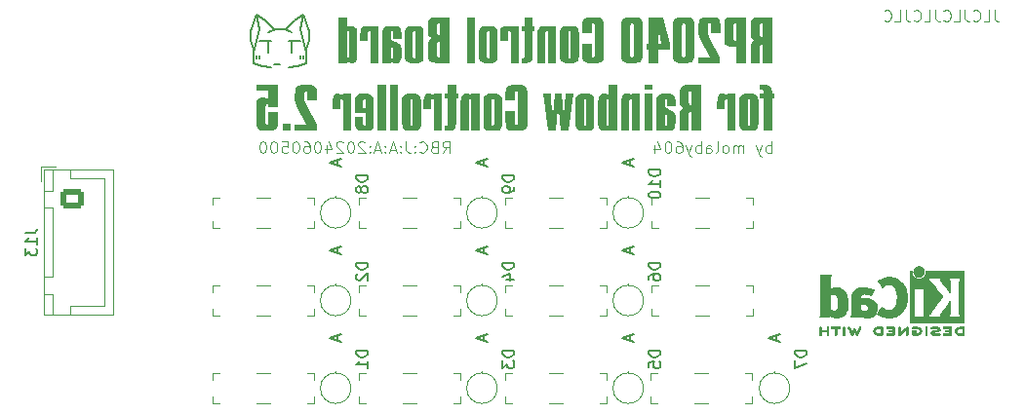
<source format=gbo>
G04 #@! TF.GenerationSoftware,KiCad,Pcbnew,8.0.2*
G04 #@! TF.CreationDate,2024-06-05T08:55:07+09:00*
G04 #@! TF.ProjectId,rainbow2v5-rp2040,7261696e-626f-4773-9276-352d72703230,rev?*
G04 #@! TF.SameCoordinates,Original*
G04 #@! TF.FileFunction,Legend,Bot*
G04 #@! TF.FilePolarity,Positive*
%FSLAX46Y46*%
G04 Gerber Fmt 4.6, Leading zero omitted, Abs format (unit mm)*
G04 Created by KiCad (PCBNEW 8.0.2) date 2024-06-05 08:55:07*
%MOMM*%
%LPD*%
G01*
G04 APERTURE LIST*
G04 Aperture macros list*
%AMRoundRect*
0 Rectangle with rounded corners*
0 $1 Rounding radius*
0 $2 $3 $4 $5 $6 $7 $8 $9 X,Y pos of 4 corners*
0 Add a 4 corners polygon primitive as box body*
4,1,4,$2,$3,$4,$5,$6,$7,$8,$9,$2,$3,0*
0 Add four circle primitives for the rounded corners*
1,1,$1+$1,$2,$3*
1,1,$1+$1,$4,$5*
1,1,$1+$1,$6,$7*
1,1,$1+$1,$8,$9*
0 Add four rect primitives between the rounded corners*
20,1,$1+$1,$2,$3,$4,$5,0*
20,1,$1+$1,$4,$5,$6,$7,0*
20,1,$1+$1,$6,$7,$8,$9,0*
20,1,$1+$1,$8,$9,$2,$3,0*%
G04 Aperture macros list end*
%ADD10C,0.100000*%
%ADD11C,0.150000*%
%ADD12C,0.120000*%
%ADD13C,0.010000*%
%ADD14C,4.700000*%
%ADD15C,7.500000*%
%ADD16O,3.000000X2.000000*%
%ADD17RoundRect,0.250000X-0.725000X0.600000X-0.725000X-0.600000X0.725000X-0.600000X0.725000X0.600000X0*%
%ADD18O,1.950000X1.700000*%
%ADD19R,1.600000X1.600000*%
%ADD20O,1.600000X1.600000*%
%ADD21O,1.500000X2.500000*%
%ADD22O,2.500000X1.500000*%
G04 APERTURE END LIST*
D10*
X146095401Y-30622419D02*
X146095401Y-31336704D01*
X146095401Y-31336704D02*
X146143020Y-31479561D01*
X146143020Y-31479561D02*
X146238258Y-31574800D01*
X146238258Y-31574800D02*
X146381115Y-31622419D01*
X146381115Y-31622419D02*
X146476353Y-31622419D01*
X145143020Y-31622419D02*
X145619210Y-31622419D01*
X145619210Y-31622419D02*
X145619210Y-30622419D01*
X144238258Y-31527180D02*
X144285877Y-31574800D01*
X144285877Y-31574800D02*
X144428734Y-31622419D01*
X144428734Y-31622419D02*
X144523972Y-31622419D01*
X144523972Y-31622419D02*
X144666829Y-31574800D01*
X144666829Y-31574800D02*
X144762067Y-31479561D01*
X144762067Y-31479561D02*
X144809686Y-31384323D01*
X144809686Y-31384323D02*
X144857305Y-31193847D01*
X144857305Y-31193847D02*
X144857305Y-31050990D01*
X144857305Y-31050990D02*
X144809686Y-30860514D01*
X144809686Y-30860514D02*
X144762067Y-30765276D01*
X144762067Y-30765276D02*
X144666829Y-30670038D01*
X144666829Y-30670038D02*
X144523972Y-30622419D01*
X144523972Y-30622419D02*
X144428734Y-30622419D01*
X144428734Y-30622419D02*
X144285877Y-30670038D01*
X144285877Y-30670038D02*
X144238258Y-30717657D01*
X143523972Y-30622419D02*
X143523972Y-31336704D01*
X143523972Y-31336704D02*
X143571591Y-31479561D01*
X143571591Y-31479561D02*
X143666829Y-31574800D01*
X143666829Y-31574800D02*
X143809686Y-31622419D01*
X143809686Y-31622419D02*
X143904924Y-31622419D01*
X142571591Y-31622419D02*
X143047781Y-31622419D01*
X143047781Y-31622419D02*
X143047781Y-30622419D01*
X141666829Y-31527180D02*
X141714448Y-31574800D01*
X141714448Y-31574800D02*
X141857305Y-31622419D01*
X141857305Y-31622419D02*
X141952543Y-31622419D01*
X141952543Y-31622419D02*
X142095400Y-31574800D01*
X142095400Y-31574800D02*
X142190638Y-31479561D01*
X142190638Y-31479561D02*
X142238257Y-31384323D01*
X142238257Y-31384323D02*
X142285876Y-31193847D01*
X142285876Y-31193847D02*
X142285876Y-31050990D01*
X142285876Y-31050990D02*
X142238257Y-30860514D01*
X142238257Y-30860514D02*
X142190638Y-30765276D01*
X142190638Y-30765276D02*
X142095400Y-30670038D01*
X142095400Y-30670038D02*
X141952543Y-30622419D01*
X141952543Y-30622419D02*
X141857305Y-30622419D01*
X141857305Y-30622419D02*
X141714448Y-30670038D01*
X141714448Y-30670038D02*
X141666829Y-30717657D01*
X140952543Y-30622419D02*
X140952543Y-31336704D01*
X140952543Y-31336704D02*
X141000162Y-31479561D01*
X141000162Y-31479561D02*
X141095400Y-31574800D01*
X141095400Y-31574800D02*
X141238257Y-31622419D01*
X141238257Y-31622419D02*
X141333495Y-31622419D01*
X140000162Y-31622419D02*
X140476352Y-31622419D01*
X140476352Y-31622419D02*
X140476352Y-30622419D01*
X139095400Y-31527180D02*
X139143019Y-31574800D01*
X139143019Y-31574800D02*
X139285876Y-31622419D01*
X139285876Y-31622419D02*
X139381114Y-31622419D01*
X139381114Y-31622419D02*
X139523971Y-31574800D01*
X139523971Y-31574800D02*
X139619209Y-31479561D01*
X139619209Y-31479561D02*
X139666828Y-31384323D01*
X139666828Y-31384323D02*
X139714447Y-31193847D01*
X139714447Y-31193847D02*
X139714447Y-31050990D01*
X139714447Y-31050990D02*
X139666828Y-30860514D01*
X139666828Y-30860514D02*
X139619209Y-30765276D01*
X139619209Y-30765276D02*
X139523971Y-30670038D01*
X139523971Y-30670038D02*
X139381114Y-30622419D01*
X139381114Y-30622419D02*
X139285876Y-30622419D01*
X139285876Y-30622419D02*
X139143019Y-30670038D01*
X139143019Y-30670038D02*
X139095400Y-30717657D01*
X138381114Y-30622419D02*
X138381114Y-31336704D01*
X138381114Y-31336704D02*
X138428733Y-31479561D01*
X138428733Y-31479561D02*
X138523971Y-31574800D01*
X138523971Y-31574800D02*
X138666828Y-31622419D01*
X138666828Y-31622419D02*
X138762066Y-31622419D01*
X137428733Y-31622419D02*
X137904923Y-31622419D01*
X137904923Y-31622419D02*
X137904923Y-30622419D01*
X136523971Y-31527180D02*
X136571590Y-31574800D01*
X136571590Y-31574800D02*
X136714447Y-31622419D01*
X136714447Y-31622419D02*
X136809685Y-31622419D01*
X136809685Y-31622419D02*
X136952542Y-31574800D01*
X136952542Y-31574800D02*
X137047780Y-31479561D01*
X137047780Y-31479561D02*
X137095399Y-31384323D01*
X137095399Y-31384323D02*
X137143018Y-31193847D01*
X137143018Y-31193847D02*
X137143018Y-31050990D01*
X137143018Y-31050990D02*
X137095399Y-30860514D01*
X137095399Y-30860514D02*
X137047780Y-30765276D01*
X137047780Y-30765276D02*
X136952542Y-30670038D01*
X136952542Y-30670038D02*
X136809685Y-30622419D01*
X136809685Y-30622419D02*
X136714447Y-30622419D01*
X136714447Y-30622419D02*
X136571590Y-30670038D01*
X136571590Y-30670038D02*
X136523971Y-30717657D01*
X98184687Y-43052419D02*
X98518020Y-42576228D01*
X98756115Y-43052419D02*
X98756115Y-42052419D01*
X98756115Y-42052419D02*
X98375163Y-42052419D01*
X98375163Y-42052419D02*
X98279925Y-42100038D01*
X98279925Y-42100038D02*
X98232306Y-42147657D01*
X98232306Y-42147657D02*
X98184687Y-42242895D01*
X98184687Y-42242895D02*
X98184687Y-42385752D01*
X98184687Y-42385752D02*
X98232306Y-42480990D01*
X98232306Y-42480990D02*
X98279925Y-42528609D01*
X98279925Y-42528609D02*
X98375163Y-42576228D01*
X98375163Y-42576228D02*
X98756115Y-42576228D01*
X97422782Y-42528609D02*
X97279925Y-42576228D01*
X97279925Y-42576228D02*
X97232306Y-42623847D01*
X97232306Y-42623847D02*
X97184687Y-42719085D01*
X97184687Y-42719085D02*
X97184687Y-42861942D01*
X97184687Y-42861942D02*
X97232306Y-42957180D01*
X97232306Y-42957180D02*
X97279925Y-43004800D01*
X97279925Y-43004800D02*
X97375163Y-43052419D01*
X97375163Y-43052419D02*
X97756115Y-43052419D01*
X97756115Y-43052419D02*
X97756115Y-42052419D01*
X97756115Y-42052419D02*
X97422782Y-42052419D01*
X97422782Y-42052419D02*
X97327544Y-42100038D01*
X97327544Y-42100038D02*
X97279925Y-42147657D01*
X97279925Y-42147657D02*
X97232306Y-42242895D01*
X97232306Y-42242895D02*
X97232306Y-42338133D01*
X97232306Y-42338133D02*
X97279925Y-42433371D01*
X97279925Y-42433371D02*
X97327544Y-42480990D01*
X97327544Y-42480990D02*
X97422782Y-42528609D01*
X97422782Y-42528609D02*
X97756115Y-42528609D01*
X96184687Y-42957180D02*
X96232306Y-43004800D01*
X96232306Y-43004800D02*
X96375163Y-43052419D01*
X96375163Y-43052419D02*
X96470401Y-43052419D01*
X96470401Y-43052419D02*
X96613258Y-43004800D01*
X96613258Y-43004800D02*
X96708496Y-42909561D01*
X96708496Y-42909561D02*
X96756115Y-42814323D01*
X96756115Y-42814323D02*
X96803734Y-42623847D01*
X96803734Y-42623847D02*
X96803734Y-42480990D01*
X96803734Y-42480990D02*
X96756115Y-42290514D01*
X96756115Y-42290514D02*
X96708496Y-42195276D01*
X96708496Y-42195276D02*
X96613258Y-42100038D01*
X96613258Y-42100038D02*
X96470401Y-42052419D01*
X96470401Y-42052419D02*
X96375163Y-42052419D01*
X96375163Y-42052419D02*
X96232306Y-42100038D01*
X96232306Y-42100038D02*
X96184687Y-42147657D01*
X95756115Y-42957180D02*
X95708496Y-43004800D01*
X95708496Y-43004800D02*
X95756115Y-43052419D01*
X95756115Y-43052419D02*
X95803734Y-43004800D01*
X95803734Y-43004800D02*
X95756115Y-42957180D01*
X95756115Y-42957180D02*
X95756115Y-43052419D01*
X95756115Y-42433371D02*
X95708496Y-42480990D01*
X95708496Y-42480990D02*
X95756115Y-42528609D01*
X95756115Y-42528609D02*
X95803734Y-42480990D01*
X95803734Y-42480990D02*
X95756115Y-42433371D01*
X95756115Y-42433371D02*
X95756115Y-42528609D01*
X94994211Y-42052419D02*
X94994211Y-42766704D01*
X94994211Y-42766704D02*
X95041830Y-42909561D01*
X95041830Y-42909561D02*
X95137068Y-43004800D01*
X95137068Y-43004800D02*
X95279925Y-43052419D01*
X95279925Y-43052419D02*
X95375163Y-43052419D01*
X94518020Y-42957180D02*
X94470401Y-43004800D01*
X94470401Y-43004800D02*
X94518020Y-43052419D01*
X94518020Y-43052419D02*
X94565639Y-43004800D01*
X94565639Y-43004800D02*
X94518020Y-42957180D01*
X94518020Y-42957180D02*
X94518020Y-43052419D01*
X94518020Y-42433371D02*
X94470401Y-42480990D01*
X94470401Y-42480990D02*
X94518020Y-42528609D01*
X94518020Y-42528609D02*
X94565639Y-42480990D01*
X94565639Y-42480990D02*
X94518020Y-42433371D01*
X94518020Y-42433371D02*
X94518020Y-42528609D01*
X94089449Y-42766704D02*
X93613259Y-42766704D01*
X94184687Y-43052419D02*
X93851354Y-42052419D01*
X93851354Y-42052419D02*
X93518021Y-43052419D01*
X93184687Y-42957180D02*
X93137068Y-43004800D01*
X93137068Y-43004800D02*
X93184687Y-43052419D01*
X93184687Y-43052419D02*
X93232306Y-43004800D01*
X93232306Y-43004800D02*
X93184687Y-42957180D01*
X93184687Y-42957180D02*
X93184687Y-43052419D01*
X93184687Y-42433371D02*
X93137068Y-42480990D01*
X93137068Y-42480990D02*
X93184687Y-42528609D01*
X93184687Y-42528609D02*
X93232306Y-42480990D01*
X93232306Y-42480990D02*
X93184687Y-42433371D01*
X93184687Y-42433371D02*
X93184687Y-42528609D01*
X92756116Y-42766704D02*
X92279926Y-42766704D01*
X92851354Y-43052419D02*
X92518021Y-42052419D01*
X92518021Y-42052419D02*
X92184688Y-43052419D01*
X91851354Y-42957180D02*
X91803735Y-43004800D01*
X91803735Y-43004800D02*
X91851354Y-43052419D01*
X91851354Y-43052419D02*
X91898973Y-43004800D01*
X91898973Y-43004800D02*
X91851354Y-42957180D01*
X91851354Y-42957180D02*
X91851354Y-43052419D01*
X91851354Y-42433371D02*
X91803735Y-42480990D01*
X91803735Y-42480990D02*
X91851354Y-42528609D01*
X91851354Y-42528609D02*
X91898973Y-42480990D01*
X91898973Y-42480990D02*
X91851354Y-42433371D01*
X91851354Y-42433371D02*
X91851354Y-42528609D01*
X91422783Y-42147657D02*
X91375164Y-42100038D01*
X91375164Y-42100038D02*
X91279926Y-42052419D01*
X91279926Y-42052419D02*
X91041831Y-42052419D01*
X91041831Y-42052419D02*
X90946593Y-42100038D01*
X90946593Y-42100038D02*
X90898974Y-42147657D01*
X90898974Y-42147657D02*
X90851355Y-42242895D01*
X90851355Y-42242895D02*
X90851355Y-42338133D01*
X90851355Y-42338133D02*
X90898974Y-42480990D01*
X90898974Y-42480990D02*
X91470402Y-43052419D01*
X91470402Y-43052419D02*
X90851355Y-43052419D01*
X90232307Y-42052419D02*
X90137069Y-42052419D01*
X90137069Y-42052419D02*
X90041831Y-42100038D01*
X90041831Y-42100038D02*
X89994212Y-42147657D01*
X89994212Y-42147657D02*
X89946593Y-42242895D01*
X89946593Y-42242895D02*
X89898974Y-42433371D01*
X89898974Y-42433371D02*
X89898974Y-42671466D01*
X89898974Y-42671466D02*
X89946593Y-42861942D01*
X89946593Y-42861942D02*
X89994212Y-42957180D01*
X89994212Y-42957180D02*
X90041831Y-43004800D01*
X90041831Y-43004800D02*
X90137069Y-43052419D01*
X90137069Y-43052419D02*
X90232307Y-43052419D01*
X90232307Y-43052419D02*
X90327545Y-43004800D01*
X90327545Y-43004800D02*
X90375164Y-42957180D01*
X90375164Y-42957180D02*
X90422783Y-42861942D01*
X90422783Y-42861942D02*
X90470402Y-42671466D01*
X90470402Y-42671466D02*
X90470402Y-42433371D01*
X90470402Y-42433371D02*
X90422783Y-42242895D01*
X90422783Y-42242895D02*
X90375164Y-42147657D01*
X90375164Y-42147657D02*
X90327545Y-42100038D01*
X90327545Y-42100038D02*
X90232307Y-42052419D01*
X89518021Y-42147657D02*
X89470402Y-42100038D01*
X89470402Y-42100038D02*
X89375164Y-42052419D01*
X89375164Y-42052419D02*
X89137069Y-42052419D01*
X89137069Y-42052419D02*
X89041831Y-42100038D01*
X89041831Y-42100038D02*
X88994212Y-42147657D01*
X88994212Y-42147657D02*
X88946593Y-42242895D01*
X88946593Y-42242895D02*
X88946593Y-42338133D01*
X88946593Y-42338133D02*
X88994212Y-42480990D01*
X88994212Y-42480990D02*
X89565640Y-43052419D01*
X89565640Y-43052419D02*
X88946593Y-43052419D01*
X88089450Y-42385752D02*
X88089450Y-43052419D01*
X88327545Y-42004800D02*
X88565640Y-42719085D01*
X88565640Y-42719085D02*
X87946593Y-42719085D01*
X87375164Y-42052419D02*
X87279926Y-42052419D01*
X87279926Y-42052419D02*
X87184688Y-42100038D01*
X87184688Y-42100038D02*
X87137069Y-42147657D01*
X87137069Y-42147657D02*
X87089450Y-42242895D01*
X87089450Y-42242895D02*
X87041831Y-42433371D01*
X87041831Y-42433371D02*
X87041831Y-42671466D01*
X87041831Y-42671466D02*
X87089450Y-42861942D01*
X87089450Y-42861942D02*
X87137069Y-42957180D01*
X87137069Y-42957180D02*
X87184688Y-43004800D01*
X87184688Y-43004800D02*
X87279926Y-43052419D01*
X87279926Y-43052419D02*
X87375164Y-43052419D01*
X87375164Y-43052419D02*
X87470402Y-43004800D01*
X87470402Y-43004800D02*
X87518021Y-42957180D01*
X87518021Y-42957180D02*
X87565640Y-42861942D01*
X87565640Y-42861942D02*
X87613259Y-42671466D01*
X87613259Y-42671466D02*
X87613259Y-42433371D01*
X87613259Y-42433371D02*
X87565640Y-42242895D01*
X87565640Y-42242895D02*
X87518021Y-42147657D01*
X87518021Y-42147657D02*
X87470402Y-42100038D01*
X87470402Y-42100038D02*
X87375164Y-42052419D01*
X86184688Y-42052419D02*
X86375164Y-42052419D01*
X86375164Y-42052419D02*
X86470402Y-42100038D01*
X86470402Y-42100038D02*
X86518021Y-42147657D01*
X86518021Y-42147657D02*
X86613259Y-42290514D01*
X86613259Y-42290514D02*
X86660878Y-42480990D01*
X86660878Y-42480990D02*
X86660878Y-42861942D01*
X86660878Y-42861942D02*
X86613259Y-42957180D01*
X86613259Y-42957180D02*
X86565640Y-43004800D01*
X86565640Y-43004800D02*
X86470402Y-43052419D01*
X86470402Y-43052419D02*
X86279926Y-43052419D01*
X86279926Y-43052419D02*
X86184688Y-43004800D01*
X86184688Y-43004800D02*
X86137069Y-42957180D01*
X86137069Y-42957180D02*
X86089450Y-42861942D01*
X86089450Y-42861942D02*
X86089450Y-42623847D01*
X86089450Y-42623847D02*
X86137069Y-42528609D01*
X86137069Y-42528609D02*
X86184688Y-42480990D01*
X86184688Y-42480990D02*
X86279926Y-42433371D01*
X86279926Y-42433371D02*
X86470402Y-42433371D01*
X86470402Y-42433371D02*
X86565640Y-42480990D01*
X86565640Y-42480990D02*
X86613259Y-42528609D01*
X86613259Y-42528609D02*
X86660878Y-42623847D01*
X85470402Y-42052419D02*
X85375164Y-42052419D01*
X85375164Y-42052419D02*
X85279926Y-42100038D01*
X85279926Y-42100038D02*
X85232307Y-42147657D01*
X85232307Y-42147657D02*
X85184688Y-42242895D01*
X85184688Y-42242895D02*
X85137069Y-42433371D01*
X85137069Y-42433371D02*
X85137069Y-42671466D01*
X85137069Y-42671466D02*
X85184688Y-42861942D01*
X85184688Y-42861942D02*
X85232307Y-42957180D01*
X85232307Y-42957180D02*
X85279926Y-43004800D01*
X85279926Y-43004800D02*
X85375164Y-43052419D01*
X85375164Y-43052419D02*
X85470402Y-43052419D01*
X85470402Y-43052419D02*
X85565640Y-43004800D01*
X85565640Y-43004800D02*
X85613259Y-42957180D01*
X85613259Y-42957180D02*
X85660878Y-42861942D01*
X85660878Y-42861942D02*
X85708497Y-42671466D01*
X85708497Y-42671466D02*
X85708497Y-42433371D01*
X85708497Y-42433371D02*
X85660878Y-42242895D01*
X85660878Y-42242895D02*
X85613259Y-42147657D01*
X85613259Y-42147657D02*
X85565640Y-42100038D01*
X85565640Y-42100038D02*
X85470402Y-42052419D01*
X84232307Y-42052419D02*
X84708497Y-42052419D01*
X84708497Y-42052419D02*
X84756116Y-42528609D01*
X84756116Y-42528609D02*
X84708497Y-42480990D01*
X84708497Y-42480990D02*
X84613259Y-42433371D01*
X84613259Y-42433371D02*
X84375164Y-42433371D01*
X84375164Y-42433371D02*
X84279926Y-42480990D01*
X84279926Y-42480990D02*
X84232307Y-42528609D01*
X84232307Y-42528609D02*
X84184688Y-42623847D01*
X84184688Y-42623847D02*
X84184688Y-42861942D01*
X84184688Y-42861942D02*
X84232307Y-42957180D01*
X84232307Y-42957180D02*
X84279926Y-43004800D01*
X84279926Y-43004800D02*
X84375164Y-43052419D01*
X84375164Y-43052419D02*
X84613259Y-43052419D01*
X84613259Y-43052419D02*
X84708497Y-43004800D01*
X84708497Y-43004800D02*
X84756116Y-42957180D01*
X83565640Y-42052419D02*
X83470402Y-42052419D01*
X83470402Y-42052419D02*
X83375164Y-42100038D01*
X83375164Y-42100038D02*
X83327545Y-42147657D01*
X83327545Y-42147657D02*
X83279926Y-42242895D01*
X83279926Y-42242895D02*
X83232307Y-42433371D01*
X83232307Y-42433371D02*
X83232307Y-42671466D01*
X83232307Y-42671466D02*
X83279926Y-42861942D01*
X83279926Y-42861942D02*
X83327545Y-42957180D01*
X83327545Y-42957180D02*
X83375164Y-43004800D01*
X83375164Y-43004800D02*
X83470402Y-43052419D01*
X83470402Y-43052419D02*
X83565640Y-43052419D01*
X83565640Y-43052419D02*
X83660878Y-43004800D01*
X83660878Y-43004800D02*
X83708497Y-42957180D01*
X83708497Y-42957180D02*
X83756116Y-42861942D01*
X83756116Y-42861942D02*
X83803735Y-42671466D01*
X83803735Y-42671466D02*
X83803735Y-42433371D01*
X83803735Y-42433371D02*
X83756116Y-42242895D01*
X83756116Y-42242895D02*
X83708497Y-42147657D01*
X83708497Y-42147657D02*
X83660878Y-42100038D01*
X83660878Y-42100038D02*
X83565640Y-42052419D01*
X82613259Y-42052419D02*
X82518021Y-42052419D01*
X82518021Y-42052419D02*
X82422783Y-42100038D01*
X82422783Y-42100038D02*
X82375164Y-42147657D01*
X82375164Y-42147657D02*
X82327545Y-42242895D01*
X82327545Y-42242895D02*
X82279926Y-42433371D01*
X82279926Y-42433371D02*
X82279926Y-42671466D01*
X82279926Y-42671466D02*
X82327545Y-42861942D01*
X82327545Y-42861942D02*
X82375164Y-42957180D01*
X82375164Y-42957180D02*
X82422783Y-43004800D01*
X82422783Y-43004800D02*
X82518021Y-43052419D01*
X82518021Y-43052419D02*
X82613259Y-43052419D01*
X82613259Y-43052419D02*
X82708497Y-43004800D01*
X82708497Y-43004800D02*
X82756116Y-42957180D01*
X82756116Y-42957180D02*
X82803735Y-42861942D01*
X82803735Y-42861942D02*
X82851354Y-42671466D01*
X82851354Y-42671466D02*
X82851354Y-42433371D01*
X82851354Y-42433371D02*
X82803735Y-42242895D01*
X82803735Y-42242895D02*
X82756116Y-42147657D01*
X82756116Y-42147657D02*
X82708497Y-42100038D01*
X82708497Y-42100038D02*
X82613259Y-42052419D01*
X126696115Y-43052419D02*
X126696115Y-42052419D01*
X126696115Y-42433371D02*
X126600877Y-42385752D01*
X126600877Y-42385752D02*
X126410401Y-42385752D01*
X126410401Y-42385752D02*
X126315163Y-42433371D01*
X126315163Y-42433371D02*
X126267544Y-42480990D01*
X126267544Y-42480990D02*
X126219925Y-42576228D01*
X126219925Y-42576228D02*
X126219925Y-42861942D01*
X126219925Y-42861942D02*
X126267544Y-42957180D01*
X126267544Y-42957180D02*
X126315163Y-43004800D01*
X126315163Y-43004800D02*
X126410401Y-43052419D01*
X126410401Y-43052419D02*
X126600877Y-43052419D01*
X126600877Y-43052419D02*
X126696115Y-43004800D01*
X125886591Y-42385752D02*
X125648496Y-43052419D01*
X125410401Y-42385752D02*
X125648496Y-43052419D01*
X125648496Y-43052419D02*
X125743734Y-43290514D01*
X125743734Y-43290514D02*
X125791353Y-43338133D01*
X125791353Y-43338133D02*
X125886591Y-43385752D01*
X124267543Y-43052419D02*
X124267543Y-42385752D01*
X124267543Y-42480990D02*
X124219924Y-42433371D01*
X124219924Y-42433371D02*
X124124686Y-42385752D01*
X124124686Y-42385752D02*
X123981829Y-42385752D01*
X123981829Y-42385752D02*
X123886591Y-42433371D01*
X123886591Y-42433371D02*
X123838972Y-42528609D01*
X123838972Y-42528609D02*
X123838972Y-43052419D01*
X123838972Y-42528609D02*
X123791353Y-42433371D01*
X123791353Y-42433371D02*
X123696115Y-42385752D01*
X123696115Y-42385752D02*
X123553258Y-42385752D01*
X123553258Y-42385752D02*
X123458019Y-42433371D01*
X123458019Y-42433371D02*
X123410400Y-42528609D01*
X123410400Y-42528609D02*
X123410400Y-43052419D01*
X122791353Y-43052419D02*
X122886591Y-43004800D01*
X122886591Y-43004800D02*
X122934210Y-42957180D01*
X122934210Y-42957180D02*
X122981829Y-42861942D01*
X122981829Y-42861942D02*
X122981829Y-42576228D01*
X122981829Y-42576228D02*
X122934210Y-42480990D01*
X122934210Y-42480990D02*
X122886591Y-42433371D01*
X122886591Y-42433371D02*
X122791353Y-42385752D01*
X122791353Y-42385752D02*
X122648496Y-42385752D01*
X122648496Y-42385752D02*
X122553258Y-42433371D01*
X122553258Y-42433371D02*
X122505639Y-42480990D01*
X122505639Y-42480990D02*
X122458020Y-42576228D01*
X122458020Y-42576228D02*
X122458020Y-42861942D01*
X122458020Y-42861942D02*
X122505639Y-42957180D01*
X122505639Y-42957180D02*
X122553258Y-43004800D01*
X122553258Y-43004800D02*
X122648496Y-43052419D01*
X122648496Y-43052419D02*
X122791353Y-43052419D01*
X121886591Y-43052419D02*
X121981829Y-43004800D01*
X121981829Y-43004800D02*
X122029448Y-42909561D01*
X122029448Y-42909561D02*
X122029448Y-42052419D01*
X121077067Y-43052419D02*
X121077067Y-42528609D01*
X121077067Y-42528609D02*
X121124686Y-42433371D01*
X121124686Y-42433371D02*
X121219924Y-42385752D01*
X121219924Y-42385752D02*
X121410400Y-42385752D01*
X121410400Y-42385752D02*
X121505638Y-42433371D01*
X121077067Y-43004800D02*
X121172305Y-43052419D01*
X121172305Y-43052419D02*
X121410400Y-43052419D01*
X121410400Y-43052419D02*
X121505638Y-43004800D01*
X121505638Y-43004800D02*
X121553257Y-42909561D01*
X121553257Y-42909561D02*
X121553257Y-42814323D01*
X121553257Y-42814323D02*
X121505638Y-42719085D01*
X121505638Y-42719085D02*
X121410400Y-42671466D01*
X121410400Y-42671466D02*
X121172305Y-42671466D01*
X121172305Y-42671466D02*
X121077067Y-42623847D01*
X120600876Y-43052419D02*
X120600876Y-42052419D01*
X120600876Y-42433371D02*
X120505638Y-42385752D01*
X120505638Y-42385752D02*
X120315162Y-42385752D01*
X120315162Y-42385752D02*
X120219924Y-42433371D01*
X120219924Y-42433371D02*
X120172305Y-42480990D01*
X120172305Y-42480990D02*
X120124686Y-42576228D01*
X120124686Y-42576228D02*
X120124686Y-42861942D01*
X120124686Y-42861942D02*
X120172305Y-42957180D01*
X120172305Y-42957180D02*
X120219924Y-43004800D01*
X120219924Y-43004800D02*
X120315162Y-43052419D01*
X120315162Y-43052419D02*
X120505638Y-43052419D01*
X120505638Y-43052419D02*
X120600876Y-43004800D01*
X119791352Y-42385752D02*
X119553257Y-43052419D01*
X119315162Y-42385752D02*
X119553257Y-43052419D01*
X119553257Y-43052419D02*
X119648495Y-43290514D01*
X119648495Y-43290514D02*
X119696114Y-43338133D01*
X119696114Y-43338133D02*
X119791352Y-43385752D01*
X118505638Y-42052419D02*
X118696114Y-42052419D01*
X118696114Y-42052419D02*
X118791352Y-42100038D01*
X118791352Y-42100038D02*
X118838971Y-42147657D01*
X118838971Y-42147657D02*
X118934209Y-42290514D01*
X118934209Y-42290514D02*
X118981828Y-42480990D01*
X118981828Y-42480990D02*
X118981828Y-42861942D01*
X118981828Y-42861942D02*
X118934209Y-42957180D01*
X118934209Y-42957180D02*
X118886590Y-43004800D01*
X118886590Y-43004800D02*
X118791352Y-43052419D01*
X118791352Y-43052419D02*
X118600876Y-43052419D01*
X118600876Y-43052419D02*
X118505638Y-43004800D01*
X118505638Y-43004800D02*
X118458019Y-42957180D01*
X118458019Y-42957180D02*
X118410400Y-42861942D01*
X118410400Y-42861942D02*
X118410400Y-42623847D01*
X118410400Y-42623847D02*
X118458019Y-42528609D01*
X118458019Y-42528609D02*
X118505638Y-42480990D01*
X118505638Y-42480990D02*
X118600876Y-42433371D01*
X118600876Y-42433371D02*
X118791352Y-42433371D01*
X118791352Y-42433371D02*
X118886590Y-42480990D01*
X118886590Y-42480990D02*
X118934209Y-42528609D01*
X118934209Y-42528609D02*
X118981828Y-42623847D01*
X117791352Y-42052419D02*
X117696114Y-42052419D01*
X117696114Y-42052419D02*
X117600876Y-42100038D01*
X117600876Y-42100038D02*
X117553257Y-42147657D01*
X117553257Y-42147657D02*
X117505638Y-42242895D01*
X117505638Y-42242895D02*
X117458019Y-42433371D01*
X117458019Y-42433371D02*
X117458019Y-42671466D01*
X117458019Y-42671466D02*
X117505638Y-42861942D01*
X117505638Y-42861942D02*
X117553257Y-42957180D01*
X117553257Y-42957180D02*
X117600876Y-43004800D01*
X117600876Y-43004800D02*
X117696114Y-43052419D01*
X117696114Y-43052419D02*
X117791352Y-43052419D01*
X117791352Y-43052419D02*
X117886590Y-43004800D01*
X117886590Y-43004800D02*
X117934209Y-42957180D01*
X117934209Y-42957180D02*
X117981828Y-42861942D01*
X117981828Y-42861942D02*
X118029447Y-42671466D01*
X118029447Y-42671466D02*
X118029447Y-42433371D01*
X118029447Y-42433371D02*
X117981828Y-42242895D01*
X117981828Y-42242895D02*
X117934209Y-42147657D01*
X117934209Y-42147657D02*
X117886590Y-42100038D01*
X117886590Y-42100038D02*
X117791352Y-42052419D01*
X116600876Y-42385752D02*
X116600876Y-43052419D01*
X116838971Y-42004800D02*
X117077066Y-42719085D01*
X117077066Y-42719085D02*
X116458019Y-42719085D01*
D11*
X82296000Y-32321500D02*
X82042000Y-31051500D01*
X81534000Y-32448500D02*
X81534000Y-33210500D01*
X85090000Y-34353500D02*
X85090000Y-33337500D01*
X82296000Y-34607500D02*
X82296000Y-34861500D01*
X83058000Y-32575500D02*
X83693000Y-32321500D01*
X82296000Y-33337500D02*
X83312000Y-33337500D01*
X81788000Y-35242500D02*
X81788000Y-34353500D01*
X82042000Y-34861500D02*
X82042000Y-34607500D01*
X85344000Y-31559500D02*
X86106000Y-31051500D01*
X82042000Y-31051500D02*
X82804000Y-31559500D01*
X83058000Y-33337500D02*
X83058000Y-34353500D01*
X82804000Y-31559500D02*
X83566000Y-32321500D01*
X86360000Y-34353500D02*
X85852000Y-32321500D01*
X86614000Y-32448500D02*
X86106000Y-31051500D01*
X85598000Y-35496500D02*
X86360000Y-35242500D01*
X82550000Y-35496500D02*
X83312000Y-35623500D01*
X86614000Y-33210500D02*
X86614000Y-32448500D01*
X86360000Y-35242500D02*
X86360000Y-34353500D01*
X86360000Y-34099500D02*
X86614000Y-33210500D01*
X83566000Y-35369500D02*
X84074000Y-35369500D01*
X84836000Y-35623500D02*
X85598000Y-35496500D01*
X84836000Y-33337500D02*
X85852000Y-33337500D01*
X85852000Y-32321500D02*
X86106000Y-31051500D01*
X84455000Y-32321500D02*
X83693000Y-32321500D01*
X84455000Y-32321500D02*
X85090000Y-32575500D01*
X81788000Y-34099500D02*
X81534000Y-33210500D01*
X84582000Y-32321500D02*
X85344000Y-31559500D01*
X82550000Y-35496500D02*
X81788000Y-35242500D01*
X82042000Y-31051500D02*
X81534000Y-32448500D01*
X85852000Y-34861500D02*
X85852000Y-34607500D01*
X86106000Y-34861500D02*
X86106000Y-34607500D01*
X81788000Y-34353500D02*
X82296000Y-32321500D01*
D10*
G36*
X126793981Y-35250000D02*
G01*
X125975889Y-35250000D01*
X125975889Y-33599284D01*
X125945115Y-33599284D01*
X125910921Y-33594155D01*
X125760467Y-33636898D01*
X125715160Y-33773674D01*
X125715160Y-35250000D01*
X124906472Y-35250000D01*
X124906472Y-33893353D01*
X124907861Y-33825339D01*
X124928698Y-33648866D01*
X124995376Y-33477896D01*
X125111437Y-33355448D01*
X125272348Y-33277861D01*
X125112324Y-33194903D01*
X124990247Y-33059874D01*
X124942551Y-32944435D01*
X124913099Y-32762973D01*
X124906472Y-32588852D01*
X124906472Y-32068248D01*
X124907278Y-32039183D01*
X125715160Y-32039183D01*
X125715160Y-32804274D01*
X125760467Y-32969260D01*
X125906646Y-33010293D01*
X125939986Y-33005163D01*
X125975889Y-33005163D01*
X125975889Y-31790422D01*
X125921179Y-31790422D01*
X125756193Y-31823761D01*
X125732831Y-31867729D01*
X125715160Y-32039183D01*
X124907278Y-32039183D01*
X124910667Y-31916975D01*
X124930635Y-31734576D01*
X124980471Y-31550432D01*
X125078297Y-31402320D01*
X125243067Y-31319095D01*
X125416321Y-31280266D01*
X125604821Y-31261280D01*
X125793806Y-31256140D01*
X126793981Y-31256140D01*
X126793981Y-35250000D01*
G37*
G36*
X124506402Y-35250000D02*
G01*
X123688311Y-35250000D01*
X123688311Y-33837787D01*
X123499389Y-33837787D01*
X123305565Y-33832799D01*
X123113775Y-33814367D01*
X122939866Y-33776674D01*
X122779605Y-33695882D01*
X122694855Y-33570143D01*
X122645417Y-33390882D01*
X122624543Y-33208167D01*
X122618893Y-33021406D01*
X122618893Y-32068248D01*
X122619635Y-32039183D01*
X123427581Y-32039183D01*
X123427581Y-33076971D01*
X123431495Y-33118952D01*
X123474598Y-33286409D01*
X123619068Y-33318893D01*
X123688311Y-33318893D01*
X123688311Y-31790422D01*
X123628471Y-31790422D01*
X123472889Y-31823761D01*
X123447094Y-31867729D01*
X123427581Y-32039183D01*
X122619635Y-32039183D01*
X122622859Y-31912914D01*
X122641734Y-31726442D01*
X122688843Y-31539825D01*
X122781315Y-31392916D01*
X122941411Y-31315045D01*
X123116468Y-31278714D01*
X123310140Y-31260949D01*
X123506228Y-31256140D01*
X124506402Y-31256140D01*
X124506402Y-35250000D01*
G37*
G36*
X120393719Y-32057990D02*
G01*
X120393719Y-32574319D01*
X120408746Y-32746892D01*
X120432187Y-32847871D01*
X120484680Y-33017238D01*
X120534769Y-33126552D01*
X121384490Y-34757606D01*
X120393719Y-34757606D01*
X120393719Y-35250000D01*
X122276099Y-35250000D01*
X122276099Y-34757606D01*
X121346022Y-32955582D01*
X121267241Y-32796216D01*
X121247714Y-32736741D01*
X121228907Y-32527302D01*
X121228907Y-31953698D01*
X121252843Y-31820341D01*
X121355425Y-31781018D01*
X121448604Y-31819487D01*
X121479378Y-31951133D01*
X121479378Y-32641852D01*
X122290631Y-32641852D01*
X122290631Y-32045167D01*
X122284590Y-31861431D01*
X122262273Y-31681790D01*
X122209417Y-31505760D01*
X122118806Y-31382658D01*
X121951245Y-31310627D01*
X121765809Y-31277021D01*
X121591600Y-31262195D01*
X121387278Y-31256264D01*
X121350296Y-31256140D01*
X121168294Y-31259751D01*
X120978597Y-31273616D01*
X120796864Y-31302933D01*
X120625838Y-31361425D01*
X120561270Y-31404030D01*
X120465877Y-31551113D01*
X120417281Y-31732011D01*
X120397810Y-31910390D01*
X120393719Y-32057990D01*
G37*
G36*
X119144151Y-31256263D02*
G01*
X119348474Y-31262154D01*
X119522683Y-31276880D01*
X119708118Y-31310259D01*
X119875680Y-31381803D01*
X119966291Y-31502985D01*
X120019147Y-31678572D01*
X120041464Y-31858710D01*
X120047505Y-32043457D01*
X120047505Y-34460118D01*
X120044820Y-34584405D01*
X120027201Y-34772660D01*
X119980386Y-34960005D01*
X119875680Y-35114078D01*
X119812835Y-35153235D01*
X119644176Y-35206993D01*
X119463629Y-35233939D01*
X119274493Y-35246681D01*
X119092637Y-35250000D01*
X119055970Y-35249872D01*
X118853250Y-35243741D01*
X118680163Y-35228414D01*
X118495475Y-35193672D01*
X118327547Y-35119207D01*
X118239190Y-34997542D01*
X118187648Y-34822519D01*
X118165886Y-34643473D01*
X118159996Y-34460118D01*
X118159996Y-32043457D01*
X118161977Y-31951133D01*
X118973813Y-31951133D01*
X118973813Y-34567829D01*
X118983217Y-34637072D01*
X119004588Y-34699476D01*
X119102896Y-34735380D01*
X119200348Y-34701186D01*
X119236252Y-34567829D01*
X119236252Y-31951133D01*
X119205478Y-31819487D01*
X119112299Y-31781018D01*
X119004588Y-31819487D01*
X118984926Y-31875907D01*
X118973813Y-31951133D01*
X118161977Y-31951133D01*
X118162614Y-31921454D01*
X118179794Y-31735847D01*
X118225445Y-31549381D01*
X118327547Y-31392062D01*
X118390759Y-31352905D01*
X118559238Y-31299147D01*
X118738896Y-31272201D01*
X118926750Y-31259459D01*
X119107170Y-31256140D01*
X119144151Y-31256263D01*
G37*
G36*
X117917219Y-33608688D02*
G01*
X117917219Y-34101081D01*
X116893108Y-34101081D01*
X116893108Y-35250000D01*
X116093824Y-35250000D01*
X116093824Y-34101081D01*
X115868998Y-34101081D01*
X115868998Y-33608688D01*
X116093824Y-33608688D01*
X116866608Y-33608688D01*
X117182903Y-33608688D01*
X116926448Y-31976779D01*
X116869173Y-31976779D01*
X116866608Y-33608688D01*
X116093824Y-33608688D01*
X116093824Y-31256140D01*
X117300017Y-31256140D01*
X117917219Y-33608688D01*
G37*
G36*
X114657899Y-31256263D02*
G01*
X114862221Y-31262154D01*
X115036430Y-31276880D01*
X115221866Y-31310259D01*
X115389427Y-31381803D01*
X115480038Y-31502985D01*
X115532894Y-31678572D01*
X115555211Y-31858710D01*
X115561252Y-32043457D01*
X115561252Y-34460118D01*
X115558567Y-34584405D01*
X115540949Y-34772660D01*
X115494133Y-34960005D01*
X115389427Y-35114078D01*
X115326582Y-35153235D01*
X115157923Y-35206993D01*
X114977376Y-35233939D01*
X114788241Y-35246681D01*
X114606385Y-35250000D01*
X114569717Y-35249872D01*
X114366997Y-35243741D01*
X114193910Y-35228414D01*
X114009223Y-35193672D01*
X113841294Y-35119207D01*
X113752937Y-34997542D01*
X113701396Y-34822519D01*
X113679634Y-34643473D01*
X113673743Y-34460118D01*
X113673743Y-32043457D01*
X113675724Y-31951133D01*
X114487561Y-31951133D01*
X114487561Y-34567829D01*
X114496964Y-34637072D01*
X114518335Y-34699476D01*
X114616643Y-34735380D01*
X114714096Y-34701186D01*
X114750000Y-34567829D01*
X114750000Y-31951133D01*
X114719225Y-31819487D01*
X114626046Y-31781018D01*
X114518335Y-31819487D01*
X114498674Y-31875907D01*
X114487561Y-31951133D01*
X113675724Y-31951133D01*
X113676361Y-31921454D01*
X113693542Y-31735847D01*
X113739193Y-31549381D01*
X113841294Y-31392062D01*
X113904506Y-31352905D01*
X114072985Y-31299147D01*
X114252644Y-31272201D01*
X114440497Y-31259459D01*
X114620917Y-31256140D01*
X114657899Y-31256263D01*
G37*
G36*
X110309054Y-32042602D02*
G01*
X110309054Y-32627320D01*
X111122871Y-32627320D01*
X111122871Y-31946004D01*
X111133984Y-31870778D01*
X111153646Y-31814357D01*
X111261357Y-31775889D01*
X111354535Y-31814357D01*
X111385310Y-31946004D01*
X111385310Y-34577233D01*
X111354535Y-34705460D01*
X111251953Y-34744783D01*
X111153646Y-34708879D01*
X111132274Y-34646475D01*
X111122871Y-34577233D01*
X111122871Y-33563381D01*
X110309054Y-33563381D01*
X110309054Y-34462683D01*
X110314944Y-34643944D01*
X110336706Y-34820927D01*
X110388248Y-34993898D01*
X110476605Y-35114078D01*
X110642605Y-35191463D01*
X110827159Y-35227567D01*
X111000847Y-35243495D01*
X111204769Y-35249867D01*
X111241695Y-35250000D01*
X111423551Y-35246535D01*
X111612687Y-35233231D01*
X111793234Y-35205100D01*
X111961893Y-35148975D01*
X112024738Y-35108094D01*
X112129444Y-34951977D01*
X112176259Y-34765467D01*
X112193878Y-34579263D01*
X112196563Y-34456699D01*
X112196563Y-32040038D01*
X112190522Y-31857644D01*
X112168205Y-31679721D01*
X112115349Y-31506141D01*
X112024738Y-31386078D01*
X111859105Y-31312100D01*
X111673803Y-31277585D01*
X111498993Y-31262358D01*
X111293468Y-31256267D01*
X111256228Y-31256140D01*
X111074330Y-31259438D01*
X110885034Y-31272100D01*
X110704148Y-31298876D01*
X110534813Y-31352296D01*
X110471475Y-31391207D01*
X110372500Y-31546522D01*
X110328246Y-31733063D01*
X110311592Y-31919664D01*
X110309054Y-32042602D01*
G37*
G36*
X109317695Y-32023956D02*
G01*
X109503081Y-32036228D01*
X109689982Y-32068836D01*
X109849145Y-32141765D01*
X109947078Y-32270113D01*
X109997144Y-32448804D01*
X110009856Y-32638433D01*
X110009856Y-34637927D01*
X110000239Y-34805371D01*
X109955610Y-34986404D01*
X109855983Y-35126901D01*
X109726470Y-35191816D01*
X109553807Y-35229683D01*
X109382767Y-35245672D01*
X109210572Y-35250000D01*
X109057287Y-35246952D01*
X108872492Y-35232448D01*
X108703873Y-35201246D01*
X108536095Y-35125191D01*
X108439724Y-34999368D01*
X108390458Y-34824047D01*
X108377948Y-34637927D01*
X108377948Y-32638433D01*
X108380019Y-32603384D01*
X109084054Y-32603384D01*
X109084054Y-34651605D01*
X109107990Y-34788381D01*
X109191765Y-34819155D01*
X109279815Y-34778122D01*
X109308879Y-34651605D01*
X109308879Y-32603384D01*
X109279815Y-32471737D01*
X109191765Y-32440963D01*
X109107990Y-32481995D01*
X109084054Y-32603384D01*
X108380019Y-32603384D01*
X108388099Y-32466661D01*
X108435208Y-32283691D01*
X108540369Y-32146894D01*
X108667211Y-32081077D01*
X108842039Y-32042684D01*
X109017753Y-32026474D01*
X109196039Y-32022086D01*
X109317695Y-32023956D01*
G37*
G36*
X106416067Y-32772644D02*
G01*
X106416067Y-35250000D01*
X107117044Y-35250000D01*
X107117044Y-32628175D01*
X107140980Y-32505931D01*
X107229884Y-32472592D01*
X107313660Y-32505931D01*
X107344434Y-32628175D01*
X107344434Y-35250000D01*
X108037718Y-35250000D01*
X108037718Y-32022086D01*
X107344434Y-32022086D01*
X107344434Y-32141765D01*
X107187983Y-32066318D01*
X107146109Y-32051151D01*
X106977286Y-32023108D01*
X106940090Y-32022086D01*
X106763575Y-32040268D01*
X106604455Y-32108640D01*
X106533182Y-32175959D01*
X106461815Y-32337606D01*
X106429906Y-32507753D01*
X106417097Y-32694190D01*
X106416067Y-32772644D01*
G37*
G36*
X106002320Y-31256140D02*
G01*
X105305617Y-31256140D01*
X105305617Y-32022086D01*
X105026081Y-32022086D01*
X105026081Y-32459769D01*
X105305617Y-32459769D01*
X105305617Y-34651605D01*
X105260310Y-34766154D01*
X105114131Y-34803768D01*
X105026081Y-34803768D01*
X105026081Y-35250000D01*
X105315875Y-35250000D01*
X105498225Y-35242840D01*
X105681233Y-35213755D01*
X105844511Y-35142497D01*
X105853576Y-35135450D01*
X105949882Y-34991273D01*
X105990554Y-34807981D01*
X106002175Y-34616027D01*
X106002320Y-34589200D01*
X106002320Y-32459769D01*
X106186113Y-32459769D01*
X106186113Y-32022086D01*
X106002320Y-32022086D01*
X106002320Y-31256140D01*
G37*
G36*
X103186444Y-32760676D02*
G01*
X103186444Y-33324023D01*
X103851517Y-33324023D01*
X103851517Y-32628175D01*
X103875453Y-32505931D01*
X103964357Y-32472592D01*
X104048133Y-32505931D01*
X104078907Y-32628175D01*
X104078907Y-35250000D01*
X104772191Y-35250000D01*
X104772191Y-32022086D01*
X104078907Y-32022086D01*
X104078907Y-32141765D01*
X103923674Y-32066774D01*
X103889986Y-32055425D01*
X103716270Y-32022900D01*
X103683967Y-32022086D01*
X103504088Y-32043364D01*
X103346799Y-32121973D01*
X103296720Y-32173394D01*
X103226675Y-32332717D01*
X103210380Y-32399075D01*
X103191703Y-32572230D01*
X103186467Y-32747073D01*
X103186444Y-32760676D01*
G37*
G36*
X102266893Y-32023956D02*
G01*
X102452278Y-32036228D01*
X102639180Y-32068836D01*
X102798342Y-32141765D01*
X102896276Y-32270113D01*
X102946341Y-32448804D01*
X102959054Y-32638433D01*
X102959054Y-34637927D01*
X102949437Y-34805371D01*
X102904808Y-34986404D01*
X102805181Y-35126901D01*
X102675668Y-35191816D01*
X102503004Y-35229683D01*
X102331965Y-35245672D01*
X102159769Y-35250000D01*
X102006485Y-35246952D01*
X101821689Y-35232448D01*
X101653070Y-35201246D01*
X101485293Y-35125191D01*
X101388922Y-34999368D01*
X101339655Y-34824047D01*
X101327145Y-34637927D01*
X101327145Y-32638433D01*
X101329216Y-32603384D01*
X102033251Y-32603384D01*
X102033251Y-34651605D01*
X102057187Y-34788381D01*
X102140963Y-34819155D01*
X102229012Y-34778122D01*
X102258077Y-34651605D01*
X102258077Y-32603384D01*
X102229012Y-32471737D01*
X102140963Y-32440963D01*
X102057187Y-32481995D01*
X102033251Y-32603384D01*
X101329216Y-32603384D01*
X101337297Y-32466661D01*
X101384405Y-32283691D01*
X101489567Y-32146894D01*
X101616409Y-32081077D01*
X101791236Y-32042684D01*
X101966950Y-32026474D01*
X102145237Y-32022086D01*
X102266893Y-32023956D01*
G37*
G36*
X100986915Y-31256140D02*
G01*
X100293632Y-31256140D01*
X100293632Y-35250000D01*
X100986915Y-35250000D01*
X100986915Y-31256140D01*
G37*
G36*
X98768579Y-35250000D02*
G01*
X97837648Y-35250000D01*
X97801596Y-35249858D01*
X97601521Y-35243086D01*
X97403274Y-35222347D01*
X97223087Y-35181715D01*
X97067428Y-35105530D01*
X96969154Y-34982061D01*
X96911827Y-34805986D01*
X96887622Y-34626497D01*
X96881071Y-34443021D01*
X96881071Y-33710415D01*
X96882380Y-33643563D01*
X96890828Y-33568510D01*
X97689759Y-33568510D01*
X97689759Y-34554152D01*
X97740195Y-34695202D01*
X97876116Y-34731106D01*
X97919713Y-34731106D01*
X97950488Y-34725976D01*
X97950488Y-33403524D01*
X97914584Y-33403524D01*
X97881245Y-33398394D01*
X97735066Y-33441137D01*
X97689759Y-33568510D01*
X96890828Y-33568510D01*
X96902015Y-33469133D01*
X96964846Y-33297522D01*
X97083947Y-33168113D01*
X97237543Y-33090648D01*
X97086472Y-33017953D01*
X96964846Y-32888904D01*
X96940711Y-32843791D01*
X96892852Y-32670383D01*
X96881071Y-32490544D01*
X96881071Y-31964811D01*
X96881271Y-31955408D01*
X97689759Y-31955408D01*
X97689759Y-32646981D01*
X97735066Y-32785467D01*
X97881245Y-32823935D01*
X97914584Y-32818806D01*
X97950488Y-32818806D01*
X97950488Y-31790422D01*
X97861584Y-31790422D01*
X97735066Y-31828890D01*
X97689759Y-31955408D01*
X96881271Y-31955408D01*
X96882671Y-31889670D01*
X96902586Y-31711554D01*
X96959487Y-31534440D01*
X97063154Y-31398046D01*
X97230063Y-31317254D01*
X97400178Y-31279560D01*
X97582689Y-31261129D01*
X97764131Y-31256140D01*
X98768579Y-31256140D01*
X98768579Y-35250000D01*
G37*
G36*
X95841840Y-32023956D02*
G01*
X96027226Y-32036228D01*
X96214127Y-32068836D01*
X96373290Y-32141765D01*
X96471224Y-32270113D01*
X96521289Y-32448804D01*
X96534002Y-32638433D01*
X96534002Y-34637927D01*
X96524385Y-34805371D01*
X96479755Y-34986404D01*
X96380129Y-35126901D01*
X96250615Y-35191816D01*
X96077952Y-35229683D01*
X95906912Y-35245672D01*
X95734717Y-35250000D01*
X95581432Y-35246952D01*
X95396637Y-35232448D01*
X95228018Y-35201246D01*
X95060240Y-35125191D01*
X94963869Y-34999368D01*
X94914603Y-34824047D01*
X94902093Y-34637927D01*
X94902093Y-32638433D01*
X94904164Y-32603384D01*
X95608199Y-32603384D01*
X95608199Y-34651605D01*
X95632135Y-34788381D01*
X95715910Y-34819155D01*
X95803960Y-34778122D01*
X95833025Y-34651605D01*
X95833025Y-32603384D01*
X95803960Y-32471737D01*
X95715910Y-32440963D01*
X95632135Y-32481995D01*
X95608199Y-32603384D01*
X94904164Y-32603384D01*
X94912244Y-32466661D01*
X94959353Y-32283691D01*
X95064515Y-32146894D01*
X95191356Y-32081077D01*
X95366184Y-32042684D01*
X95541898Y-32026474D01*
X95720184Y-32022086D01*
X95841840Y-32023956D01*
G37*
G36*
X93913299Y-32023956D02*
G01*
X94098684Y-32036228D01*
X94285586Y-32068836D01*
X94444748Y-32141765D01*
X94542682Y-32270113D01*
X94592748Y-32448804D01*
X94605460Y-32638433D01*
X94605460Y-33116294D01*
X93904483Y-33116294D01*
X93904483Y-32629030D01*
X93880547Y-32509351D01*
X93792498Y-32469173D01*
X93703593Y-32504221D01*
X93679658Y-32629030D01*
X93679658Y-33221441D01*
X94265230Y-33501831D01*
X94396583Y-33573318D01*
X94526814Y-33696737D01*
X94583264Y-33814484D01*
X94605460Y-33986531D01*
X94605460Y-34532780D01*
X94605003Y-34585711D01*
X94594023Y-34774660D01*
X94564173Y-34943672D01*
X94488346Y-35106385D01*
X94449368Y-35147758D01*
X94287857Y-35229804D01*
X94110502Y-35250000D01*
X93989968Y-35241451D01*
X93871144Y-35212386D01*
X93764288Y-35168789D01*
X93679658Y-35115788D01*
X93679658Y-35250000D01*
X92973551Y-35250000D01*
X92973551Y-34651605D01*
X93679658Y-34651605D01*
X93703593Y-34778122D01*
X93787369Y-34819155D01*
X93880547Y-34784961D01*
X93904483Y-34651605D01*
X93904483Y-34020725D01*
X93904483Y-33974563D01*
X93880547Y-33881385D01*
X93796772Y-33814706D01*
X93679658Y-33754867D01*
X93679658Y-34651605D01*
X92973551Y-34651605D01*
X92973551Y-32641852D01*
X92983703Y-32468905D01*
X93030811Y-32284668D01*
X93135973Y-32146894D01*
X93262815Y-32081077D01*
X93437642Y-32042684D01*
X93613357Y-32026474D01*
X93791643Y-32022086D01*
X93913299Y-32023956D01*
G37*
G36*
X91033897Y-32760676D02*
G01*
X91033897Y-33324023D01*
X91698970Y-33324023D01*
X91698970Y-32628175D01*
X91722906Y-32505931D01*
X91811810Y-32472592D01*
X91895586Y-32505931D01*
X91926360Y-32628175D01*
X91926360Y-35250000D01*
X92619644Y-35250000D01*
X92619644Y-32022086D01*
X91926360Y-32022086D01*
X91926360Y-32141765D01*
X91771127Y-32066774D01*
X91737438Y-32055425D01*
X91563723Y-32022900D01*
X91531420Y-32022086D01*
X91351540Y-32043364D01*
X91194251Y-32121973D01*
X91144173Y-32173394D01*
X91074128Y-32332717D01*
X91057833Y-32399075D01*
X91039156Y-32572230D01*
X91033920Y-32747073D01*
X91033897Y-32760676D01*
G37*
G36*
X89861043Y-32141765D02*
G01*
X89954221Y-32086200D01*
X90048255Y-32055425D01*
X90080333Y-32045821D01*
X90254274Y-32022086D01*
X90334779Y-32025197D01*
X90503035Y-32061409D01*
X90526891Y-32071601D01*
X90665457Y-32175104D01*
X90705257Y-32243395D01*
X90756838Y-32420268D01*
X90776967Y-32590904D01*
X90782571Y-32769225D01*
X90782571Y-34501151D01*
X90782094Y-34555561D01*
X90770633Y-34750093D01*
X90739475Y-34924747D01*
X90660327Y-35094417D01*
X90591298Y-35162484D01*
X90434457Y-35231615D01*
X90258548Y-35250000D01*
X90232849Y-35249532D01*
X90061933Y-35220080D01*
X89935415Y-35165369D01*
X89861043Y-35111514D01*
X89861043Y-35250000D01*
X89162630Y-35250000D01*
X89162630Y-32632449D01*
X89861043Y-32632449D01*
X89861043Y-34623394D01*
X89890108Y-34740509D01*
X89978157Y-34778977D01*
X90057658Y-34745638D01*
X90081594Y-34623394D01*
X90081594Y-32632449D01*
X90052529Y-32510205D01*
X89968754Y-32476866D01*
X89879849Y-32510205D01*
X89861043Y-32632449D01*
X89162630Y-32632449D01*
X89162630Y-31256140D01*
X89861043Y-31256140D01*
X89861043Y-32141765D01*
G37*
G36*
X126107536Y-37136140D02*
G01*
X125744225Y-37136140D01*
X125744225Y-37573824D01*
X125935711Y-37573824D01*
X126028890Y-37614856D01*
X126064794Y-37738810D01*
X126064794Y-37902086D01*
X125744225Y-37902086D01*
X125744225Y-38339769D01*
X126064794Y-38339769D01*
X126064794Y-41130000D01*
X126768335Y-41130000D01*
X126768335Y-38339769D01*
X126949563Y-38339769D01*
X126949563Y-37902086D01*
X126768335Y-37902086D01*
X126768335Y-37741374D01*
X126756434Y-37560912D01*
X126709564Y-37388281D01*
X126617882Y-37260094D01*
X126463135Y-37179839D01*
X126295136Y-37145945D01*
X126107536Y-37136140D01*
G37*
G36*
X124889642Y-37903956D02*
G01*
X125075028Y-37916228D01*
X125261929Y-37948836D01*
X125421092Y-38021765D01*
X125519025Y-38150113D01*
X125569091Y-38328804D01*
X125581803Y-38518433D01*
X125581803Y-40517927D01*
X125572186Y-40685371D01*
X125527557Y-40866404D01*
X125427930Y-41006901D01*
X125298417Y-41071816D01*
X125125753Y-41109683D01*
X124954714Y-41125672D01*
X124782519Y-41130000D01*
X124629234Y-41126952D01*
X124444439Y-41112448D01*
X124275820Y-41081246D01*
X124108042Y-41005191D01*
X124011671Y-40879368D01*
X123962405Y-40704047D01*
X123949895Y-40517927D01*
X123949895Y-38518433D01*
X123951966Y-38483384D01*
X124656001Y-38483384D01*
X124656001Y-40531605D01*
X124679937Y-40668381D01*
X124763712Y-40699155D01*
X124851762Y-40658122D01*
X124880826Y-40531605D01*
X124880826Y-38483384D01*
X124851762Y-38351737D01*
X124763712Y-38320963D01*
X124679937Y-38361995D01*
X124656001Y-38483384D01*
X123951966Y-38483384D01*
X123960046Y-38346661D01*
X124007155Y-38163691D01*
X124112316Y-38026894D01*
X124239158Y-37961077D01*
X124413986Y-37922684D01*
X124589700Y-37906474D01*
X124767986Y-37902086D01*
X124889642Y-37903956D01*
G37*
G36*
X122023918Y-38640676D02*
G01*
X122023918Y-39204023D01*
X122688991Y-39204023D01*
X122688991Y-38508175D01*
X122712927Y-38385931D01*
X122801831Y-38352592D01*
X122885607Y-38385931D01*
X122916381Y-38508175D01*
X122916381Y-41130000D01*
X123609665Y-41130000D01*
X123609665Y-37902086D01*
X122916381Y-37902086D01*
X122916381Y-38021765D01*
X122761148Y-37946774D01*
X122727459Y-37935425D01*
X122553744Y-37902900D01*
X122521441Y-37902086D01*
X122341561Y-37923364D01*
X122184272Y-38001973D01*
X122134193Y-38053394D01*
X122064149Y-38212717D01*
X122047854Y-38279075D01*
X122029177Y-38452230D01*
X122023941Y-38627073D01*
X122023918Y-38640676D01*
G37*
G36*
X120621964Y-41130000D02*
G01*
X119803872Y-41130000D01*
X119803872Y-39479284D01*
X119773098Y-39479284D01*
X119738904Y-39474155D01*
X119588450Y-39516898D01*
X119543143Y-39653674D01*
X119543143Y-41130000D01*
X118734455Y-41130000D01*
X118734455Y-39773353D01*
X118735844Y-39705339D01*
X118756681Y-39528866D01*
X118823360Y-39357896D01*
X118939420Y-39235448D01*
X119100331Y-39157861D01*
X118940307Y-39074903D01*
X118818230Y-38939874D01*
X118770534Y-38824435D01*
X118741082Y-38642973D01*
X118734455Y-38468852D01*
X118734455Y-37948248D01*
X118735261Y-37919183D01*
X119543143Y-37919183D01*
X119543143Y-38684274D01*
X119588450Y-38849260D01*
X119734630Y-38890293D01*
X119767969Y-38885163D01*
X119803872Y-38885163D01*
X119803872Y-37670422D01*
X119749162Y-37670422D01*
X119584176Y-37703761D01*
X119560815Y-37747729D01*
X119543143Y-37919183D01*
X118735261Y-37919183D01*
X118738650Y-37796975D01*
X118758618Y-37614576D01*
X118808454Y-37430432D01*
X118906280Y-37282320D01*
X119071050Y-37199095D01*
X119244304Y-37160266D01*
X119432804Y-37141280D01*
X119621789Y-37136140D01*
X120621964Y-37136140D01*
X120621964Y-41130000D01*
G37*
G36*
X117695225Y-37903956D02*
G01*
X117880610Y-37916228D01*
X118067512Y-37948836D01*
X118226674Y-38021765D01*
X118324608Y-38150113D01*
X118374674Y-38328804D01*
X118387386Y-38518433D01*
X118387386Y-38996294D01*
X117686409Y-38996294D01*
X117686409Y-38509030D01*
X117662473Y-38389351D01*
X117574424Y-38349173D01*
X117485519Y-38384221D01*
X117461584Y-38509030D01*
X117461584Y-39101441D01*
X118047156Y-39381831D01*
X118178509Y-39453318D01*
X118308740Y-39576737D01*
X118365190Y-39694484D01*
X118387386Y-39866531D01*
X118387386Y-40412780D01*
X118386929Y-40465711D01*
X118375949Y-40654660D01*
X118346099Y-40823672D01*
X118270272Y-40986385D01*
X118231294Y-41027758D01*
X118069783Y-41109804D01*
X117892428Y-41130000D01*
X117771894Y-41121451D01*
X117653070Y-41092386D01*
X117546214Y-41048789D01*
X117461584Y-40995788D01*
X117461584Y-41130000D01*
X116755478Y-41130000D01*
X116755478Y-40531605D01*
X117461584Y-40531605D01*
X117485519Y-40658122D01*
X117569295Y-40699155D01*
X117662473Y-40664961D01*
X117686409Y-40531605D01*
X117686409Y-39900725D01*
X117686409Y-39854563D01*
X117662473Y-39761385D01*
X117578698Y-39694706D01*
X117461584Y-39634867D01*
X117461584Y-40531605D01*
X116755478Y-40531605D01*
X116755478Y-38521852D01*
X116765629Y-38348905D01*
X116812737Y-38164668D01*
X116917899Y-38026894D01*
X117044741Y-37961077D01*
X117219568Y-37922684D01*
X117395283Y-37906474D01*
X117573569Y-37902086D01*
X117695225Y-37903956D01*
G37*
G36*
X116401570Y-37902086D02*
G01*
X115708286Y-37902086D01*
X115708286Y-41130000D01*
X116401570Y-41130000D01*
X116401570Y-37902086D01*
G37*
G36*
X116401570Y-37136140D02*
G01*
X115708286Y-37136140D01*
X115708286Y-37573824D01*
X116401570Y-37573824D01*
X116401570Y-37136140D01*
G37*
G36*
X113692550Y-38652644D02*
G01*
X113692550Y-41130000D01*
X114393527Y-41130000D01*
X114393527Y-38508175D01*
X114417463Y-38385931D01*
X114506367Y-38352592D01*
X114590143Y-38385931D01*
X114620917Y-38508175D01*
X114620917Y-41130000D01*
X115314200Y-41130000D01*
X115314200Y-37902086D01*
X114620917Y-37902086D01*
X114620917Y-38021765D01*
X114464466Y-37946318D01*
X114422592Y-37931151D01*
X114253769Y-37903108D01*
X114216573Y-37902086D01*
X114040058Y-37920268D01*
X113880938Y-37988640D01*
X113809665Y-38055959D01*
X113738298Y-38217606D01*
X113706389Y-38387753D01*
X113693579Y-38574190D01*
X113692550Y-38652644D01*
G37*
G36*
X113307013Y-41130000D02*
G01*
X112613729Y-41130000D01*
X112613729Y-40991514D01*
X112503454Y-41056482D01*
X112391468Y-41100935D01*
X112364475Y-41109308D01*
X112190579Y-41130000D01*
X112109652Y-41126097D01*
X111934404Y-41079420D01*
X111802477Y-40970143D01*
X111762676Y-40902663D01*
X111711096Y-40726497D01*
X111690966Y-40555741D01*
X111685362Y-40376877D01*
X111685362Y-38647515D01*
X111686392Y-38569680D01*
X111690354Y-38512449D01*
X112386339Y-38512449D01*
X112386339Y-40503394D01*
X112405146Y-40625638D01*
X112499180Y-40658977D01*
X112587229Y-40625638D01*
X112613729Y-40503394D01*
X112613729Y-38512449D01*
X112587229Y-38390205D01*
X112494050Y-38356866D01*
X112410275Y-38390205D01*
X112386339Y-38512449D01*
X111690354Y-38512449D01*
X111699201Y-38384671D01*
X111731110Y-38215749D01*
X111802477Y-38055104D01*
X111873750Y-37988159D01*
X112032871Y-37920167D01*
X112209385Y-37902086D01*
X112246581Y-37903108D01*
X112415404Y-37931151D01*
X112457279Y-37946318D01*
X112613729Y-38021765D01*
X112613729Y-37136140D01*
X113307013Y-37136140D01*
X113307013Y-41130000D01*
G37*
G36*
X110664939Y-37903956D02*
G01*
X110850324Y-37916228D01*
X111037226Y-37948836D01*
X111196388Y-38021765D01*
X111294322Y-38150113D01*
X111344387Y-38328804D01*
X111357100Y-38518433D01*
X111357100Y-40517927D01*
X111347483Y-40685371D01*
X111302854Y-40866404D01*
X111203227Y-41006901D01*
X111073714Y-41071816D01*
X110901050Y-41109683D01*
X110730011Y-41125672D01*
X110557815Y-41130000D01*
X110404531Y-41126952D01*
X110219735Y-41112448D01*
X110051116Y-41081246D01*
X109883339Y-41005191D01*
X109786968Y-40879368D01*
X109737701Y-40704047D01*
X109725191Y-40517927D01*
X109725191Y-38518433D01*
X109727262Y-38483384D01*
X110431297Y-38483384D01*
X110431297Y-40531605D01*
X110455233Y-40668381D01*
X110539009Y-40699155D01*
X110627058Y-40658122D01*
X110656123Y-40531605D01*
X110656123Y-38483384D01*
X110627058Y-38351737D01*
X110539009Y-38320963D01*
X110455233Y-38361995D01*
X110431297Y-38483384D01*
X109727262Y-38483384D01*
X109735343Y-38346661D01*
X109782451Y-38163691D01*
X109887613Y-38026894D01*
X110014455Y-37961077D01*
X110189282Y-37922684D01*
X110364997Y-37906474D01*
X110543283Y-37902086D01*
X110664939Y-37903956D01*
G37*
G36*
X109526866Y-37902086D02*
G01*
X108835293Y-37902086D01*
X108708775Y-39802418D01*
X108670307Y-39802418D01*
X108517288Y-37902086D01*
X107904361Y-37902086D01*
X107759036Y-39802418D01*
X107708600Y-39802418D01*
X107582083Y-37902086D01*
X106899912Y-37902086D01*
X107323063Y-41130000D01*
X108012072Y-41130000D01*
X108194155Y-39209152D01*
X108235188Y-39209152D01*
X108409577Y-41130000D01*
X109101151Y-41130000D01*
X109526866Y-37902086D01*
G37*
G36*
X103648063Y-37922602D02*
G01*
X103648063Y-38507320D01*
X104461880Y-38507320D01*
X104461880Y-37826004D01*
X104472993Y-37750778D01*
X104492655Y-37694357D01*
X104600366Y-37655889D01*
X104693545Y-37694357D01*
X104724319Y-37826004D01*
X104724319Y-40457233D01*
X104693545Y-40585460D01*
X104590963Y-40624783D01*
X104492655Y-40588879D01*
X104471284Y-40526475D01*
X104461880Y-40457233D01*
X104461880Y-39443381D01*
X103648063Y-39443381D01*
X103648063Y-40342683D01*
X103653953Y-40523944D01*
X103675715Y-40700927D01*
X103727257Y-40873898D01*
X103815614Y-40994078D01*
X103981614Y-41071463D01*
X104166168Y-41107567D01*
X104339856Y-41123495D01*
X104543778Y-41129867D01*
X104580704Y-41130000D01*
X104762560Y-41126535D01*
X104951696Y-41113231D01*
X105132243Y-41085100D01*
X105300902Y-41028975D01*
X105363747Y-40988094D01*
X105468453Y-40831977D01*
X105515268Y-40645467D01*
X105532887Y-40459263D01*
X105535572Y-40336699D01*
X105535572Y-37920038D01*
X105529531Y-37737644D01*
X105507214Y-37559721D01*
X105454358Y-37386141D01*
X105363747Y-37266078D01*
X105198114Y-37192100D01*
X105012812Y-37157585D01*
X104838002Y-37142358D01*
X104632477Y-37136267D01*
X104595237Y-37136140D01*
X104413339Y-37139438D01*
X104224043Y-37152100D01*
X104043157Y-37178876D01*
X103873822Y-37232296D01*
X103810484Y-37271207D01*
X103711509Y-37426522D01*
X103667255Y-37613063D01*
X103650601Y-37799664D01*
X103648063Y-37922602D01*
G37*
G36*
X102656704Y-37903956D02*
G01*
X102842090Y-37916228D01*
X103028991Y-37948836D01*
X103188154Y-38021765D01*
X103286087Y-38150113D01*
X103336153Y-38328804D01*
X103348866Y-38518433D01*
X103348866Y-40517927D01*
X103339248Y-40685371D01*
X103294619Y-40866404D01*
X103194993Y-41006901D01*
X103065479Y-41071816D01*
X102892816Y-41109683D01*
X102721776Y-41125672D01*
X102549581Y-41130000D01*
X102396296Y-41126952D01*
X102211501Y-41112448D01*
X102042882Y-41081246D01*
X101875104Y-41005191D01*
X101778733Y-40879368D01*
X101729467Y-40704047D01*
X101716957Y-40517927D01*
X101716957Y-38518433D01*
X101719028Y-38483384D01*
X102423063Y-38483384D01*
X102423063Y-40531605D01*
X102446999Y-40668381D01*
X102530774Y-40699155D01*
X102618824Y-40658122D01*
X102647889Y-40531605D01*
X102647889Y-38483384D01*
X102618824Y-38351737D01*
X102530774Y-38320963D01*
X102446999Y-38361995D01*
X102423063Y-38483384D01*
X101719028Y-38483384D01*
X101727108Y-38346661D01*
X101774217Y-38163691D01*
X101879378Y-38026894D01*
X102006220Y-37961077D01*
X102181048Y-37922684D01*
X102356762Y-37906474D01*
X102535048Y-37902086D01*
X102656704Y-37903956D01*
G37*
G36*
X99755076Y-38652644D02*
G01*
X99755076Y-41130000D01*
X100456053Y-41130000D01*
X100456053Y-38508175D01*
X100479989Y-38385931D01*
X100568893Y-38352592D01*
X100652669Y-38385931D01*
X100683443Y-38508175D01*
X100683443Y-41130000D01*
X101376727Y-41130000D01*
X101376727Y-37902086D01*
X100683443Y-37902086D01*
X100683443Y-38021765D01*
X100526992Y-37946318D01*
X100485118Y-37931151D01*
X100316295Y-37903108D01*
X100279099Y-37902086D01*
X100102584Y-37920268D01*
X99943464Y-37988640D01*
X99872191Y-38055959D01*
X99800824Y-38217606D01*
X99768915Y-38387753D01*
X99756106Y-38574190D01*
X99755076Y-38652644D01*
G37*
G36*
X99341329Y-37136140D02*
G01*
X98644626Y-37136140D01*
X98644626Y-37902086D01*
X98365090Y-37902086D01*
X98365090Y-38339769D01*
X98644626Y-38339769D01*
X98644626Y-40531605D01*
X98599319Y-40646154D01*
X98453140Y-40683768D01*
X98365090Y-40683768D01*
X98365090Y-41130000D01*
X98654884Y-41130000D01*
X98837235Y-41122840D01*
X99020243Y-41093755D01*
X99183520Y-41022497D01*
X99192585Y-41015450D01*
X99288891Y-40871273D01*
X99329563Y-40687981D01*
X99341184Y-40496027D01*
X99341329Y-40469200D01*
X99341329Y-38339769D01*
X99525122Y-38339769D01*
X99525122Y-37902086D01*
X99341329Y-37902086D01*
X99341329Y-37136140D01*
G37*
G36*
X96525453Y-38640676D02*
G01*
X96525453Y-39204023D01*
X97190526Y-39204023D01*
X97190526Y-38508175D01*
X97214462Y-38385931D01*
X97303367Y-38352592D01*
X97387142Y-38385931D01*
X97417916Y-38508175D01*
X97417916Y-41130000D01*
X98111200Y-41130000D01*
X98111200Y-37902086D01*
X97417916Y-37902086D01*
X97417916Y-38021765D01*
X97262684Y-37946774D01*
X97228995Y-37935425D01*
X97055279Y-37902900D01*
X97022976Y-37902086D01*
X96843097Y-37923364D01*
X96685808Y-38001973D01*
X96635729Y-38053394D01*
X96565684Y-38212717D01*
X96549389Y-38279075D01*
X96530712Y-38452230D01*
X96525476Y-38627073D01*
X96525453Y-38640676D01*
G37*
G36*
X95605902Y-37903956D02*
G01*
X95791287Y-37916228D01*
X95978189Y-37948836D01*
X96137351Y-38021765D01*
X96235285Y-38150113D01*
X96285350Y-38328804D01*
X96298063Y-38518433D01*
X96298063Y-40517927D01*
X96288446Y-40685371D01*
X96243817Y-40866404D01*
X96144190Y-41006901D01*
X96014677Y-41071816D01*
X95842013Y-41109683D01*
X95670974Y-41125672D01*
X95498778Y-41130000D01*
X95345494Y-41126952D01*
X95160698Y-41112448D01*
X94992079Y-41081246D01*
X94824302Y-41005191D01*
X94727931Y-40879368D01*
X94678664Y-40704047D01*
X94666154Y-40517927D01*
X94666154Y-38518433D01*
X94668225Y-38483384D01*
X95372260Y-38483384D01*
X95372260Y-40531605D01*
X95396196Y-40668381D01*
X95479972Y-40699155D01*
X95568021Y-40658122D01*
X95597086Y-40531605D01*
X95597086Y-38483384D01*
X95568021Y-38351737D01*
X95479972Y-38320963D01*
X95396196Y-38361995D01*
X95372260Y-38483384D01*
X94668225Y-38483384D01*
X94676306Y-38346661D01*
X94723414Y-38163691D01*
X94828576Y-38026894D01*
X94955418Y-37961077D01*
X95130245Y-37922684D01*
X95305960Y-37906474D01*
X95484246Y-37902086D01*
X95605902Y-37903956D01*
G37*
G36*
X94325924Y-37136140D02*
G01*
X93632641Y-37136140D01*
X93632641Y-41130000D01*
X94325924Y-41130000D01*
X94325924Y-37136140D01*
G37*
G36*
X93238555Y-37136140D02*
G01*
X92545272Y-37136140D01*
X92545272Y-41130000D01*
X93238555Y-41130000D01*
X93238555Y-37136140D01*
G37*
G36*
X91502622Y-37903956D02*
G01*
X91688007Y-37916228D01*
X91874909Y-37948836D01*
X92034071Y-38021765D01*
X92132005Y-38150113D01*
X92182071Y-38328804D01*
X92194783Y-38518433D01*
X92194783Y-40517927D01*
X92185166Y-40685371D01*
X92140537Y-40866404D01*
X92040910Y-41006901D01*
X91911397Y-41071816D01*
X91738733Y-41109683D01*
X91567694Y-41125672D01*
X91395498Y-41130000D01*
X91242214Y-41126952D01*
X91057419Y-41112448D01*
X90888799Y-41081246D01*
X90721022Y-41005191D01*
X90624651Y-40878727D01*
X90575384Y-40702818D01*
X90562875Y-40516217D01*
X90562875Y-39926371D01*
X91268981Y-39926371D01*
X91268981Y-40521346D01*
X91292916Y-40651284D01*
X91381821Y-40686332D01*
X91469870Y-40646154D01*
X91493806Y-40519637D01*
X91493806Y-39598108D01*
X90562875Y-39598108D01*
X90562875Y-38513304D01*
X90564605Y-38484239D01*
X91268981Y-38484239D01*
X91268981Y-39160425D01*
X91493806Y-39160425D01*
X91493806Y-38484239D01*
X91464741Y-38352592D01*
X91376692Y-38320963D01*
X91292916Y-38361995D01*
X91268981Y-38484239D01*
X90564605Y-38484239D01*
X90573026Y-38342761D01*
X90620135Y-38161306D01*
X90725296Y-38026039D01*
X90852138Y-37960673D01*
X91026965Y-37922543D01*
X91202680Y-37906444D01*
X91380966Y-37902086D01*
X91502622Y-37903956D01*
G37*
G36*
X88636898Y-38640676D02*
G01*
X88636898Y-39204023D01*
X89301971Y-39204023D01*
X89301971Y-38508175D01*
X89325907Y-38385931D01*
X89414811Y-38352592D01*
X89498586Y-38385931D01*
X89529361Y-38508175D01*
X89529361Y-41130000D01*
X90222644Y-41130000D01*
X90222644Y-37902086D01*
X89529361Y-37902086D01*
X89529361Y-38021765D01*
X89374128Y-37946774D01*
X89340439Y-37935425D01*
X89166723Y-37902900D01*
X89134420Y-37902086D01*
X88954541Y-37923364D01*
X88797252Y-38001973D01*
X88747173Y-38053394D01*
X88677129Y-38212717D01*
X88660833Y-38279075D01*
X88642157Y-38452230D01*
X88636921Y-38627073D01*
X88636898Y-38640676D01*
G37*
G36*
X85361967Y-37937990D02*
G01*
X85361967Y-38454319D01*
X85376994Y-38626892D01*
X85400436Y-38727871D01*
X85452929Y-38897238D01*
X85503018Y-39006552D01*
X86352739Y-40637606D01*
X85361967Y-40637606D01*
X85361967Y-41130000D01*
X87244347Y-41130000D01*
X87244347Y-40637606D01*
X86314270Y-38835582D01*
X86235490Y-38676216D01*
X86215963Y-38616741D01*
X86197156Y-38407302D01*
X86197156Y-37833698D01*
X86221092Y-37700341D01*
X86323674Y-37661018D01*
X86416852Y-37699487D01*
X86447627Y-37831133D01*
X86447627Y-38521852D01*
X87258879Y-38521852D01*
X87258879Y-37925167D01*
X87252839Y-37741431D01*
X87230522Y-37561790D01*
X87177665Y-37385760D01*
X87087055Y-37262658D01*
X86919493Y-37190627D01*
X86734058Y-37157021D01*
X86559848Y-37142195D01*
X86355526Y-37136264D01*
X86318545Y-37136140D01*
X86136542Y-37139751D01*
X85946846Y-37153616D01*
X85765113Y-37182933D01*
X85594087Y-37241425D01*
X85529518Y-37284030D01*
X85434125Y-37431113D01*
X85385529Y-37612011D01*
X85366058Y-37790390D01*
X85361967Y-37937990D01*
G37*
G36*
X84973011Y-40473475D02*
G01*
X84295969Y-40473475D01*
X84295969Y-41130000D01*
X84973011Y-41130000D01*
X84973011Y-40473475D01*
G37*
G36*
X83889916Y-37136140D02*
G01*
X82045150Y-37136140D01*
X82047714Y-37628534D01*
X83070969Y-37628534D01*
X83070969Y-38376528D01*
X82916586Y-38296085D01*
X82846144Y-38273946D01*
X82671609Y-38236159D01*
X82599947Y-38232913D01*
X82425137Y-38248691D01*
X82254594Y-38309278D01*
X82145167Y-38394480D01*
X82055047Y-38543785D01*
X82008976Y-38723311D01*
X81997278Y-38900551D01*
X81997278Y-40340973D01*
X82003349Y-40521022D01*
X82025777Y-40697578D01*
X82078896Y-40871564D01*
X82169958Y-40994933D01*
X82339695Y-41071831D01*
X82523542Y-41107708D01*
X82694805Y-41123536D01*
X82894680Y-41129868D01*
X82930774Y-41130000D01*
X83112755Y-41126619D01*
X83302372Y-41113635D01*
X83483935Y-41086182D01*
X83654623Y-41031410D01*
X83718946Y-40991514D01*
X83823131Y-40835597D01*
X83869713Y-40650341D01*
X83887244Y-40465768D01*
X83889916Y-40344392D01*
X83889916Y-39457913D01*
X83070969Y-39457913D01*
X83070969Y-40447829D01*
X83041905Y-40579476D01*
X82939323Y-40615380D01*
X82846144Y-40579476D01*
X82815369Y-40447829D01*
X82815369Y-38984326D01*
X82826482Y-38909954D01*
X82846144Y-38855244D01*
X82939323Y-38816775D01*
X83037630Y-38855244D01*
X83070969Y-38939019D01*
X83070969Y-39072376D01*
X83889916Y-39072376D01*
X83889916Y-37136140D01*
G37*
D11*
X61944819Y-50010476D02*
X62659104Y-50010476D01*
X62659104Y-50010476D02*
X62801961Y-49962857D01*
X62801961Y-49962857D02*
X62897200Y-49867619D01*
X62897200Y-49867619D02*
X62944819Y-49724762D01*
X62944819Y-49724762D02*
X62944819Y-49629524D01*
X62944819Y-51010476D02*
X62944819Y-50439048D01*
X62944819Y-50724762D02*
X61944819Y-50724762D01*
X61944819Y-50724762D02*
X62087676Y-50629524D01*
X62087676Y-50629524D02*
X62182914Y-50534286D01*
X62182914Y-50534286D02*
X62230533Y-50439048D01*
X61944819Y-51343810D02*
X61944819Y-51962857D01*
X61944819Y-51962857D02*
X62325771Y-51629524D01*
X62325771Y-51629524D02*
X62325771Y-51772381D01*
X62325771Y-51772381D02*
X62373390Y-51867619D01*
X62373390Y-51867619D02*
X62421009Y-51915238D01*
X62421009Y-51915238D02*
X62516247Y-51962857D01*
X62516247Y-51962857D02*
X62754342Y-51962857D01*
X62754342Y-51962857D02*
X62849580Y-51915238D01*
X62849580Y-51915238D02*
X62897200Y-51867619D01*
X62897200Y-51867619D02*
X62944819Y-51772381D01*
X62944819Y-51772381D02*
X62944819Y-51486667D01*
X62944819Y-51486667D02*
X62897200Y-51391429D01*
X62897200Y-51391429D02*
X62849580Y-51343810D01*
X117081190Y-60221905D02*
X116081190Y-60221905D01*
X116081190Y-60221905D02*
X116081190Y-60460000D01*
X116081190Y-60460000D02*
X116128809Y-60602857D01*
X116128809Y-60602857D02*
X116224047Y-60698095D01*
X116224047Y-60698095D02*
X116319285Y-60745714D01*
X116319285Y-60745714D02*
X116509761Y-60793333D01*
X116509761Y-60793333D02*
X116652618Y-60793333D01*
X116652618Y-60793333D02*
X116843094Y-60745714D01*
X116843094Y-60745714D02*
X116938332Y-60698095D01*
X116938332Y-60698095D02*
X117033571Y-60602857D01*
X117033571Y-60602857D02*
X117081190Y-60460000D01*
X117081190Y-60460000D02*
X117081190Y-60221905D01*
X116081190Y-61698095D02*
X116081190Y-61221905D01*
X116081190Y-61221905D02*
X116557380Y-61174286D01*
X116557380Y-61174286D02*
X116509761Y-61221905D01*
X116509761Y-61221905D02*
X116462142Y-61317143D01*
X116462142Y-61317143D02*
X116462142Y-61555238D01*
X116462142Y-61555238D02*
X116509761Y-61650476D01*
X116509761Y-61650476D02*
X116557380Y-61698095D01*
X116557380Y-61698095D02*
X116652618Y-61745714D01*
X116652618Y-61745714D02*
X116890713Y-61745714D01*
X116890713Y-61745714D02*
X116985951Y-61698095D01*
X116985951Y-61698095D02*
X117033571Y-61650476D01*
X117033571Y-61650476D02*
X117081190Y-61555238D01*
X117081190Y-61555238D02*
X117081190Y-61317143D01*
X117081190Y-61317143D02*
X117033571Y-61221905D01*
X117033571Y-61221905D02*
X116985951Y-61174286D01*
X114469104Y-58921905D02*
X114469104Y-59398095D01*
X114754819Y-58826667D02*
X113754819Y-59160000D01*
X113754819Y-59160000D02*
X114754819Y-59493333D01*
X91681190Y-52601905D02*
X90681190Y-52601905D01*
X90681190Y-52601905D02*
X90681190Y-52840000D01*
X90681190Y-52840000D02*
X90728809Y-52982857D01*
X90728809Y-52982857D02*
X90824047Y-53078095D01*
X90824047Y-53078095D02*
X90919285Y-53125714D01*
X90919285Y-53125714D02*
X91109761Y-53173333D01*
X91109761Y-53173333D02*
X91252618Y-53173333D01*
X91252618Y-53173333D02*
X91443094Y-53125714D01*
X91443094Y-53125714D02*
X91538332Y-53078095D01*
X91538332Y-53078095D02*
X91633571Y-52982857D01*
X91633571Y-52982857D02*
X91681190Y-52840000D01*
X91681190Y-52840000D02*
X91681190Y-52601905D01*
X90776428Y-53554286D02*
X90728809Y-53601905D01*
X90728809Y-53601905D02*
X90681190Y-53697143D01*
X90681190Y-53697143D02*
X90681190Y-53935238D01*
X90681190Y-53935238D02*
X90728809Y-54030476D01*
X90728809Y-54030476D02*
X90776428Y-54078095D01*
X90776428Y-54078095D02*
X90871666Y-54125714D01*
X90871666Y-54125714D02*
X90966904Y-54125714D01*
X90966904Y-54125714D02*
X91109761Y-54078095D01*
X91109761Y-54078095D02*
X91681190Y-53506667D01*
X91681190Y-53506667D02*
X91681190Y-54125714D01*
X89069104Y-51301905D02*
X89069104Y-51778095D01*
X89354819Y-51206667D02*
X88354819Y-51540000D01*
X88354819Y-51540000D02*
X89354819Y-51873333D01*
X91681190Y-44981905D02*
X90681190Y-44981905D01*
X90681190Y-44981905D02*
X90681190Y-45220000D01*
X90681190Y-45220000D02*
X90728809Y-45362857D01*
X90728809Y-45362857D02*
X90824047Y-45458095D01*
X90824047Y-45458095D02*
X90919285Y-45505714D01*
X90919285Y-45505714D02*
X91109761Y-45553333D01*
X91109761Y-45553333D02*
X91252618Y-45553333D01*
X91252618Y-45553333D02*
X91443094Y-45505714D01*
X91443094Y-45505714D02*
X91538332Y-45458095D01*
X91538332Y-45458095D02*
X91633571Y-45362857D01*
X91633571Y-45362857D02*
X91681190Y-45220000D01*
X91681190Y-45220000D02*
X91681190Y-44981905D01*
X91109761Y-46124762D02*
X91062142Y-46029524D01*
X91062142Y-46029524D02*
X91014523Y-45981905D01*
X91014523Y-45981905D02*
X90919285Y-45934286D01*
X90919285Y-45934286D02*
X90871666Y-45934286D01*
X90871666Y-45934286D02*
X90776428Y-45981905D01*
X90776428Y-45981905D02*
X90728809Y-46029524D01*
X90728809Y-46029524D02*
X90681190Y-46124762D01*
X90681190Y-46124762D02*
X90681190Y-46315238D01*
X90681190Y-46315238D02*
X90728809Y-46410476D01*
X90728809Y-46410476D02*
X90776428Y-46458095D01*
X90776428Y-46458095D02*
X90871666Y-46505714D01*
X90871666Y-46505714D02*
X90919285Y-46505714D01*
X90919285Y-46505714D02*
X91014523Y-46458095D01*
X91014523Y-46458095D02*
X91062142Y-46410476D01*
X91062142Y-46410476D02*
X91109761Y-46315238D01*
X91109761Y-46315238D02*
X91109761Y-46124762D01*
X91109761Y-46124762D02*
X91157380Y-46029524D01*
X91157380Y-46029524D02*
X91204999Y-45981905D01*
X91204999Y-45981905D02*
X91300237Y-45934286D01*
X91300237Y-45934286D02*
X91490713Y-45934286D01*
X91490713Y-45934286D02*
X91585951Y-45981905D01*
X91585951Y-45981905D02*
X91633571Y-46029524D01*
X91633571Y-46029524D02*
X91681190Y-46124762D01*
X91681190Y-46124762D02*
X91681190Y-46315238D01*
X91681190Y-46315238D02*
X91633571Y-46410476D01*
X91633571Y-46410476D02*
X91585951Y-46458095D01*
X91585951Y-46458095D02*
X91490713Y-46505714D01*
X91490713Y-46505714D02*
X91300237Y-46505714D01*
X91300237Y-46505714D02*
X91204999Y-46458095D01*
X91204999Y-46458095D02*
X91157380Y-46410476D01*
X91157380Y-46410476D02*
X91109761Y-46315238D01*
X89069104Y-43681905D02*
X89069104Y-44158095D01*
X89354819Y-43586667D02*
X88354819Y-43920000D01*
X88354819Y-43920000D02*
X89354819Y-44253333D01*
X104381190Y-44981905D02*
X103381190Y-44981905D01*
X103381190Y-44981905D02*
X103381190Y-45220000D01*
X103381190Y-45220000D02*
X103428809Y-45362857D01*
X103428809Y-45362857D02*
X103524047Y-45458095D01*
X103524047Y-45458095D02*
X103619285Y-45505714D01*
X103619285Y-45505714D02*
X103809761Y-45553333D01*
X103809761Y-45553333D02*
X103952618Y-45553333D01*
X103952618Y-45553333D02*
X104143094Y-45505714D01*
X104143094Y-45505714D02*
X104238332Y-45458095D01*
X104238332Y-45458095D02*
X104333571Y-45362857D01*
X104333571Y-45362857D02*
X104381190Y-45220000D01*
X104381190Y-45220000D02*
X104381190Y-44981905D01*
X104381190Y-46029524D02*
X104381190Y-46220000D01*
X104381190Y-46220000D02*
X104333571Y-46315238D01*
X104333571Y-46315238D02*
X104285951Y-46362857D01*
X104285951Y-46362857D02*
X104143094Y-46458095D01*
X104143094Y-46458095D02*
X103952618Y-46505714D01*
X103952618Y-46505714D02*
X103571666Y-46505714D01*
X103571666Y-46505714D02*
X103476428Y-46458095D01*
X103476428Y-46458095D02*
X103428809Y-46410476D01*
X103428809Y-46410476D02*
X103381190Y-46315238D01*
X103381190Y-46315238D02*
X103381190Y-46124762D01*
X103381190Y-46124762D02*
X103428809Y-46029524D01*
X103428809Y-46029524D02*
X103476428Y-45981905D01*
X103476428Y-45981905D02*
X103571666Y-45934286D01*
X103571666Y-45934286D02*
X103809761Y-45934286D01*
X103809761Y-45934286D02*
X103904999Y-45981905D01*
X103904999Y-45981905D02*
X103952618Y-46029524D01*
X103952618Y-46029524D02*
X104000237Y-46124762D01*
X104000237Y-46124762D02*
X104000237Y-46315238D01*
X104000237Y-46315238D02*
X103952618Y-46410476D01*
X103952618Y-46410476D02*
X103904999Y-46458095D01*
X103904999Y-46458095D02*
X103809761Y-46505714D01*
X101769104Y-43681905D02*
X101769104Y-44158095D01*
X102054819Y-43586667D02*
X101054819Y-43920000D01*
X101054819Y-43920000D02*
X102054819Y-44253333D01*
X117081190Y-52601905D02*
X116081190Y-52601905D01*
X116081190Y-52601905D02*
X116081190Y-52840000D01*
X116081190Y-52840000D02*
X116128809Y-52982857D01*
X116128809Y-52982857D02*
X116224047Y-53078095D01*
X116224047Y-53078095D02*
X116319285Y-53125714D01*
X116319285Y-53125714D02*
X116509761Y-53173333D01*
X116509761Y-53173333D02*
X116652618Y-53173333D01*
X116652618Y-53173333D02*
X116843094Y-53125714D01*
X116843094Y-53125714D02*
X116938332Y-53078095D01*
X116938332Y-53078095D02*
X117033571Y-52982857D01*
X117033571Y-52982857D02*
X117081190Y-52840000D01*
X117081190Y-52840000D02*
X117081190Y-52601905D01*
X116081190Y-54030476D02*
X116081190Y-53840000D01*
X116081190Y-53840000D02*
X116128809Y-53744762D01*
X116128809Y-53744762D02*
X116176428Y-53697143D01*
X116176428Y-53697143D02*
X116319285Y-53601905D01*
X116319285Y-53601905D02*
X116509761Y-53554286D01*
X116509761Y-53554286D02*
X116890713Y-53554286D01*
X116890713Y-53554286D02*
X116985951Y-53601905D01*
X116985951Y-53601905D02*
X117033571Y-53649524D01*
X117033571Y-53649524D02*
X117081190Y-53744762D01*
X117081190Y-53744762D02*
X117081190Y-53935238D01*
X117081190Y-53935238D02*
X117033571Y-54030476D01*
X117033571Y-54030476D02*
X116985951Y-54078095D01*
X116985951Y-54078095D02*
X116890713Y-54125714D01*
X116890713Y-54125714D02*
X116652618Y-54125714D01*
X116652618Y-54125714D02*
X116557380Y-54078095D01*
X116557380Y-54078095D02*
X116509761Y-54030476D01*
X116509761Y-54030476D02*
X116462142Y-53935238D01*
X116462142Y-53935238D02*
X116462142Y-53744762D01*
X116462142Y-53744762D02*
X116509761Y-53649524D01*
X116509761Y-53649524D02*
X116557380Y-53601905D01*
X116557380Y-53601905D02*
X116652618Y-53554286D01*
X114469104Y-51301905D02*
X114469104Y-51778095D01*
X114754819Y-51206667D02*
X113754819Y-51540000D01*
X113754819Y-51540000D02*
X114754819Y-51873333D01*
X117081190Y-44505714D02*
X116081190Y-44505714D01*
X116081190Y-44505714D02*
X116081190Y-44743809D01*
X116081190Y-44743809D02*
X116128809Y-44886666D01*
X116128809Y-44886666D02*
X116224047Y-44981904D01*
X116224047Y-44981904D02*
X116319285Y-45029523D01*
X116319285Y-45029523D02*
X116509761Y-45077142D01*
X116509761Y-45077142D02*
X116652618Y-45077142D01*
X116652618Y-45077142D02*
X116843094Y-45029523D01*
X116843094Y-45029523D02*
X116938332Y-44981904D01*
X116938332Y-44981904D02*
X117033571Y-44886666D01*
X117033571Y-44886666D02*
X117081190Y-44743809D01*
X117081190Y-44743809D02*
X117081190Y-44505714D01*
X117081190Y-46029523D02*
X117081190Y-45458095D01*
X117081190Y-45743809D02*
X116081190Y-45743809D01*
X116081190Y-45743809D02*
X116224047Y-45648571D01*
X116224047Y-45648571D02*
X116319285Y-45553333D01*
X116319285Y-45553333D02*
X116366904Y-45458095D01*
X116081190Y-46648571D02*
X116081190Y-46743809D01*
X116081190Y-46743809D02*
X116128809Y-46839047D01*
X116128809Y-46839047D02*
X116176428Y-46886666D01*
X116176428Y-46886666D02*
X116271666Y-46934285D01*
X116271666Y-46934285D02*
X116462142Y-46981904D01*
X116462142Y-46981904D02*
X116700237Y-46981904D01*
X116700237Y-46981904D02*
X116890713Y-46934285D01*
X116890713Y-46934285D02*
X116985951Y-46886666D01*
X116985951Y-46886666D02*
X117033571Y-46839047D01*
X117033571Y-46839047D02*
X117081190Y-46743809D01*
X117081190Y-46743809D02*
X117081190Y-46648571D01*
X117081190Y-46648571D02*
X117033571Y-46553333D01*
X117033571Y-46553333D02*
X116985951Y-46505714D01*
X116985951Y-46505714D02*
X116890713Y-46458095D01*
X116890713Y-46458095D02*
X116700237Y-46410476D01*
X116700237Y-46410476D02*
X116462142Y-46410476D01*
X116462142Y-46410476D02*
X116271666Y-46458095D01*
X116271666Y-46458095D02*
X116176428Y-46505714D01*
X116176428Y-46505714D02*
X116128809Y-46553333D01*
X116128809Y-46553333D02*
X116081190Y-46648571D01*
X114469104Y-43681905D02*
X114469104Y-44158095D01*
X114754819Y-43586667D02*
X113754819Y-43920000D01*
X113754819Y-43920000D02*
X114754819Y-44253333D01*
X104381190Y-60221905D02*
X103381190Y-60221905D01*
X103381190Y-60221905D02*
X103381190Y-60460000D01*
X103381190Y-60460000D02*
X103428809Y-60602857D01*
X103428809Y-60602857D02*
X103524047Y-60698095D01*
X103524047Y-60698095D02*
X103619285Y-60745714D01*
X103619285Y-60745714D02*
X103809761Y-60793333D01*
X103809761Y-60793333D02*
X103952618Y-60793333D01*
X103952618Y-60793333D02*
X104143094Y-60745714D01*
X104143094Y-60745714D02*
X104238332Y-60698095D01*
X104238332Y-60698095D02*
X104333571Y-60602857D01*
X104333571Y-60602857D02*
X104381190Y-60460000D01*
X104381190Y-60460000D02*
X104381190Y-60221905D01*
X103381190Y-61126667D02*
X103381190Y-61745714D01*
X103381190Y-61745714D02*
X103762142Y-61412381D01*
X103762142Y-61412381D02*
X103762142Y-61555238D01*
X103762142Y-61555238D02*
X103809761Y-61650476D01*
X103809761Y-61650476D02*
X103857380Y-61698095D01*
X103857380Y-61698095D02*
X103952618Y-61745714D01*
X103952618Y-61745714D02*
X104190713Y-61745714D01*
X104190713Y-61745714D02*
X104285951Y-61698095D01*
X104285951Y-61698095D02*
X104333571Y-61650476D01*
X104333571Y-61650476D02*
X104381190Y-61555238D01*
X104381190Y-61555238D02*
X104381190Y-61269524D01*
X104381190Y-61269524D02*
X104333571Y-61174286D01*
X104333571Y-61174286D02*
X104285951Y-61126667D01*
X101769104Y-58921905D02*
X101769104Y-59398095D01*
X102054819Y-58826667D02*
X101054819Y-59160000D01*
X101054819Y-59160000D02*
X102054819Y-59493333D01*
X129781190Y-60221905D02*
X128781190Y-60221905D01*
X128781190Y-60221905D02*
X128781190Y-60460000D01*
X128781190Y-60460000D02*
X128828809Y-60602857D01*
X128828809Y-60602857D02*
X128924047Y-60698095D01*
X128924047Y-60698095D02*
X129019285Y-60745714D01*
X129019285Y-60745714D02*
X129209761Y-60793333D01*
X129209761Y-60793333D02*
X129352618Y-60793333D01*
X129352618Y-60793333D02*
X129543094Y-60745714D01*
X129543094Y-60745714D02*
X129638332Y-60698095D01*
X129638332Y-60698095D02*
X129733571Y-60602857D01*
X129733571Y-60602857D02*
X129781190Y-60460000D01*
X129781190Y-60460000D02*
X129781190Y-60221905D01*
X128781190Y-61126667D02*
X128781190Y-61793333D01*
X128781190Y-61793333D02*
X129781190Y-61364762D01*
X127169104Y-58921905D02*
X127169104Y-59398095D01*
X127454819Y-58826667D02*
X126454819Y-59160000D01*
X126454819Y-59160000D02*
X127454819Y-59493333D01*
X91681190Y-60221905D02*
X90681190Y-60221905D01*
X90681190Y-60221905D02*
X90681190Y-60460000D01*
X90681190Y-60460000D02*
X90728809Y-60602857D01*
X90728809Y-60602857D02*
X90824047Y-60698095D01*
X90824047Y-60698095D02*
X90919285Y-60745714D01*
X90919285Y-60745714D02*
X91109761Y-60793333D01*
X91109761Y-60793333D02*
X91252618Y-60793333D01*
X91252618Y-60793333D02*
X91443094Y-60745714D01*
X91443094Y-60745714D02*
X91538332Y-60698095D01*
X91538332Y-60698095D02*
X91633571Y-60602857D01*
X91633571Y-60602857D02*
X91681190Y-60460000D01*
X91681190Y-60460000D02*
X91681190Y-60221905D01*
X91681190Y-61745714D02*
X91681190Y-61174286D01*
X91681190Y-61460000D02*
X90681190Y-61460000D01*
X90681190Y-61460000D02*
X90824047Y-61364762D01*
X90824047Y-61364762D02*
X90919285Y-61269524D01*
X90919285Y-61269524D02*
X90966904Y-61174286D01*
X89069104Y-58921905D02*
X89069104Y-59398095D01*
X89354819Y-58826667D02*
X88354819Y-59160000D01*
X88354819Y-59160000D02*
X89354819Y-59493333D01*
X104381190Y-52601905D02*
X103381190Y-52601905D01*
X103381190Y-52601905D02*
X103381190Y-52840000D01*
X103381190Y-52840000D02*
X103428809Y-52982857D01*
X103428809Y-52982857D02*
X103524047Y-53078095D01*
X103524047Y-53078095D02*
X103619285Y-53125714D01*
X103619285Y-53125714D02*
X103809761Y-53173333D01*
X103809761Y-53173333D02*
X103952618Y-53173333D01*
X103952618Y-53173333D02*
X104143094Y-53125714D01*
X104143094Y-53125714D02*
X104238332Y-53078095D01*
X104238332Y-53078095D02*
X104333571Y-52982857D01*
X104333571Y-52982857D02*
X104381190Y-52840000D01*
X104381190Y-52840000D02*
X104381190Y-52601905D01*
X103714523Y-54030476D02*
X104381190Y-54030476D01*
X103333571Y-53792381D02*
X104047856Y-53554286D01*
X104047856Y-53554286D02*
X104047856Y-54173333D01*
X101769104Y-51301905D02*
X101769104Y-51778095D01*
X102054819Y-51206667D02*
X101054819Y-51540000D01*
X101054819Y-51540000D02*
X102054819Y-51873333D01*
D10*
X90910000Y-62200000D02*
X90910000Y-62800000D01*
X90910000Y-62200000D02*
X91510000Y-62200000D01*
X90910000Y-64800000D02*
X90910000Y-64200000D01*
X90910000Y-64800000D02*
X91510000Y-64800000D01*
X95310000Y-62200000D02*
X94710000Y-62200000D01*
X95310000Y-62200000D02*
X95910000Y-62200000D01*
X95310000Y-64800000D02*
X94710000Y-64800000D01*
X95310000Y-64800000D02*
X95910000Y-64800000D01*
X99710000Y-62200000D02*
X99110000Y-62200000D01*
X99710000Y-62200000D02*
X99710000Y-62800000D01*
X99710000Y-64800000D02*
X99110000Y-64800000D01*
X99710000Y-64800000D02*
X99710000Y-64200000D01*
X90910000Y-54580000D02*
X90910000Y-55180000D01*
X90910000Y-54580000D02*
X91510000Y-54580000D01*
X90910000Y-57180000D02*
X90910000Y-56580000D01*
X90910000Y-57180000D02*
X91510000Y-57180000D01*
X95310000Y-54580000D02*
X94710000Y-54580000D01*
X95310000Y-54580000D02*
X95910000Y-54580000D01*
X95310000Y-57180000D02*
X94710000Y-57180000D01*
X95310000Y-57180000D02*
X95910000Y-57180000D01*
X99710000Y-54580000D02*
X99110000Y-54580000D01*
X99710000Y-54580000D02*
X99710000Y-55180000D01*
X99710000Y-57180000D02*
X99110000Y-57180000D01*
X99710000Y-57180000D02*
X99710000Y-56580000D01*
X90910000Y-46960000D02*
X90910000Y-47560000D01*
X90910000Y-46960000D02*
X91510000Y-46960000D01*
X90910000Y-49560000D02*
X90910000Y-48960000D01*
X90910000Y-49560000D02*
X91510000Y-49560000D01*
X95310000Y-46960000D02*
X94710000Y-46960000D01*
X95310000Y-46960000D02*
X95910000Y-46960000D01*
X95310000Y-49560000D02*
X94710000Y-49560000D01*
X95310000Y-49560000D02*
X95910000Y-49560000D01*
X99710000Y-46960000D02*
X99110000Y-46960000D01*
X99710000Y-46960000D02*
X99710000Y-47560000D01*
X99710000Y-49560000D02*
X99110000Y-49560000D01*
X99710000Y-49560000D02*
X99710000Y-48960000D01*
X78210000Y-54580000D02*
X78210000Y-55180000D01*
X78210000Y-54580000D02*
X78810000Y-54580000D01*
X78210000Y-57180000D02*
X78210000Y-56580000D01*
X78210000Y-57180000D02*
X78810000Y-57180000D01*
X82610000Y-54580000D02*
X82010000Y-54580000D01*
X82610000Y-54580000D02*
X83210000Y-54580000D01*
X82610000Y-57180000D02*
X82010000Y-57180000D01*
X82610000Y-57180000D02*
X83210000Y-57180000D01*
X87010000Y-54580000D02*
X86410000Y-54580000D01*
X87010000Y-54580000D02*
X87010000Y-55180000D01*
X87010000Y-57180000D02*
X86410000Y-57180000D01*
X87010000Y-57180000D02*
X87010000Y-56580000D01*
X116310000Y-46960000D02*
X116310000Y-47560000D01*
X116310000Y-46960000D02*
X116910000Y-46960000D01*
X116310000Y-49560000D02*
X116310000Y-48960000D01*
X116310000Y-49560000D02*
X116910000Y-49560000D01*
X120710000Y-46960000D02*
X120110000Y-46960000D01*
X120710000Y-46960000D02*
X121310000Y-46960000D01*
X120710000Y-49560000D02*
X120110000Y-49560000D01*
X120710000Y-49560000D02*
X121310000Y-49560000D01*
X125110000Y-46960000D02*
X124510000Y-46960000D01*
X125110000Y-46960000D02*
X125110000Y-47560000D01*
X125110000Y-49560000D02*
X124510000Y-49560000D01*
X125110000Y-49560000D02*
X125110000Y-48960000D01*
X78210000Y-62200000D02*
X78210000Y-62800000D01*
X78210000Y-62200000D02*
X78810000Y-62200000D01*
X78210000Y-64800000D02*
X78210000Y-64200000D01*
X78210000Y-64800000D02*
X78810000Y-64800000D01*
X82610000Y-62200000D02*
X82010000Y-62200000D01*
X82610000Y-62200000D02*
X83210000Y-62200000D01*
X82610000Y-64800000D02*
X82010000Y-64800000D01*
X82610000Y-64800000D02*
X83210000Y-64800000D01*
X87010000Y-62200000D02*
X86410000Y-62200000D01*
X87010000Y-62200000D02*
X87010000Y-62800000D01*
X87010000Y-64800000D02*
X86410000Y-64800000D01*
X87010000Y-64800000D02*
X87010000Y-64200000D01*
X103610000Y-46960000D02*
X103610000Y-47560000D01*
X103610000Y-46960000D02*
X104210000Y-46960000D01*
X103610000Y-49560000D02*
X103610000Y-48960000D01*
X103610000Y-49560000D02*
X104210000Y-49560000D01*
X108010000Y-46960000D02*
X107410000Y-46960000D01*
X108010000Y-46960000D02*
X108610000Y-46960000D01*
X108010000Y-49560000D02*
X107410000Y-49560000D01*
X108010000Y-49560000D02*
X108610000Y-49560000D01*
X112410000Y-46960000D02*
X111810000Y-46960000D01*
X112410000Y-46960000D02*
X112410000Y-47560000D01*
X112410000Y-49560000D02*
X111810000Y-49560000D01*
X112410000Y-49560000D02*
X112410000Y-48960000D01*
X103610000Y-54580000D02*
X103610000Y-55180000D01*
X103610000Y-54580000D02*
X104210000Y-54580000D01*
X103610000Y-57180000D02*
X103610000Y-56580000D01*
X103610000Y-57180000D02*
X104210000Y-57180000D01*
X108010000Y-54580000D02*
X107410000Y-54580000D01*
X108010000Y-54580000D02*
X108610000Y-54580000D01*
X108010000Y-57180000D02*
X107410000Y-57180000D01*
X108010000Y-57180000D02*
X108610000Y-57180000D01*
X112410000Y-54580000D02*
X111810000Y-54580000D01*
X112410000Y-54580000D02*
X112410000Y-55180000D01*
X112410000Y-57180000D02*
X111810000Y-57180000D01*
X112410000Y-57180000D02*
X112410000Y-56580000D01*
X78210000Y-46960000D02*
X78210000Y-47560000D01*
X78210000Y-46960000D02*
X78810000Y-46960000D01*
X78210000Y-49560000D02*
X78210000Y-48960000D01*
X78210000Y-49560000D02*
X78810000Y-49560000D01*
X82610000Y-46960000D02*
X82010000Y-46960000D01*
X82610000Y-46960000D02*
X83210000Y-46960000D01*
X82610000Y-49560000D02*
X82010000Y-49560000D01*
X82610000Y-49560000D02*
X83210000Y-49560000D01*
X87010000Y-46960000D02*
X86410000Y-46960000D01*
X87010000Y-46960000D02*
X87010000Y-47560000D01*
X87010000Y-49560000D02*
X86410000Y-49560000D01*
X87010000Y-49560000D02*
X87010000Y-48960000D01*
X116310000Y-54580000D02*
X116310000Y-55180000D01*
X116310000Y-54580000D02*
X116910000Y-54580000D01*
X116310000Y-57180000D02*
X116310000Y-56580000D01*
X116310000Y-57180000D02*
X116910000Y-57180000D01*
X120710000Y-54580000D02*
X120110000Y-54580000D01*
X120710000Y-54580000D02*
X121310000Y-54580000D01*
X120710000Y-57180000D02*
X120110000Y-57180000D01*
X120710000Y-57180000D02*
X121310000Y-57180000D01*
X125110000Y-54580000D02*
X124510000Y-54580000D01*
X125110000Y-54580000D02*
X125110000Y-55180000D01*
X125110000Y-57180000D02*
X124510000Y-57180000D01*
X125110000Y-57180000D02*
X125110000Y-56580000D01*
X116250000Y-62200000D02*
X116250000Y-62800000D01*
X116250000Y-62200000D02*
X116850000Y-62200000D01*
X116250000Y-64800000D02*
X116250000Y-64200000D01*
X116250000Y-64800000D02*
X116850000Y-64800000D01*
X120650000Y-62200000D02*
X120050000Y-62200000D01*
X120650000Y-62200000D02*
X121250000Y-62200000D01*
X120650000Y-64800000D02*
X120050000Y-64800000D01*
X120650000Y-64800000D02*
X121250000Y-64800000D01*
X125050000Y-62200000D02*
X124450000Y-62200000D01*
X125050000Y-62200000D02*
X125050000Y-62800000D01*
X125050000Y-64800000D02*
X124450000Y-64800000D01*
X125050000Y-64800000D02*
X125050000Y-64200000D01*
X103610000Y-62200000D02*
X103610000Y-62800000D01*
X103610000Y-62200000D02*
X104210000Y-62200000D01*
X103610000Y-64800000D02*
X103610000Y-64200000D01*
X103610000Y-64800000D02*
X104210000Y-64800000D01*
X108010000Y-62200000D02*
X107410000Y-62200000D01*
X108010000Y-62200000D02*
X108610000Y-62200000D01*
X108010000Y-64800000D02*
X107410000Y-64800000D01*
X108010000Y-64800000D02*
X108610000Y-64800000D01*
X112410000Y-62200000D02*
X111810000Y-62200000D01*
X112410000Y-62200000D02*
X112410000Y-62800000D01*
X112410000Y-64800000D02*
X111810000Y-64800000D01*
X112410000Y-64800000D02*
X112410000Y-64200000D01*
D12*
X63290000Y-44220000D02*
X63290000Y-45470000D01*
X63580000Y-44510000D02*
X63580000Y-57130000D01*
X63580000Y-57130000D02*
X69550000Y-57130000D01*
X63590000Y-44520000D02*
X63590000Y-46320000D01*
X63590000Y-46320000D02*
X64340000Y-46320000D01*
X63590000Y-47820000D02*
X63590000Y-53820000D01*
X63590000Y-53820000D02*
X64340000Y-53820000D01*
X63590000Y-55320000D02*
X63590000Y-57120000D01*
X63590000Y-57120000D02*
X64340000Y-57120000D01*
X64340000Y-44520000D02*
X63590000Y-44520000D01*
X64340000Y-46320000D02*
X64340000Y-44520000D01*
X64340000Y-47820000D02*
X63590000Y-47820000D01*
X64340000Y-53820000D02*
X64340000Y-47820000D01*
X64340000Y-55320000D02*
X63590000Y-55320000D01*
X64340000Y-57120000D02*
X64340000Y-55320000D01*
X64540000Y-44220000D02*
X63290000Y-44220000D01*
X65840000Y-45270000D02*
X65840000Y-44520000D01*
X65840000Y-56370000D02*
X65840000Y-57120000D01*
X68790000Y-45270000D02*
X65840000Y-45270000D01*
X68790000Y-50820000D02*
X68790000Y-45270000D01*
X68790000Y-50820000D02*
X68790000Y-56370000D01*
X68790000Y-56370000D02*
X65840000Y-56370000D01*
X69550000Y-44510000D02*
X63580000Y-44510000D01*
X69550000Y-57130000D02*
X69550000Y-44510000D01*
X114300000Y-62060000D02*
X114300000Y-62173629D01*
X115626371Y-63500000D02*
G75*
G02*
X112973629Y-63500000I-1326371J0D01*
G01*
X112973629Y-63500000D02*
G75*
G02*
X115626371Y-63500000I1326371J0D01*
G01*
X88900000Y-54440000D02*
X88900000Y-54553629D01*
X90226371Y-55880000D02*
G75*
G02*
X87573629Y-55880000I-1326371J0D01*
G01*
X87573629Y-55880000D02*
G75*
G02*
X90226371Y-55880000I1326371J0D01*
G01*
D13*
X133015406Y-58154949D02*
X133041127Y-58170647D01*
X133067778Y-58192227D01*
X133067778Y-58839684D01*
X133041127Y-58861264D01*
X133009767Y-58878739D01*
X132973966Y-58879575D01*
X132942528Y-58859082D01*
X132938652Y-58854416D01*
X132933186Y-58844949D01*
X132928979Y-58831267D01*
X132925867Y-58810748D01*
X132923687Y-58780768D01*
X132922276Y-58738704D01*
X132921471Y-58681932D01*
X132921107Y-58607830D01*
X132921022Y-58513773D01*
X132921022Y-58192227D01*
X132947673Y-58170647D01*
X132971386Y-58155877D01*
X132994400Y-58149067D01*
X133015406Y-58154949D01*
G36*
X133015406Y-58154949D02*
G01*
X133041127Y-58170647D01*
X133067778Y-58192227D01*
X133067778Y-58839684D01*
X133041127Y-58861264D01*
X133009767Y-58878739D01*
X132973966Y-58879575D01*
X132942528Y-58859082D01*
X132938652Y-58854416D01*
X132933186Y-58844949D01*
X132928979Y-58831267D01*
X132925867Y-58810748D01*
X132923687Y-58780768D01*
X132922276Y-58738704D01*
X132921471Y-58681932D01*
X132921107Y-58607830D01*
X132921022Y-58513773D01*
X132921022Y-58192227D01*
X132947673Y-58170647D01*
X132971386Y-58155877D01*
X132994400Y-58149067D01*
X133015406Y-58154949D01*
G37*
X140146137Y-58153463D02*
X140180291Y-58176776D01*
X140208000Y-58204485D01*
X140208000Y-58517537D01*
X140207959Y-58601567D01*
X140207701Y-58675789D01*
X140207030Y-58732541D01*
X140205752Y-58774512D01*
X140203673Y-58804389D01*
X140200599Y-58824861D01*
X140196334Y-58838614D01*
X140190684Y-58848337D01*
X140183455Y-58856717D01*
X140151991Y-58878181D01*
X140116826Y-58879947D01*
X140083822Y-58860267D01*
X140078516Y-58854398D01*
X140073066Y-58845314D01*
X140068900Y-58831973D01*
X140065846Y-58811757D01*
X140063732Y-58782049D01*
X140062386Y-58740232D01*
X140061638Y-58683689D01*
X140061314Y-58609802D01*
X140061245Y-58515956D01*
X140061284Y-58440294D01*
X140061539Y-58362385D01*
X140062183Y-58302375D01*
X140063387Y-58257648D01*
X140065324Y-58225585D01*
X140068164Y-58203571D01*
X140072079Y-58188987D01*
X140077242Y-58179218D01*
X140083822Y-58171645D01*
X140113006Y-58152623D01*
X140146137Y-58153463D01*
G36*
X140146137Y-58153463D02*
G01*
X140180291Y-58176776D01*
X140208000Y-58204485D01*
X140208000Y-58517537D01*
X140207959Y-58601567D01*
X140207701Y-58675789D01*
X140207030Y-58732541D01*
X140205752Y-58774512D01*
X140203673Y-58804389D01*
X140200599Y-58824861D01*
X140196334Y-58838614D01*
X140190684Y-58848337D01*
X140183455Y-58856717D01*
X140151991Y-58878181D01*
X140116826Y-58879947D01*
X140083822Y-58860267D01*
X140078516Y-58854398D01*
X140073066Y-58845314D01*
X140068900Y-58831973D01*
X140065846Y-58811757D01*
X140063732Y-58782049D01*
X140062386Y-58740232D01*
X140061638Y-58683689D01*
X140061314Y-58609802D01*
X140061245Y-58515956D01*
X140061284Y-58440294D01*
X140061539Y-58362385D01*
X140062183Y-58302375D01*
X140063387Y-58257648D01*
X140065324Y-58225585D01*
X140068164Y-58203571D01*
X140072079Y-58188987D01*
X140077242Y-58179218D01*
X140083822Y-58171645D01*
X140113006Y-58152623D01*
X140146137Y-58153463D01*
G37*
X139614562Y-52912850D02*
X139697313Y-52940053D01*
X139772406Y-52985484D01*
X139844298Y-53051302D01*
X139882846Y-53095567D01*
X139922256Y-53153961D01*
X139947446Y-53214586D01*
X139960861Y-53283865D01*
X139964948Y-53368222D01*
X139964669Y-53414307D01*
X139962460Y-53455450D01*
X139956894Y-53487582D01*
X139946586Y-53518122D01*
X139930148Y-53554489D01*
X139916200Y-53581728D01*
X139857665Y-53667429D01*
X139785619Y-53736617D01*
X139701947Y-53787741D01*
X139608531Y-53819250D01*
X139575434Y-53826225D01*
X139534960Y-53833094D01*
X139501999Y-53834919D01*
X139467698Y-53831947D01*
X139423200Y-53824426D01*
X139371934Y-53812002D01*
X139281434Y-53774112D01*
X139202345Y-53719836D01*
X139136528Y-53651770D01*
X139085840Y-53572511D01*
X139052140Y-53484654D01*
X139037286Y-53390795D01*
X139043136Y-53293530D01*
X139069399Y-53197220D01*
X139114418Y-53108494D01*
X139175373Y-53033419D01*
X139250184Y-52973641D01*
X139336768Y-52930809D01*
X139433043Y-52906571D01*
X139536928Y-52902576D01*
X139614562Y-52912850D01*
G36*
X139614562Y-52912850D02*
G01*
X139697313Y-52940053D01*
X139772406Y-52985484D01*
X139844298Y-53051302D01*
X139882846Y-53095567D01*
X139922256Y-53153961D01*
X139947446Y-53214586D01*
X139960861Y-53283865D01*
X139964948Y-53368222D01*
X139964669Y-53414307D01*
X139962460Y-53455450D01*
X139956894Y-53487582D01*
X139946586Y-53518122D01*
X139930148Y-53554489D01*
X139916200Y-53581728D01*
X139857665Y-53667429D01*
X139785619Y-53736617D01*
X139701947Y-53787741D01*
X139608531Y-53819250D01*
X139575434Y-53826225D01*
X139534960Y-53833094D01*
X139501999Y-53834919D01*
X139467698Y-53831947D01*
X139423200Y-53824426D01*
X139371934Y-53812002D01*
X139281434Y-53774112D01*
X139202345Y-53719836D01*
X139136528Y-53651770D01*
X139085840Y-53572511D01*
X139052140Y-53484654D01*
X139037286Y-53390795D01*
X139043136Y-53293530D01*
X139069399Y-53197220D01*
X139114418Y-53108494D01*
X139175373Y-53033419D01*
X139250184Y-52973641D01*
X139336768Y-52930809D01*
X139433043Y-52906571D01*
X139536928Y-52902576D01*
X139614562Y-52912850D01*
G37*
X132315767Y-58149068D02*
X132409890Y-58149158D01*
X132484405Y-58149498D01*
X132541811Y-58150239D01*
X132584611Y-58151535D01*
X132615304Y-58153537D01*
X132636391Y-58156396D01*
X132650373Y-58160266D01*
X132659750Y-58165298D01*
X132667022Y-58171645D01*
X132685828Y-58204362D01*
X132687275Y-58241939D01*
X132670917Y-58275178D01*
X132669557Y-58276631D01*
X132658354Y-58284992D01*
X132641252Y-58290547D01*
X132614082Y-58293840D01*
X132572678Y-58295418D01*
X132512873Y-58295822D01*
X132373511Y-58295822D01*
X132373511Y-58559589D01*
X132373436Y-58635417D01*
X132373028Y-58702083D01*
X132372046Y-58751867D01*
X132370250Y-58787784D01*
X132367399Y-58812850D01*
X132363253Y-58830081D01*
X132357571Y-58842492D01*
X132350114Y-58853100D01*
X132347824Y-58855906D01*
X132316646Y-58878548D01*
X132282266Y-58880112D01*
X132249334Y-58860267D01*
X132242355Y-58852191D01*
X132236883Y-58841593D01*
X132232863Y-58825749D01*
X132230072Y-58801773D01*
X132228288Y-58766774D01*
X132227289Y-58717864D01*
X132226852Y-58652154D01*
X132226756Y-58566756D01*
X132226756Y-58295822D01*
X132080820Y-58295822D01*
X132069720Y-58295821D01*
X132013202Y-58295596D01*
X131974358Y-58294457D01*
X131948965Y-58291657D01*
X131932804Y-58286450D01*
X131921652Y-58278089D01*
X131911289Y-58265826D01*
X131895441Y-58235138D01*
X131898543Y-58201358D01*
X131924187Y-58168822D01*
X131929129Y-58165105D01*
X131939338Y-58160269D01*
X131954764Y-58156506D01*
X131977886Y-58153683D01*
X132011183Y-58151670D01*
X132057137Y-58150333D01*
X132118228Y-58149542D01*
X132196935Y-58149163D01*
X132295740Y-58149067D01*
X132315767Y-58149068D01*
G36*
X132315767Y-58149068D02*
G01*
X132409890Y-58149158D01*
X132484405Y-58149498D01*
X132541811Y-58150239D01*
X132584611Y-58151535D01*
X132615304Y-58153537D01*
X132636391Y-58156396D01*
X132650373Y-58160266D01*
X132659750Y-58165298D01*
X132667022Y-58171645D01*
X132685828Y-58204362D01*
X132687275Y-58241939D01*
X132670917Y-58275178D01*
X132669557Y-58276631D01*
X132658354Y-58284992D01*
X132641252Y-58290547D01*
X132614082Y-58293840D01*
X132572678Y-58295418D01*
X132512873Y-58295822D01*
X132373511Y-58295822D01*
X132373511Y-58559589D01*
X132373436Y-58635417D01*
X132373028Y-58702083D01*
X132372046Y-58751867D01*
X132370250Y-58787784D01*
X132367399Y-58812850D01*
X132363253Y-58830081D01*
X132357571Y-58842492D01*
X132350114Y-58853100D01*
X132347824Y-58855906D01*
X132316646Y-58878548D01*
X132282266Y-58880112D01*
X132249334Y-58860267D01*
X132242355Y-58852191D01*
X132236883Y-58841593D01*
X132232863Y-58825749D01*
X132230072Y-58801773D01*
X132228288Y-58766774D01*
X132227289Y-58717864D01*
X132226852Y-58652154D01*
X132226756Y-58566756D01*
X132226756Y-58295822D01*
X132080820Y-58295822D01*
X132069720Y-58295821D01*
X132013202Y-58295596D01*
X131974358Y-58294457D01*
X131948965Y-58291657D01*
X131932804Y-58286450D01*
X131921652Y-58278089D01*
X131911289Y-58265826D01*
X131895441Y-58235138D01*
X131898543Y-58201358D01*
X131924187Y-58168822D01*
X131929129Y-58165105D01*
X131939338Y-58160269D01*
X131954764Y-58156506D01*
X131977886Y-58153683D01*
X132011183Y-58151670D01*
X132057137Y-58150333D01*
X132118228Y-58149542D01*
X132196935Y-58149163D01*
X132295740Y-58149067D01*
X132315767Y-58149068D01*
G37*
X131639734Y-58171645D02*
X131645366Y-58177835D01*
X131650456Y-58186041D01*
X131654543Y-58197817D01*
X131657721Y-58215276D01*
X131660087Y-58240530D01*
X131661738Y-58275690D01*
X131662769Y-58322869D01*
X131663277Y-58384177D01*
X131663359Y-58461727D01*
X131663109Y-58557631D01*
X131662625Y-58674000D01*
X131662557Y-58688175D01*
X131661971Y-58749937D01*
X131660648Y-58793620D01*
X131658103Y-58823001D01*
X131653848Y-58841855D01*
X131647396Y-58853959D01*
X131638262Y-58863089D01*
X131604804Y-58880506D01*
X131569856Y-58877604D01*
X131538953Y-58853100D01*
X131529944Y-58839897D01*
X131522492Y-58821361D01*
X131518124Y-58795333D01*
X131516069Y-58756787D01*
X131515556Y-58700700D01*
X131515556Y-58578045D01*
X131018845Y-58578045D01*
X131018845Y-58712871D01*
X131018772Y-58748662D01*
X131018009Y-58794992D01*
X131015833Y-58825526D01*
X131011536Y-58844557D01*
X131004412Y-58856374D01*
X130993755Y-58865271D01*
X130961504Y-58880341D01*
X130926217Y-58877673D01*
X130895486Y-58853100D01*
X130890831Y-58846845D01*
X130884895Y-58836321D01*
X130880364Y-58822391D01*
X130877048Y-58802317D01*
X130874759Y-58773360D01*
X130873308Y-58732780D01*
X130872505Y-58677840D01*
X130872162Y-58605799D01*
X130872089Y-58513920D01*
X130872089Y-58204485D01*
X130899798Y-58176776D01*
X130931177Y-58154533D01*
X130964406Y-58151844D01*
X130996267Y-58171645D01*
X131004553Y-58181415D01*
X131011965Y-58197307D01*
X131016302Y-58221275D01*
X131018338Y-58258148D01*
X131018845Y-58312756D01*
X131018845Y-58431289D01*
X131515556Y-58431289D01*
X131515556Y-58315776D01*
X131515994Y-58264078D01*
X131517958Y-58229554D01*
X131522474Y-58206978D01*
X131530567Y-58191126D01*
X131543265Y-58176776D01*
X131574643Y-58154533D01*
X131607872Y-58151844D01*
X131639734Y-58171645D01*
G36*
X131639734Y-58171645D02*
G01*
X131645366Y-58177835D01*
X131650456Y-58186041D01*
X131654543Y-58197817D01*
X131657721Y-58215276D01*
X131660087Y-58240530D01*
X131661738Y-58275690D01*
X131662769Y-58322869D01*
X131663277Y-58384177D01*
X131663359Y-58461727D01*
X131663109Y-58557631D01*
X131662625Y-58674000D01*
X131662557Y-58688175D01*
X131661971Y-58749937D01*
X131660648Y-58793620D01*
X131658103Y-58823001D01*
X131653848Y-58841855D01*
X131647396Y-58853959D01*
X131638262Y-58863089D01*
X131604804Y-58880506D01*
X131569856Y-58877604D01*
X131538953Y-58853100D01*
X131529944Y-58839897D01*
X131522492Y-58821361D01*
X131518124Y-58795333D01*
X131516069Y-58756787D01*
X131515556Y-58700700D01*
X131515556Y-58578045D01*
X131018845Y-58578045D01*
X131018845Y-58712871D01*
X131018772Y-58748662D01*
X131018009Y-58794992D01*
X131015833Y-58825526D01*
X131011536Y-58844557D01*
X131004412Y-58856374D01*
X130993755Y-58865271D01*
X130961504Y-58880341D01*
X130926217Y-58877673D01*
X130895486Y-58853100D01*
X130890831Y-58846845D01*
X130884895Y-58836321D01*
X130880364Y-58822391D01*
X130877048Y-58802317D01*
X130874759Y-58773360D01*
X130873308Y-58732780D01*
X130872505Y-58677840D01*
X130872162Y-58605799D01*
X130872089Y-58513920D01*
X130872089Y-58204485D01*
X130899798Y-58176776D01*
X130931177Y-58154533D01*
X130964406Y-58151844D01*
X130996267Y-58171645D01*
X131004553Y-58181415D01*
X131011965Y-58197307D01*
X131016302Y-58221275D01*
X131018338Y-58258148D01*
X131018845Y-58312756D01*
X131018845Y-58431289D01*
X131515556Y-58431289D01*
X131515556Y-58315776D01*
X131515994Y-58264078D01*
X131517958Y-58229554D01*
X131522474Y-58206978D01*
X131530567Y-58191126D01*
X131543265Y-58176776D01*
X131574643Y-58154533D01*
X131607872Y-58151844D01*
X131639734Y-58171645D01*
G37*
X136345133Y-58760396D02*
X136343163Y-58793175D01*
X136340235Y-58816095D01*
X136336158Y-58831897D01*
X136330743Y-58843319D01*
X136323803Y-58853100D01*
X136300406Y-58882845D01*
X136134714Y-58882251D01*
X136099918Y-58881953D01*
X136001435Y-58878522D01*
X135920473Y-58870839D01*
X135853379Y-58858282D01*
X135796496Y-58840227D01*
X135746169Y-58816052D01*
X135742810Y-58814135D01*
X135684998Y-58777417D01*
X135642644Y-58740451D01*
X135609828Y-58696966D01*
X135580628Y-58640689D01*
X135576346Y-58631073D01*
X135553769Y-58567887D01*
X135548034Y-58522333D01*
X135697279Y-58522333D01*
X135702892Y-58547061D01*
X135708618Y-58562939D01*
X135741548Y-58622847D01*
X135788886Y-58668600D01*
X135852652Y-58701736D01*
X135934861Y-58723790D01*
X135937655Y-58724292D01*
X135983940Y-58730255D01*
X136040336Y-58734483D01*
X136095274Y-58736089D01*
X136189156Y-58736089D01*
X136189156Y-58295822D01*
X136101667Y-58296270D01*
X136034747Y-58298746D01*
X135942349Y-58309998D01*
X135863034Y-58329537D01*
X135801060Y-58356511D01*
X135770120Y-58377240D01*
X135742000Y-58407006D01*
X135718660Y-58449434D01*
X135711533Y-58465400D01*
X135699709Y-58497902D01*
X135697279Y-58522333D01*
X135548034Y-58522333D01*
X135546797Y-58512509D01*
X135555399Y-58457483D01*
X135579541Y-58395351D01*
X135580337Y-58393658D01*
X135620788Y-58324236D01*
X135671473Y-58267638D01*
X135734198Y-58223070D01*
X135810774Y-58189741D01*
X135903009Y-58166861D01*
X136012712Y-58153636D01*
X136141691Y-58149275D01*
X136145263Y-58149270D01*
X136205283Y-58149410D01*
X136247214Y-58150446D01*
X136275328Y-58153040D01*
X136293897Y-58157853D01*
X136307194Y-58165544D01*
X136319491Y-58176776D01*
X136347200Y-58204485D01*
X136347200Y-58513920D01*
X136347175Y-58575526D01*
X136346950Y-58654311D01*
X136346332Y-58715021D01*
X136345775Y-58736089D01*
X136345133Y-58760396D01*
G36*
X136345133Y-58760396D02*
G01*
X136343163Y-58793175D01*
X136340235Y-58816095D01*
X136336158Y-58831897D01*
X136330743Y-58843319D01*
X136323803Y-58853100D01*
X136300406Y-58882845D01*
X136134714Y-58882251D01*
X136099918Y-58881953D01*
X136001435Y-58878522D01*
X135920473Y-58870839D01*
X135853379Y-58858282D01*
X135796496Y-58840227D01*
X135746169Y-58816052D01*
X135742810Y-58814135D01*
X135684998Y-58777417D01*
X135642644Y-58740451D01*
X135609828Y-58696966D01*
X135580628Y-58640689D01*
X135576346Y-58631073D01*
X135553769Y-58567887D01*
X135548034Y-58522333D01*
X135697279Y-58522333D01*
X135702892Y-58547061D01*
X135708618Y-58562939D01*
X135741548Y-58622847D01*
X135788886Y-58668600D01*
X135852652Y-58701736D01*
X135934861Y-58723790D01*
X135937655Y-58724292D01*
X135983940Y-58730255D01*
X136040336Y-58734483D01*
X136095274Y-58736089D01*
X136189156Y-58736089D01*
X136189156Y-58295822D01*
X136101667Y-58296270D01*
X136034747Y-58298746D01*
X135942349Y-58309998D01*
X135863034Y-58329537D01*
X135801060Y-58356511D01*
X135770120Y-58377240D01*
X135742000Y-58407006D01*
X135718660Y-58449434D01*
X135711533Y-58465400D01*
X135699709Y-58497902D01*
X135697279Y-58522333D01*
X135548034Y-58522333D01*
X135546797Y-58512509D01*
X135555399Y-58457483D01*
X135579541Y-58395351D01*
X135580337Y-58393658D01*
X135620788Y-58324236D01*
X135671473Y-58267638D01*
X135734198Y-58223070D01*
X135810774Y-58189741D01*
X135903009Y-58166861D01*
X136012712Y-58153636D01*
X136141691Y-58149275D01*
X136145263Y-58149270D01*
X136205283Y-58149410D01*
X136247214Y-58150446D01*
X136275328Y-58153040D01*
X136293897Y-58157853D01*
X136307194Y-58165544D01*
X136319491Y-58176776D01*
X136347200Y-58204485D01*
X136347200Y-58513920D01*
X136347175Y-58575526D01*
X136346950Y-58654311D01*
X136346332Y-58715021D01*
X136345775Y-58736089D01*
X136345133Y-58760396D01*
G37*
X143436817Y-58334427D02*
X143436870Y-58415041D01*
X143436622Y-58515956D01*
X143436583Y-58591617D01*
X143436328Y-58669526D01*
X143435684Y-58729536D01*
X143434480Y-58774264D01*
X143432543Y-58806326D01*
X143429703Y-58828340D01*
X143425788Y-58842924D01*
X143420626Y-58852694D01*
X143414045Y-58860267D01*
X143407077Y-58866501D01*
X143394079Y-58873801D01*
X143374931Y-58878554D01*
X143345528Y-58881292D01*
X143301762Y-58882545D01*
X143239528Y-58882845D01*
X143190582Y-58882469D01*
X143083722Y-58878041D01*
X142994494Y-58867953D01*
X142919696Y-58851365D01*
X142856125Y-58827435D01*
X142800579Y-58795321D01*
X142749854Y-58754182D01*
X142743866Y-58748330D01*
X142706999Y-58699821D01*
X142675899Y-58639013D01*
X142654417Y-58574769D01*
X142649136Y-58536026D01*
X142796353Y-58536026D01*
X142814635Y-58586961D01*
X142844305Y-58632878D01*
X142891002Y-58675287D01*
X142952392Y-58705090D01*
X143031538Y-58724226D01*
X143033028Y-58724464D01*
X143081999Y-58730256D01*
X143140693Y-58734396D01*
X143196734Y-58736004D01*
X143289867Y-58736089D01*
X143289867Y-58295822D01*
X143213667Y-58295808D01*
X143210639Y-58295817D01*
X143159519Y-58297782D01*
X143099416Y-58302507D01*
X143042708Y-58309035D01*
X142992750Y-58318331D01*
X142917998Y-58344600D01*
X142860489Y-58383899D01*
X142818988Y-58436933D01*
X142797771Y-58488200D01*
X142796353Y-58536026D01*
X142649136Y-58536026D01*
X142646400Y-58515956D01*
X142647679Y-58494739D01*
X142659991Y-58437323D01*
X142682520Y-58377413D01*
X142711750Y-58323363D01*
X142744167Y-58283532D01*
X142763708Y-58266510D01*
X142818420Y-58227322D01*
X142878723Y-58197193D01*
X142947919Y-58175232D01*
X143029311Y-58160550D01*
X143126200Y-58152259D01*
X143241889Y-58149467D01*
X143281371Y-58149066D01*
X143327082Y-58148653D01*
X143362883Y-58150457D01*
X143389974Y-58156739D01*
X143409556Y-58169759D01*
X143422830Y-58191778D01*
X143430998Y-58225055D01*
X143435260Y-58271851D01*
X143435857Y-58295822D01*
X143436817Y-58334427D01*
G36*
X143436817Y-58334427D02*
G01*
X143436870Y-58415041D01*
X143436622Y-58515956D01*
X143436583Y-58591617D01*
X143436328Y-58669526D01*
X143435684Y-58729536D01*
X143434480Y-58774264D01*
X143432543Y-58806326D01*
X143429703Y-58828340D01*
X143425788Y-58842924D01*
X143420626Y-58852694D01*
X143414045Y-58860267D01*
X143407077Y-58866501D01*
X143394079Y-58873801D01*
X143374931Y-58878554D01*
X143345528Y-58881292D01*
X143301762Y-58882545D01*
X143239528Y-58882845D01*
X143190582Y-58882469D01*
X143083722Y-58878041D01*
X142994494Y-58867953D01*
X142919696Y-58851365D01*
X142856125Y-58827435D01*
X142800579Y-58795321D01*
X142749854Y-58754182D01*
X142743866Y-58748330D01*
X142706999Y-58699821D01*
X142675899Y-58639013D01*
X142654417Y-58574769D01*
X142649136Y-58536026D01*
X142796353Y-58536026D01*
X142814635Y-58586961D01*
X142844305Y-58632878D01*
X142891002Y-58675287D01*
X142952392Y-58705090D01*
X143031538Y-58724226D01*
X143033028Y-58724464D01*
X143081999Y-58730256D01*
X143140693Y-58734396D01*
X143196734Y-58736004D01*
X143289867Y-58736089D01*
X143289867Y-58295822D01*
X143213667Y-58295808D01*
X143210639Y-58295817D01*
X143159519Y-58297782D01*
X143099416Y-58302507D01*
X143042708Y-58309035D01*
X142992750Y-58318331D01*
X142917998Y-58344600D01*
X142860489Y-58383899D01*
X142818988Y-58436933D01*
X142797771Y-58488200D01*
X142796353Y-58536026D01*
X142649136Y-58536026D01*
X142646400Y-58515956D01*
X142647679Y-58494739D01*
X142659991Y-58437323D01*
X142682520Y-58377413D01*
X142711750Y-58323363D01*
X142744167Y-58283532D01*
X142763708Y-58266510D01*
X142818420Y-58227322D01*
X142878723Y-58197193D01*
X142947919Y-58175232D01*
X143029311Y-58160550D01*
X143126200Y-58152259D01*
X143241889Y-58149467D01*
X143281371Y-58149066D01*
X143327082Y-58148653D01*
X143362883Y-58150457D01*
X143389974Y-58156739D01*
X143409556Y-58169759D01*
X143422830Y-58191778D01*
X143430998Y-58225055D01*
X143435260Y-58271851D01*
X143435857Y-58295822D01*
X143436817Y-58334427D01*
G37*
X138491893Y-58147892D02*
X138503301Y-58154029D01*
X138513850Y-58164691D01*
X138525136Y-58178811D01*
X138529589Y-58184772D01*
X138535588Y-58195268D01*
X138540167Y-58209093D01*
X138543519Y-58228998D01*
X138545833Y-58257732D01*
X138547301Y-58298045D01*
X138548113Y-58352687D01*
X138548460Y-58424407D01*
X138548534Y-58515956D01*
X138548511Y-58574486D01*
X138548292Y-58653573D01*
X138547683Y-58714516D01*
X138546492Y-58760062D01*
X138544529Y-58792963D01*
X138541603Y-58815968D01*
X138537523Y-58831826D01*
X138532097Y-58843286D01*
X138525136Y-58853100D01*
X138494708Y-58877493D01*
X138459765Y-58880372D01*
X138422784Y-58861282D01*
X138418600Y-58857807D01*
X138410424Y-58849279D01*
X138404364Y-58837728D01*
X138399981Y-58819896D01*
X138396839Y-58792524D01*
X138394502Y-58752354D01*
X138392531Y-58696128D01*
X138390489Y-58620589D01*
X138384845Y-58401458D01*
X138119556Y-58642099D01*
X138045722Y-58708875D01*
X137980542Y-58766991D01*
X137928348Y-58811949D01*
X137887273Y-58844871D01*
X137855455Y-58866879D01*
X137831026Y-58879094D01*
X137812124Y-58882639D01*
X137796883Y-58878636D01*
X137783439Y-58868207D01*
X137769927Y-58852474D01*
X137763682Y-58843991D01*
X137758050Y-58833413D01*
X137753839Y-58819255D01*
X137750887Y-58798803D01*
X137749032Y-58769342D01*
X137748113Y-58728161D01*
X137747968Y-58672544D01*
X137748435Y-58599779D01*
X137749352Y-58507151D01*
X137752667Y-58192199D01*
X137779318Y-58170633D01*
X137805383Y-58154441D01*
X137838241Y-58151670D01*
X137872772Y-58170623D01*
X137877084Y-58174208D01*
X137885216Y-58182737D01*
X137891245Y-58194329D01*
X137895606Y-58212235D01*
X137898734Y-58239706D01*
X137901063Y-58279994D01*
X137903029Y-58336351D01*
X137905067Y-58412029D01*
X137910711Y-58631878D01*
X138091334Y-58468084D01*
X138178072Y-58389451D01*
X138253843Y-58321058D01*
X138315980Y-58265708D01*
X138366078Y-58222338D01*
X138405735Y-58189881D01*
X138436548Y-58167273D01*
X138460114Y-58153448D01*
X138478030Y-58147343D01*
X138491893Y-58147892D01*
G36*
X138491893Y-58147892D02*
G01*
X138503301Y-58154029D01*
X138513850Y-58164691D01*
X138525136Y-58178811D01*
X138529589Y-58184772D01*
X138535588Y-58195268D01*
X138540167Y-58209093D01*
X138543519Y-58228998D01*
X138545833Y-58257732D01*
X138547301Y-58298045D01*
X138548113Y-58352687D01*
X138548460Y-58424407D01*
X138548534Y-58515956D01*
X138548511Y-58574486D01*
X138548292Y-58653573D01*
X138547683Y-58714516D01*
X138546492Y-58760062D01*
X138544529Y-58792963D01*
X138541603Y-58815968D01*
X138537523Y-58831826D01*
X138532097Y-58843286D01*
X138525136Y-58853100D01*
X138494708Y-58877493D01*
X138459765Y-58880372D01*
X138422784Y-58861282D01*
X138418600Y-58857807D01*
X138410424Y-58849279D01*
X138404364Y-58837728D01*
X138399981Y-58819896D01*
X138396839Y-58792524D01*
X138394502Y-58752354D01*
X138392531Y-58696128D01*
X138390489Y-58620589D01*
X138384845Y-58401458D01*
X138119556Y-58642099D01*
X138045722Y-58708875D01*
X137980542Y-58766991D01*
X137928348Y-58811949D01*
X137887273Y-58844871D01*
X137855455Y-58866879D01*
X137831026Y-58879094D01*
X137812124Y-58882639D01*
X137796883Y-58878636D01*
X137783439Y-58868207D01*
X137769927Y-58852474D01*
X137763682Y-58843991D01*
X137758050Y-58833413D01*
X137753839Y-58819255D01*
X137750887Y-58798803D01*
X137749032Y-58769342D01*
X137748113Y-58728161D01*
X137747968Y-58672544D01*
X137748435Y-58599779D01*
X137749352Y-58507151D01*
X137752667Y-58192199D01*
X137779318Y-58170633D01*
X137805383Y-58154441D01*
X137838241Y-58151670D01*
X137872772Y-58170623D01*
X137877084Y-58174208D01*
X137885216Y-58182737D01*
X137891245Y-58194329D01*
X137895606Y-58212235D01*
X137898734Y-58239706D01*
X137901063Y-58279994D01*
X137903029Y-58336351D01*
X137905067Y-58412029D01*
X137910711Y-58631878D01*
X138091334Y-58468084D01*
X138178072Y-58389451D01*
X138253843Y-58321058D01*
X138315980Y-58265708D01*
X138366078Y-58222338D01*
X138405735Y-58189881D01*
X138436548Y-58167273D01*
X138460114Y-58153448D01*
X138478030Y-58147343D01*
X138491893Y-58147892D01*
G37*
X139289150Y-58154179D02*
X139395157Y-58170494D01*
X139488969Y-58198545D01*
X139567765Y-58237452D01*
X139628719Y-58286334D01*
X139654789Y-58319195D01*
X139684297Y-58368394D01*
X139709568Y-58422252D01*
X139727218Y-58473419D01*
X139733858Y-58514544D01*
X139732298Y-58534259D01*
X139719357Y-58585592D01*
X139696194Y-58642118D01*
X139666302Y-58696035D01*
X139633173Y-58739539D01*
X139622977Y-58749887D01*
X139555892Y-58801662D01*
X139475766Y-58841554D01*
X139389556Y-58865956D01*
X139334592Y-58874068D01*
X139241139Y-58880673D01*
X139151358Y-58878586D01*
X139068869Y-58868340D01*
X138997286Y-58850470D01*
X138940228Y-58825508D01*
X138901311Y-58793988D01*
X138899936Y-58792012D01*
X138892848Y-58766786D01*
X138888609Y-58719535D01*
X138887200Y-58650071D01*
X138888060Y-58587838D01*
X138892780Y-58540456D01*
X138904470Y-58508353D01*
X138926239Y-58488800D01*
X138961198Y-58479070D01*
X139012456Y-58476433D01*
X139083123Y-58478161D01*
X139131743Y-58481173D01*
X139181939Y-58489366D01*
X139214433Y-58503419D01*
X139231892Y-58524654D01*
X139236983Y-58554394D01*
X139236877Y-58558936D01*
X139228175Y-58593730D01*
X139204165Y-58617147D01*
X139162900Y-58630347D01*
X139102431Y-58634489D01*
X139033956Y-58634489D01*
X139033956Y-58672841D01*
X139034006Y-58681976D01*
X139036227Y-58699227D01*
X139045494Y-58709521D01*
X139066875Y-58716459D01*
X139105436Y-58723641D01*
X139110910Y-58724575D01*
X139207860Y-58734478D01*
X139297852Y-58731559D01*
X139378760Y-58716829D01*
X139448459Y-58691299D01*
X139504824Y-58655978D01*
X139545729Y-58611879D01*
X139569051Y-58560012D01*
X139572663Y-58501388D01*
X139567145Y-58472494D01*
X139540461Y-58416604D01*
X139494273Y-58370945D01*
X139429291Y-58336108D01*
X139346229Y-58312690D01*
X139321555Y-58308241D01*
X139232226Y-58297742D01*
X139152419Y-58298971D01*
X139074326Y-58311906D01*
X139039183Y-58318696D01*
X138993745Y-58319713D01*
X138962430Y-58307182D01*
X138942277Y-58280395D01*
X138935893Y-58252148D01*
X138945379Y-58220924D01*
X138954708Y-58207499D01*
X138988943Y-58183967D01*
X139041565Y-58166095D01*
X139110081Y-58154599D01*
X139192000Y-58150192D01*
X139289150Y-58154179D01*
G36*
X139289150Y-58154179D02*
G01*
X139395157Y-58170494D01*
X139488969Y-58198545D01*
X139567765Y-58237452D01*
X139628719Y-58286334D01*
X139654789Y-58319195D01*
X139684297Y-58368394D01*
X139709568Y-58422252D01*
X139727218Y-58473419D01*
X139733858Y-58514544D01*
X139732298Y-58534259D01*
X139719357Y-58585592D01*
X139696194Y-58642118D01*
X139666302Y-58696035D01*
X139633173Y-58739539D01*
X139622977Y-58749887D01*
X139555892Y-58801662D01*
X139475766Y-58841554D01*
X139389556Y-58865956D01*
X139334592Y-58874068D01*
X139241139Y-58880673D01*
X139151358Y-58878586D01*
X139068869Y-58868340D01*
X138997286Y-58850470D01*
X138940228Y-58825508D01*
X138901311Y-58793988D01*
X138899936Y-58792012D01*
X138892848Y-58766786D01*
X138888609Y-58719535D01*
X138887200Y-58650071D01*
X138888060Y-58587838D01*
X138892780Y-58540456D01*
X138904470Y-58508353D01*
X138926239Y-58488800D01*
X138961198Y-58479070D01*
X139012456Y-58476433D01*
X139083123Y-58478161D01*
X139131743Y-58481173D01*
X139181939Y-58489366D01*
X139214433Y-58503419D01*
X139231892Y-58524654D01*
X139236983Y-58554394D01*
X139236877Y-58558936D01*
X139228175Y-58593730D01*
X139204165Y-58617147D01*
X139162900Y-58630347D01*
X139102431Y-58634489D01*
X139033956Y-58634489D01*
X139033956Y-58672841D01*
X139034006Y-58681976D01*
X139036227Y-58699227D01*
X139045494Y-58709521D01*
X139066875Y-58716459D01*
X139105436Y-58723641D01*
X139110910Y-58724575D01*
X139207860Y-58734478D01*
X139297852Y-58731559D01*
X139378760Y-58716829D01*
X139448459Y-58691299D01*
X139504824Y-58655978D01*
X139545729Y-58611879D01*
X139569051Y-58560012D01*
X139572663Y-58501388D01*
X139567145Y-58472494D01*
X139540461Y-58416604D01*
X139494273Y-58370945D01*
X139429291Y-58336108D01*
X139346229Y-58312690D01*
X139321555Y-58308241D01*
X139232226Y-58297742D01*
X139152419Y-58298971D01*
X139074326Y-58311906D01*
X139039183Y-58318696D01*
X138993745Y-58319713D01*
X138962430Y-58307182D01*
X138942277Y-58280395D01*
X138935893Y-58252148D01*
X138945379Y-58220924D01*
X138954708Y-58207499D01*
X138988943Y-58183967D01*
X139041565Y-58166095D01*
X139110081Y-58154599D01*
X139192000Y-58150192D01*
X139289150Y-58154179D01*
G37*
X137339803Y-58178811D02*
X137344752Y-58185495D01*
X137350596Y-58196066D01*
X137355057Y-58210153D01*
X137358321Y-58230478D01*
X137360574Y-58259765D01*
X137362002Y-58300737D01*
X137362792Y-58356117D01*
X137363129Y-58428628D01*
X137363200Y-58520994D01*
X137363171Y-58586911D01*
X137362939Y-58665228D01*
X137362319Y-58725496D01*
X137361126Y-58770393D01*
X137359179Y-58802602D01*
X137356294Y-58824800D01*
X137352288Y-58839669D01*
X137346979Y-58849889D01*
X137340183Y-58858138D01*
X137335668Y-58862795D01*
X137327438Y-58869282D01*
X137316078Y-58874194D01*
X137298810Y-58877749D01*
X137272855Y-58880167D01*
X137235436Y-58881667D01*
X137183773Y-58882467D01*
X137115089Y-58882787D01*
X137026606Y-58882845D01*
X137006931Y-58882838D01*
X136919906Y-58882572D01*
X136852254Y-58881806D01*
X136801299Y-58880392D01*
X136764367Y-58878180D01*
X136738783Y-58875022D01*
X136721871Y-58870769D01*
X136710957Y-58865271D01*
X136700464Y-58855285D01*
X136687203Y-58824168D01*
X136688386Y-58788280D01*
X136704550Y-58756733D01*
X136706739Y-58754457D01*
X136715427Y-58748189D01*
X136728769Y-58743523D01*
X136749752Y-58740227D01*
X136781363Y-58738068D01*
X136826590Y-58736814D01*
X136888420Y-58736231D01*
X136969839Y-58736089D01*
X137216445Y-58736089D01*
X137216445Y-58578045D01*
X137054006Y-58578045D01*
X137018338Y-58577964D01*
X136962568Y-58577167D01*
X136923430Y-58575162D01*
X136896976Y-58571521D01*
X136879259Y-58565812D01*
X136866329Y-58557607D01*
X136862686Y-58554423D01*
X136844278Y-58523448D01*
X136843644Y-58487112D01*
X136861183Y-58453493D01*
X136861245Y-58453424D01*
X136870916Y-58444798D01*
X136884209Y-58438742D01*
X136904917Y-58434811D01*
X136936828Y-58432556D01*
X136983734Y-58431531D01*
X137049424Y-58431289D01*
X137217571Y-58431289D01*
X137214186Y-58366378D01*
X137210800Y-58301467D01*
X136968723Y-58298414D01*
X136943707Y-58298086D01*
X136862087Y-58296606D01*
X136799768Y-58294222D01*
X136754154Y-58290227D01*
X136722652Y-58283913D01*
X136702667Y-58274574D01*
X136691604Y-58261503D01*
X136686869Y-58243992D01*
X136685867Y-58221335D01*
X136685873Y-58218970D01*
X136687027Y-58198939D01*
X136691824Y-58183146D01*
X136702632Y-58171090D01*
X136721817Y-58162267D01*
X136751745Y-58156175D01*
X136794783Y-58152311D01*
X136853299Y-58150174D01*
X136929657Y-58149260D01*
X137026226Y-58149067D01*
X137316406Y-58149067D01*
X137339803Y-58178811D01*
G36*
X137339803Y-58178811D02*
G01*
X137344752Y-58185495D01*
X137350596Y-58196066D01*
X137355057Y-58210153D01*
X137358321Y-58230478D01*
X137360574Y-58259765D01*
X137362002Y-58300737D01*
X137362792Y-58356117D01*
X137363129Y-58428628D01*
X137363200Y-58520994D01*
X137363171Y-58586911D01*
X137362939Y-58665228D01*
X137362319Y-58725496D01*
X137361126Y-58770393D01*
X137359179Y-58802602D01*
X137356294Y-58824800D01*
X137352288Y-58839669D01*
X137346979Y-58849889D01*
X137340183Y-58858138D01*
X137335668Y-58862795D01*
X137327438Y-58869282D01*
X137316078Y-58874194D01*
X137298810Y-58877749D01*
X137272855Y-58880167D01*
X137235436Y-58881667D01*
X137183773Y-58882467D01*
X137115089Y-58882787D01*
X137026606Y-58882845D01*
X137006931Y-58882838D01*
X136919906Y-58882572D01*
X136852254Y-58881806D01*
X136801299Y-58880392D01*
X136764367Y-58878180D01*
X136738783Y-58875022D01*
X136721871Y-58870769D01*
X136710957Y-58865271D01*
X136700464Y-58855285D01*
X136687203Y-58824168D01*
X136688386Y-58788280D01*
X136704550Y-58756733D01*
X136706739Y-58754457D01*
X136715427Y-58748189D01*
X136728769Y-58743523D01*
X136749752Y-58740227D01*
X136781363Y-58738068D01*
X136826590Y-58736814D01*
X136888420Y-58736231D01*
X136969839Y-58736089D01*
X137216445Y-58736089D01*
X137216445Y-58578045D01*
X137054006Y-58578045D01*
X137018338Y-58577964D01*
X136962568Y-58577167D01*
X136923430Y-58575162D01*
X136896976Y-58571521D01*
X136879259Y-58565812D01*
X136866329Y-58557607D01*
X136862686Y-58554423D01*
X136844278Y-58523448D01*
X136843644Y-58487112D01*
X136861183Y-58453493D01*
X136861245Y-58453424D01*
X136870916Y-58444798D01*
X136884209Y-58438742D01*
X136904917Y-58434811D01*
X136936828Y-58432556D01*
X136983734Y-58431531D01*
X137049424Y-58431289D01*
X137217571Y-58431289D01*
X137214186Y-58366378D01*
X137210800Y-58301467D01*
X136968723Y-58298414D01*
X136943707Y-58298086D01*
X136862087Y-58296606D01*
X136799768Y-58294222D01*
X136754154Y-58290227D01*
X136722652Y-58283913D01*
X136702667Y-58274574D01*
X136691604Y-58261503D01*
X136686869Y-58243992D01*
X136685867Y-58221335D01*
X136685873Y-58218970D01*
X136687027Y-58198939D01*
X136691824Y-58183146D01*
X136702632Y-58171090D01*
X136721817Y-58162267D01*
X136751745Y-58156175D01*
X136794783Y-58152311D01*
X136853299Y-58150174D01*
X136929657Y-58149260D01*
X137026226Y-58149067D01*
X137316406Y-58149067D01*
X137339803Y-58178811D01*
G37*
X142016734Y-58149083D02*
X142093831Y-58149275D01*
X142152777Y-58149860D01*
X142196364Y-58151051D01*
X142227383Y-58153064D01*
X142248625Y-58156112D01*
X142262882Y-58160409D01*
X142272945Y-58166172D01*
X142281606Y-58173612D01*
X142283391Y-58175293D01*
X142290635Y-58182832D01*
X142296277Y-58191850D01*
X142300517Y-58204984D01*
X142303556Y-58224872D01*
X142305594Y-58254151D01*
X142306830Y-58295458D01*
X142307465Y-58351431D01*
X142307700Y-58424707D01*
X142307734Y-58517923D01*
X142307697Y-58590713D01*
X142307448Y-58668889D01*
X142306812Y-58729103D01*
X142305615Y-58773982D01*
X142303684Y-58806152D01*
X142300846Y-58828239D01*
X142296927Y-58842870D01*
X142291755Y-58852670D01*
X142285156Y-58860267D01*
X142281822Y-58863444D01*
X142273300Y-58869554D01*
X142261298Y-58874229D01*
X142243087Y-58877659D01*
X142215940Y-58880036D01*
X142177129Y-58881552D01*
X142123924Y-58882398D01*
X142053598Y-58882765D01*
X141963422Y-58882845D01*
X141921314Y-58882833D01*
X141840167Y-58882651D01*
X141777675Y-58882098D01*
X141731109Y-58880982D01*
X141697741Y-58879113D01*
X141674844Y-58876298D01*
X141659688Y-58872346D01*
X141649546Y-58867066D01*
X141641689Y-58860267D01*
X141626963Y-58838667D01*
X141619111Y-58809467D01*
X141624610Y-58785560D01*
X141641689Y-58758667D01*
X141646668Y-58754059D01*
X141656443Y-58747772D01*
X141670559Y-58743146D01*
X141692054Y-58739930D01*
X141723968Y-58737870D01*
X141769342Y-58736712D01*
X141831213Y-58736202D01*
X141912622Y-58736089D01*
X142160978Y-58736089D01*
X142160978Y-58578045D01*
X141999801Y-58578045D01*
X141963983Y-58577899D01*
X141898359Y-58576176D01*
X141851118Y-58571741D01*
X141819383Y-58563637D01*
X141800277Y-58550906D01*
X141790923Y-58532592D01*
X141788445Y-58507738D01*
X141789242Y-58487482D01*
X141794494Y-58465656D01*
X141807288Y-58450304D01*
X141830628Y-58440309D01*
X141867517Y-58434553D01*
X141920959Y-58431919D01*
X141993958Y-58431289D01*
X142162105Y-58431289D01*
X142158719Y-58366378D01*
X142155334Y-58301467D01*
X141907617Y-58298418D01*
X141845026Y-58297539D01*
X141776565Y-58296095D01*
X141725661Y-58294164D01*
X141689408Y-58291514D01*
X141664901Y-58287910D01*
X141649235Y-58283121D01*
X141639506Y-58276913D01*
X141633491Y-58270510D01*
X141620482Y-58238828D01*
X141624043Y-58203142D01*
X141643818Y-58172084D01*
X141647069Y-58169161D01*
X141656049Y-58162810D01*
X141668153Y-58157957D01*
X141686159Y-58154403D01*
X141712847Y-58151946D01*
X141750997Y-58150385D01*
X141803386Y-58149518D01*
X141872794Y-58149146D01*
X141962001Y-58149067D01*
X142016734Y-58149083D01*
G36*
X142016734Y-58149083D02*
G01*
X142093831Y-58149275D01*
X142152777Y-58149860D01*
X142196364Y-58151051D01*
X142227383Y-58153064D01*
X142248625Y-58156112D01*
X142262882Y-58160409D01*
X142272945Y-58166172D01*
X142281606Y-58173612D01*
X142283391Y-58175293D01*
X142290635Y-58182832D01*
X142296277Y-58191850D01*
X142300517Y-58204984D01*
X142303556Y-58224872D01*
X142305594Y-58254151D01*
X142306830Y-58295458D01*
X142307465Y-58351431D01*
X142307700Y-58424707D01*
X142307734Y-58517923D01*
X142307697Y-58590713D01*
X142307448Y-58668889D01*
X142306812Y-58729103D01*
X142305615Y-58773982D01*
X142303684Y-58806152D01*
X142300846Y-58828239D01*
X142296927Y-58842870D01*
X142291755Y-58852670D01*
X142285156Y-58860267D01*
X142281822Y-58863444D01*
X142273300Y-58869554D01*
X142261298Y-58874229D01*
X142243087Y-58877659D01*
X142215940Y-58880036D01*
X142177129Y-58881552D01*
X142123924Y-58882398D01*
X142053598Y-58882765D01*
X141963422Y-58882845D01*
X141921314Y-58882833D01*
X141840167Y-58882651D01*
X141777675Y-58882098D01*
X141731109Y-58880982D01*
X141697741Y-58879113D01*
X141674844Y-58876298D01*
X141659688Y-58872346D01*
X141649546Y-58867066D01*
X141641689Y-58860267D01*
X141626963Y-58838667D01*
X141619111Y-58809467D01*
X141624610Y-58785560D01*
X141641689Y-58758667D01*
X141646668Y-58754059D01*
X141656443Y-58747772D01*
X141670559Y-58743146D01*
X141692054Y-58739930D01*
X141723968Y-58737870D01*
X141769342Y-58736712D01*
X141831213Y-58736202D01*
X141912622Y-58736089D01*
X142160978Y-58736089D01*
X142160978Y-58578045D01*
X141999801Y-58578045D01*
X141963983Y-58577899D01*
X141898359Y-58576176D01*
X141851118Y-58571741D01*
X141819383Y-58563637D01*
X141800277Y-58550906D01*
X141790923Y-58532592D01*
X141788445Y-58507738D01*
X141789242Y-58487482D01*
X141794494Y-58465656D01*
X141807288Y-58450304D01*
X141830628Y-58440309D01*
X141867517Y-58434553D01*
X141920959Y-58431919D01*
X141993958Y-58431289D01*
X142162105Y-58431289D01*
X142158719Y-58366378D01*
X142155334Y-58301467D01*
X141907617Y-58298418D01*
X141845026Y-58297539D01*
X141776565Y-58296095D01*
X141725661Y-58294164D01*
X141689408Y-58291514D01*
X141664901Y-58287910D01*
X141649235Y-58283121D01*
X141639506Y-58276913D01*
X141633491Y-58270510D01*
X141620482Y-58238828D01*
X141624043Y-58203142D01*
X141643818Y-58172084D01*
X141647069Y-58169161D01*
X141656049Y-58162810D01*
X141668153Y-58157957D01*
X141686159Y-58154403D01*
X141712847Y-58151946D01*
X141750997Y-58150385D01*
X141803386Y-58149518D01*
X141872794Y-58149146D01*
X141962001Y-58149067D01*
X142016734Y-58149083D01*
G37*
X133449702Y-58158478D02*
X133467663Y-58176989D01*
X133488263Y-58208071D01*
X133513095Y-58253756D01*
X133543750Y-58316078D01*
X133581820Y-58397071D01*
X133596454Y-58428454D01*
X133626203Y-58491638D01*
X133652297Y-58546244D01*
X133673292Y-58589290D01*
X133687739Y-58617793D01*
X133694191Y-58628770D01*
X133695550Y-58628189D01*
X133705542Y-58614242D01*
X133722833Y-58584704D01*
X133745430Y-58543087D01*
X133771338Y-58492903D01*
X133787311Y-58461414D01*
X133816261Y-58406061D01*
X133838749Y-58367044D01*
X133856965Y-58341566D01*
X133873096Y-58326831D01*
X133889330Y-58320042D01*
X133907857Y-58318400D01*
X133918360Y-58318875D01*
X133934476Y-58323082D01*
X133949790Y-58333946D01*
X133966388Y-58354219D01*
X133986357Y-58386654D01*
X134011783Y-58434004D01*
X134044752Y-58499022D01*
X134054485Y-58518277D01*
X134078943Y-58564946D01*
X134099178Y-58601109D01*
X134113311Y-58623497D01*
X134119460Y-58628845D01*
X134120827Y-58625573D01*
X134130202Y-58604664D01*
X134147062Y-58567725D01*
X134169979Y-58517874D01*
X134197520Y-58458226D01*
X134228255Y-58391898D01*
X134254970Y-58334677D01*
X134284593Y-58272688D01*
X134307664Y-58226949D01*
X134325643Y-58194908D01*
X134339990Y-58174014D01*
X134352166Y-58161718D01*
X134363632Y-58155466D01*
X134373042Y-58152574D01*
X134398147Y-58152425D01*
X134425290Y-58167768D01*
X134426590Y-58168753D01*
X134448674Y-58191388D01*
X134459723Y-58213613D01*
X134459769Y-58214253D01*
X134455228Y-58231915D01*
X134442364Y-58266481D01*
X134422605Y-58314826D01*
X134397381Y-58373825D01*
X134368119Y-58440355D01*
X134336250Y-58511291D01*
X134303201Y-58583507D01*
X134270401Y-58653880D01*
X134239280Y-58719285D01*
X134211265Y-58776597D01*
X134187786Y-58822692D01*
X134170272Y-58854446D01*
X134160151Y-58868733D01*
X134125743Y-58882102D01*
X134084046Y-58875741D01*
X134078681Y-58871044D01*
X134062852Y-58848893D01*
X134040650Y-58812132D01*
X134014233Y-58764415D01*
X133985760Y-58709393D01*
X133905986Y-58550150D01*
X133832799Y-58696742D01*
X133823103Y-58716032D01*
X133796125Y-58768380D01*
X133772096Y-58813170D01*
X133753332Y-58846154D01*
X133742146Y-58863089D01*
X133741000Y-58864332D01*
X133712879Y-58879619D01*
X133677817Y-58881302D01*
X133646776Y-58868733D01*
X133644350Y-58865884D01*
X133632090Y-58845259D01*
X133612352Y-58807708D01*
X133586448Y-58755880D01*
X133555685Y-58692423D01*
X133521375Y-58619985D01*
X133484825Y-58541216D01*
X133464585Y-58497093D01*
X133427812Y-58416365D01*
X133399355Y-58352687D01*
X133378331Y-58303752D01*
X133363854Y-58267257D01*
X133355039Y-58240895D01*
X133351004Y-58222361D01*
X133350862Y-58209352D01*
X133353730Y-58199561D01*
X133368387Y-58178678D01*
X133394990Y-58158377D01*
X133395745Y-58158035D01*
X133415335Y-58151034D01*
X133432790Y-58150504D01*
X133449702Y-58158478D01*
G36*
X133449702Y-58158478D02*
G01*
X133467663Y-58176989D01*
X133488263Y-58208071D01*
X133513095Y-58253756D01*
X133543750Y-58316078D01*
X133581820Y-58397071D01*
X133596454Y-58428454D01*
X133626203Y-58491638D01*
X133652297Y-58546244D01*
X133673292Y-58589290D01*
X133687739Y-58617793D01*
X133694191Y-58628770D01*
X133695550Y-58628189D01*
X133705542Y-58614242D01*
X133722833Y-58584704D01*
X133745430Y-58543087D01*
X133771338Y-58492903D01*
X133787311Y-58461414D01*
X133816261Y-58406061D01*
X133838749Y-58367044D01*
X133856965Y-58341566D01*
X133873096Y-58326831D01*
X133889330Y-58320042D01*
X133907857Y-58318400D01*
X133918360Y-58318875D01*
X133934476Y-58323082D01*
X133949790Y-58333946D01*
X133966388Y-58354219D01*
X133986357Y-58386654D01*
X134011783Y-58434004D01*
X134044752Y-58499022D01*
X134054485Y-58518277D01*
X134078943Y-58564946D01*
X134099178Y-58601109D01*
X134113311Y-58623497D01*
X134119460Y-58628845D01*
X134120827Y-58625573D01*
X134130202Y-58604664D01*
X134147062Y-58567725D01*
X134169979Y-58517874D01*
X134197520Y-58458226D01*
X134228255Y-58391898D01*
X134254970Y-58334677D01*
X134284593Y-58272688D01*
X134307664Y-58226949D01*
X134325643Y-58194908D01*
X134339990Y-58174014D01*
X134352166Y-58161718D01*
X134363632Y-58155466D01*
X134373042Y-58152574D01*
X134398147Y-58152425D01*
X134425290Y-58167768D01*
X134426590Y-58168753D01*
X134448674Y-58191388D01*
X134459723Y-58213613D01*
X134459769Y-58214253D01*
X134455228Y-58231915D01*
X134442364Y-58266481D01*
X134422605Y-58314826D01*
X134397381Y-58373825D01*
X134368119Y-58440355D01*
X134336250Y-58511291D01*
X134303201Y-58583507D01*
X134270401Y-58653880D01*
X134239280Y-58719285D01*
X134211265Y-58776597D01*
X134187786Y-58822692D01*
X134170272Y-58854446D01*
X134160151Y-58868733D01*
X134125743Y-58882102D01*
X134084046Y-58875741D01*
X134078681Y-58871044D01*
X134062852Y-58848893D01*
X134040650Y-58812132D01*
X134014233Y-58764415D01*
X133985760Y-58709393D01*
X133905986Y-58550150D01*
X133832799Y-58696742D01*
X133823103Y-58716032D01*
X133796125Y-58768380D01*
X133772096Y-58813170D01*
X133753332Y-58846154D01*
X133742146Y-58863089D01*
X133741000Y-58864332D01*
X133712879Y-58879619D01*
X133677817Y-58881302D01*
X133646776Y-58868733D01*
X133644350Y-58865884D01*
X133632090Y-58845259D01*
X133612352Y-58807708D01*
X133586448Y-58755880D01*
X133555685Y-58692423D01*
X133521375Y-58619985D01*
X133484825Y-58541216D01*
X133464585Y-58497093D01*
X133427812Y-58416365D01*
X133399355Y-58352687D01*
X133378331Y-58303752D01*
X133363854Y-58267257D01*
X133355039Y-58240895D01*
X133351004Y-58222361D01*
X133350862Y-58209352D01*
X133353730Y-58199561D01*
X133368387Y-58178678D01*
X133394990Y-58158377D01*
X133395745Y-58158035D01*
X133415335Y-58151034D01*
X133432790Y-58150504D01*
X133449702Y-58158478D01*
G37*
X141000853Y-58149936D02*
X141067100Y-58155366D01*
X141122400Y-58164964D01*
X141173283Y-58179825D01*
X141244595Y-58212958D01*
X141295752Y-58255640D01*
X141326575Y-58307705D01*
X141336889Y-58368983D01*
X141335952Y-58400232D01*
X141330160Y-58425029D01*
X141315353Y-58446699D01*
X141287380Y-58474049D01*
X141279402Y-58481378D01*
X141255692Y-58502281D01*
X141233298Y-58519251D01*
X141209265Y-58533205D01*
X141180637Y-58545056D01*
X141144460Y-58555720D01*
X141097780Y-58566111D01*
X141037641Y-58577146D01*
X140961090Y-58589738D01*
X140865171Y-58604804D01*
X140846808Y-58607838D01*
X140784478Y-58621458D01*
X140739260Y-58637192D01*
X140712976Y-58654263D01*
X140707447Y-58671897D01*
X140710068Y-58676168D01*
X140728000Y-58691233D01*
X140756126Y-58707867D01*
X140768926Y-58713857D01*
X140790224Y-58721050D01*
X140816610Y-58725827D01*
X140852454Y-58728646D01*
X140902128Y-58729964D01*
X140970000Y-58730237D01*
X140987785Y-58730164D01*
X141055406Y-58729053D01*
X141120345Y-58726828D01*
X141175970Y-58723762D01*
X141215651Y-58720127D01*
X141251162Y-58716059D01*
X141280415Y-58715276D01*
X141299315Y-58719876D01*
X141314429Y-58730551D01*
X141318085Y-58734144D01*
X141334427Y-58765918D01*
X141333107Y-58801572D01*
X141314150Y-58832190D01*
X141293780Y-58843796D01*
X141257796Y-58856491D01*
X141215372Y-58866541D01*
X141211922Y-58867140D01*
X141169252Y-58872356D01*
X141111866Y-58876730D01*
X141046849Y-58879818D01*
X140981289Y-58881177D01*
X140965057Y-58881218D01*
X140866744Y-58878741D01*
X140786692Y-58870735D01*
X140721513Y-58856203D01*
X140667817Y-58834149D01*
X140622216Y-58803576D01*
X140581323Y-58763486D01*
X140561202Y-58737259D01*
X140549576Y-58707712D01*
X140546667Y-58667995D01*
X140546808Y-58656026D01*
X140550681Y-58623345D01*
X140563065Y-58596819D01*
X140588230Y-58565971D01*
X140609442Y-58543831D01*
X140635838Y-58521285D01*
X140665555Y-58502917D01*
X140701785Y-58487661D01*
X140747717Y-58474449D01*
X140806544Y-58462214D01*
X140881456Y-58449889D01*
X140975645Y-58436406D01*
X141020957Y-58429396D01*
X141088911Y-58414837D01*
X141138047Y-58398337D01*
X141167614Y-58380439D01*
X141176864Y-58361685D01*
X141165048Y-58342615D01*
X141131416Y-58323771D01*
X141128370Y-58322557D01*
X141082011Y-58310479D01*
X141019361Y-58302279D01*
X140945927Y-58298119D01*
X140867217Y-58298161D01*
X140788739Y-58302569D01*
X140716000Y-58311505D01*
X140712073Y-58312154D01*
X140663257Y-58319861D01*
X140631005Y-58323473D01*
X140610008Y-58322876D01*
X140594954Y-58317954D01*
X140580534Y-58308596D01*
X140579364Y-58307725D01*
X140554847Y-58277351D01*
X140550054Y-58241850D01*
X140565860Y-58207269D01*
X140570406Y-58202813D01*
X140600020Y-58187673D01*
X140647002Y-58174550D01*
X140707306Y-58163750D01*
X140776888Y-58155581D01*
X140851703Y-58150351D01*
X140927706Y-58148367D01*
X141000853Y-58149936D01*
G36*
X141000853Y-58149936D02*
G01*
X141067100Y-58155366D01*
X141122400Y-58164964D01*
X141173283Y-58179825D01*
X141244595Y-58212958D01*
X141295752Y-58255640D01*
X141326575Y-58307705D01*
X141336889Y-58368983D01*
X141335952Y-58400232D01*
X141330160Y-58425029D01*
X141315353Y-58446699D01*
X141287380Y-58474049D01*
X141279402Y-58481378D01*
X141255692Y-58502281D01*
X141233298Y-58519251D01*
X141209265Y-58533205D01*
X141180637Y-58545056D01*
X141144460Y-58555720D01*
X141097780Y-58566111D01*
X141037641Y-58577146D01*
X140961090Y-58589738D01*
X140865171Y-58604804D01*
X140846808Y-58607838D01*
X140784478Y-58621458D01*
X140739260Y-58637192D01*
X140712976Y-58654263D01*
X140707447Y-58671897D01*
X140710068Y-58676168D01*
X140728000Y-58691233D01*
X140756126Y-58707867D01*
X140768926Y-58713857D01*
X140790224Y-58721050D01*
X140816610Y-58725827D01*
X140852454Y-58728646D01*
X140902128Y-58729964D01*
X140970000Y-58730237D01*
X140987785Y-58730164D01*
X141055406Y-58729053D01*
X141120345Y-58726828D01*
X141175970Y-58723762D01*
X141215651Y-58720127D01*
X141251162Y-58716059D01*
X141280415Y-58715276D01*
X141299315Y-58719876D01*
X141314429Y-58730551D01*
X141318085Y-58734144D01*
X141334427Y-58765918D01*
X141333107Y-58801572D01*
X141314150Y-58832190D01*
X141293780Y-58843796D01*
X141257796Y-58856491D01*
X141215372Y-58866541D01*
X141211922Y-58867140D01*
X141169252Y-58872356D01*
X141111866Y-58876730D01*
X141046849Y-58879818D01*
X140981289Y-58881177D01*
X140965057Y-58881218D01*
X140866744Y-58878741D01*
X140786692Y-58870735D01*
X140721513Y-58856203D01*
X140667817Y-58834149D01*
X140622216Y-58803576D01*
X140581323Y-58763486D01*
X140561202Y-58737259D01*
X140549576Y-58707712D01*
X140546667Y-58667995D01*
X140546808Y-58656026D01*
X140550681Y-58623345D01*
X140563065Y-58596819D01*
X140588230Y-58565971D01*
X140609442Y-58543831D01*
X140635838Y-58521285D01*
X140665555Y-58502917D01*
X140701785Y-58487661D01*
X140747717Y-58474449D01*
X140806544Y-58462214D01*
X140881456Y-58449889D01*
X140975645Y-58436406D01*
X141020957Y-58429396D01*
X141088911Y-58414837D01*
X141138047Y-58398337D01*
X141167614Y-58380439D01*
X141176864Y-58361685D01*
X141165048Y-58342615D01*
X141131416Y-58323771D01*
X141128370Y-58322557D01*
X141082011Y-58310479D01*
X141019361Y-58302279D01*
X140945927Y-58298119D01*
X140867217Y-58298161D01*
X140788739Y-58302569D01*
X140716000Y-58311505D01*
X140712073Y-58312154D01*
X140663257Y-58319861D01*
X140631005Y-58323473D01*
X140610008Y-58322876D01*
X140594954Y-58317954D01*
X140580534Y-58308596D01*
X140579364Y-58307725D01*
X140554847Y-58277351D01*
X140550054Y-58241850D01*
X140565860Y-58207269D01*
X140570406Y-58202813D01*
X140600020Y-58187673D01*
X140647002Y-58174550D01*
X140707306Y-58163750D01*
X140776888Y-58155581D01*
X140851703Y-58150351D01*
X140927706Y-58148367D01*
X141000853Y-58149936D01*
G37*
X137148711Y-53842033D02*
X137244268Y-53859523D01*
X137408558Y-53904564D01*
X137562589Y-53967656D01*
X137708509Y-54049915D01*
X137848466Y-54152457D01*
X137984608Y-54276399D01*
X138028473Y-54321661D01*
X138140758Y-54453865D01*
X138233972Y-54591832D01*
X138310719Y-54739750D01*
X138373603Y-54901803D01*
X138377420Y-54913391D01*
X138427507Y-55099392D01*
X138460899Y-55295521D01*
X138477584Y-55497568D01*
X138477551Y-55701325D01*
X138460791Y-55902581D01*
X138427292Y-56097128D01*
X138377044Y-56280756D01*
X138333190Y-56398053D01*
X138255348Y-56560951D01*
X138161828Y-56714866D01*
X138054822Y-56856671D01*
X137936519Y-56983239D01*
X137809111Y-57091441D01*
X137731606Y-57144120D01*
X137604725Y-57213750D01*
X137467243Y-57272468D01*
X137325716Y-57317587D01*
X137186702Y-57346422D01*
X137172597Y-57348106D01*
X137129153Y-57351434D01*
X137071723Y-57354275D01*
X137006122Y-57356373D01*
X136938167Y-57357468D01*
X136811378Y-57355140D01*
X136663673Y-57342136D01*
X136525779Y-57317133D01*
X136392014Y-57279318D01*
X136368562Y-57270889D01*
X136320612Y-57251408D01*
X136264140Y-57226473D01*
X136202379Y-57197722D01*
X136138563Y-57166790D01*
X136075926Y-57135315D01*
X136017703Y-57104934D01*
X135967127Y-57077283D01*
X135927433Y-57053999D01*
X135901854Y-57036718D01*
X135893625Y-57027079D01*
X135895076Y-57023984D01*
X135906250Y-57004079D01*
X135927134Y-56968420D01*
X135956265Y-56919459D01*
X135992181Y-56859646D01*
X136033420Y-56791433D01*
X136078517Y-56717271D01*
X136259785Y-56420008D01*
X136306315Y-56464539D01*
X136397723Y-56542865D01*
X136511334Y-56617439D01*
X136629122Y-56671474D01*
X136749559Y-56704290D01*
X136871117Y-56715211D01*
X136912585Y-56713868D01*
X137030080Y-56695612D01*
X137140089Y-56656617D01*
X137241430Y-56597670D01*
X137332921Y-56519557D01*
X137413380Y-56423064D01*
X137481627Y-56308978D01*
X137497908Y-56274724D01*
X137543982Y-56151240D01*
X137579106Y-56012918D01*
X137603197Y-55863561D01*
X137616173Y-55706973D01*
X137617949Y-55546956D01*
X137608443Y-55387314D01*
X137587572Y-55231850D01*
X137555252Y-55084366D01*
X137511399Y-54948667D01*
X137473982Y-54862076D01*
X137409185Y-54748688D01*
X137333772Y-54655070D01*
X137247418Y-54580959D01*
X137149795Y-54526094D01*
X137040577Y-54490212D01*
X136919439Y-54473051D01*
X136850038Y-54471880D01*
X136727168Y-54486141D01*
X136611664Y-54521241D01*
X136504953Y-54576682D01*
X136408464Y-54651964D01*
X136392720Y-54666440D01*
X136362150Y-54692962D01*
X136339809Y-54710138D01*
X136329691Y-54714787D01*
X136327706Y-54712597D01*
X136313241Y-54693721D01*
X136289400Y-54660397D01*
X136258029Y-54615380D01*
X136220974Y-54561425D01*
X136180083Y-54501285D01*
X136137202Y-54437718D01*
X136094178Y-54373476D01*
X136052857Y-54311315D01*
X136015086Y-54253991D01*
X135982712Y-54204257D01*
X135957582Y-54164868D01*
X135941542Y-54138580D01*
X135936439Y-54128147D01*
X135941050Y-54123941D01*
X135960267Y-54118933D01*
X135969838Y-54116386D01*
X135997809Y-54105249D01*
X136039448Y-54086802D01*
X136090995Y-54062725D01*
X136148690Y-54034699D01*
X136159957Y-54029154D01*
X136337687Y-53949889D01*
X136507490Y-53890385D01*
X136671430Y-53850245D01*
X136831571Y-53829071D01*
X136989977Y-53826466D01*
X137148711Y-53842033D01*
G36*
X137148711Y-53842033D02*
G01*
X137244268Y-53859523D01*
X137408558Y-53904564D01*
X137562589Y-53967656D01*
X137708509Y-54049915D01*
X137848466Y-54152457D01*
X137984608Y-54276399D01*
X138028473Y-54321661D01*
X138140758Y-54453865D01*
X138233972Y-54591832D01*
X138310719Y-54739750D01*
X138373603Y-54901803D01*
X138377420Y-54913391D01*
X138427507Y-55099392D01*
X138460899Y-55295521D01*
X138477584Y-55497568D01*
X138477551Y-55701325D01*
X138460791Y-55902581D01*
X138427292Y-56097128D01*
X138377044Y-56280756D01*
X138333190Y-56398053D01*
X138255348Y-56560951D01*
X138161828Y-56714866D01*
X138054822Y-56856671D01*
X137936519Y-56983239D01*
X137809111Y-57091441D01*
X137731606Y-57144120D01*
X137604725Y-57213750D01*
X137467243Y-57272468D01*
X137325716Y-57317587D01*
X137186702Y-57346422D01*
X137172597Y-57348106D01*
X137129153Y-57351434D01*
X137071723Y-57354275D01*
X137006122Y-57356373D01*
X136938167Y-57357468D01*
X136811378Y-57355140D01*
X136663673Y-57342136D01*
X136525779Y-57317133D01*
X136392014Y-57279318D01*
X136368562Y-57270889D01*
X136320612Y-57251408D01*
X136264140Y-57226473D01*
X136202379Y-57197722D01*
X136138563Y-57166790D01*
X136075926Y-57135315D01*
X136017703Y-57104934D01*
X135967127Y-57077283D01*
X135927433Y-57053999D01*
X135901854Y-57036718D01*
X135893625Y-57027079D01*
X135895076Y-57023984D01*
X135906250Y-57004079D01*
X135927134Y-56968420D01*
X135956265Y-56919459D01*
X135992181Y-56859646D01*
X136033420Y-56791433D01*
X136078517Y-56717271D01*
X136259785Y-56420008D01*
X136306315Y-56464539D01*
X136397723Y-56542865D01*
X136511334Y-56617439D01*
X136629122Y-56671474D01*
X136749559Y-56704290D01*
X136871117Y-56715211D01*
X136912585Y-56713868D01*
X137030080Y-56695612D01*
X137140089Y-56656617D01*
X137241430Y-56597670D01*
X137332921Y-56519557D01*
X137413380Y-56423064D01*
X137481627Y-56308978D01*
X137497908Y-56274724D01*
X137543982Y-56151240D01*
X137579106Y-56012918D01*
X137603197Y-55863561D01*
X137616173Y-55706973D01*
X137617949Y-55546956D01*
X137608443Y-55387314D01*
X137587572Y-55231850D01*
X137555252Y-55084366D01*
X137511399Y-54948667D01*
X137473982Y-54862076D01*
X137409185Y-54748688D01*
X137333772Y-54655070D01*
X137247418Y-54580959D01*
X137149795Y-54526094D01*
X137040577Y-54490212D01*
X136919439Y-54473051D01*
X136850038Y-54471880D01*
X136727168Y-54486141D01*
X136611664Y-54521241D01*
X136504953Y-54576682D01*
X136408464Y-54651964D01*
X136392720Y-54666440D01*
X136362150Y-54692962D01*
X136339809Y-54710138D01*
X136329691Y-54714787D01*
X136327706Y-54712597D01*
X136313241Y-54693721D01*
X136289400Y-54660397D01*
X136258029Y-54615380D01*
X136220974Y-54561425D01*
X136180083Y-54501285D01*
X136137202Y-54437718D01*
X136094178Y-54373476D01*
X136052857Y-54311315D01*
X136015086Y-54253991D01*
X135982712Y-54204257D01*
X135957582Y-54164868D01*
X135941542Y-54138580D01*
X135936439Y-54128147D01*
X135941050Y-54123941D01*
X135960267Y-54118933D01*
X135969838Y-54116386D01*
X135997809Y-54105249D01*
X136039448Y-54086802D01*
X136090995Y-54062725D01*
X136148690Y-54034699D01*
X136159957Y-54029154D01*
X136337687Y-53949889D01*
X136507490Y-53890385D01*
X136671430Y-53850245D01*
X136831571Y-53829071D01*
X136989977Y-53826466D01*
X137148711Y-53842033D01*
G37*
X133345994Y-56122711D02*
X133345268Y-56200158D01*
X133336689Y-56351594D01*
X133317833Y-56488283D01*
X133287837Y-56614276D01*
X133245836Y-56733625D01*
X133190969Y-56850381D01*
X133124167Y-56961179D01*
X133033363Y-57074739D01*
X132929708Y-57170211D01*
X132813887Y-57247073D01*
X132686586Y-57304797D01*
X132548489Y-57342858D01*
X132510793Y-57348666D01*
X132431752Y-57354396D01*
X132343629Y-57354583D01*
X132254236Y-57349539D01*
X132171384Y-57339578D01*
X132102887Y-57325012D01*
X132072035Y-57315364D01*
X131994730Y-57285123D01*
X131917679Y-57247617D01*
X131848200Y-57206614D01*
X131793615Y-57165879D01*
X131770916Y-57146505D01*
X131748201Y-57128662D01*
X131736779Y-57121778D01*
X131735537Y-57123424D01*
X131732728Y-57141205D01*
X131730776Y-57174370D01*
X131730045Y-57217733D01*
X131730045Y-57313689D01*
X130871896Y-57313689D01*
X130906161Y-57252974D01*
X130911355Y-57243868D01*
X130919715Y-57229249D01*
X130927288Y-57215173D01*
X130934112Y-57200540D01*
X130940227Y-57184249D01*
X130945673Y-57165198D01*
X130950487Y-57142286D01*
X130954708Y-57114413D01*
X130958377Y-57080478D01*
X130961531Y-57039379D01*
X130964211Y-56990015D01*
X130966454Y-56931286D01*
X130968299Y-56862090D01*
X130969787Y-56781326D01*
X130970955Y-56687894D01*
X130971844Y-56580692D01*
X130972491Y-56458620D01*
X130972936Y-56320576D01*
X130973218Y-56165459D01*
X130973375Y-55992168D01*
X130973448Y-55799603D01*
X130973474Y-55586662D01*
X130973485Y-55450530D01*
X131775200Y-55450530D01*
X131775200Y-56600721D01*
X131845756Y-56647089D01*
X131886417Y-56670791D01*
X131940546Y-56696639D01*
X131989689Y-56714829D01*
X132053165Y-56730551D01*
X132149331Y-56741541D01*
X132233900Y-56733365D01*
X132307219Y-56705805D01*
X132369637Y-56658642D01*
X132421502Y-56591658D01*
X132463160Y-56504633D01*
X132494962Y-56397350D01*
X132497545Y-56385009D01*
X132506000Y-56323772D01*
X132511663Y-56246692D01*
X132514576Y-56159002D01*
X132514783Y-56065934D01*
X132512330Y-55972720D01*
X132507261Y-55884594D01*
X132499619Y-55806788D01*
X132489448Y-55744533D01*
X132488167Y-55738666D01*
X132459126Y-55628121D01*
X132424610Y-55537575D01*
X132383456Y-55464953D01*
X132334499Y-55408181D01*
X132276574Y-55365184D01*
X132244620Y-55349615D01*
X132171784Y-55330722D01*
X132090443Y-55327465D01*
X132005319Y-55339389D01*
X131921133Y-55366040D01*
X131842608Y-55406962D01*
X131775200Y-55450530D01*
X130973485Y-55450530D01*
X130973493Y-55352245D01*
X130973689Y-53667378D01*
X131879017Y-53667378D01*
X131854585Y-53704067D01*
X131848318Y-53713647D01*
X131822208Y-53759981D01*
X131804469Y-53807102D01*
X131792908Y-53862251D01*
X131785331Y-53932667D01*
X131784839Y-53939650D01*
X131783062Y-53977641D01*
X131781444Y-54031576D01*
X131779999Y-54098703D01*
X131778740Y-54176271D01*
X131777680Y-54261528D01*
X131776829Y-54351724D01*
X131776203Y-54444107D01*
X131775812Y-54535925D01*
X131775670Y-54624427D01*
X131775790Y-54706862D01*
X131776183Y-54780479D01*
X131776862Y-54842526D01*
X131777841Y-54890251D01*
X131779132Y-54920904D01*
X131780747Y-54931733D01*
X131788957Y-54927333D01*
X131810647Y-54912362D01*
X131840014Y-54890448D01*
X131888879Y-54856236D01*
X131977125Y-54809714D01*
X132075916Y-54776046D01*
X132188510Y-54754231D01*
X132318164Y-54743265D01*
X132410670Y-54742219D01*
X132532011Y-54752014D01*
X132642099Y-54776174D01*
X132745389Y-54815785D01*
X132846338Y-54871932D01*
X132891503Y-54902883D01*
X132996911Y-54994115D01*
X133088538Y-55103106D01*
X133166332Y-55229726D01*
X133230241Y-55373845D01*
X133280214Y-55535332D01*
X133316198Y-55714059D01*
X133338143Y-55909895D01*
X133343900Y-56065934D01*
X133345994Y-56122711D01*
G36*
X133345994Y-56122711D02*
G01*
X133345268Y-56200158D01*
X133336689Y-56351594D01*
X133317833Y-56488283D01*
X133287837Y-56614276D01*
X133245836Y-56733625D01*
X133190969Y-56850381D01*
X133124167Y-56961179D01*
X133033363Y-57074739D01*
X132929708Y-57170211D01*
X132813887Y-57247073D01*
X132686586Y-57304797D01*
X132548489Y-57342858D01*
X132510793Y-57348666D01*
X132431752Y-57354396D01*
X132343629Y-57354583D01*
X132254236Y-57349539D01*
X132171384Y-57339578D01*
X132102887Y-57325012D01*
X132072035Y-57315364D01*
X131994730Y-57285123D01*
X131917679Y-57247617D01*
X131848200Y-57206614D01*
X131793615Y-57165879D01*
X131770916Y-57146505D01*
X131748201Y-57128662D01*
X131736779Y-57121778D01*
X131735537Y-57123424D01*
X131732728Y-57141205D01*
X131730776Y-57174370D01*
X131730045Y-57217733D01*
X131730045Y-57313689D01*
X130871896Y-57313689D01*
X130906161Y-57252974D01*
X130911355Y-57243868D01*
X130919715Y-57229249D01*
X130927288Y-57215173D01*
X130934112Y-57200540D01*
X130940227Y-57184249D01*
X130945673Y-57165198D01*
X130950487Y-57142286D01*
X130954708Y-57114413D01*
X130958377Y-57080478D01*
X130961531Y-57039379D01*
X130964211Y-56990015D01*
X130966454Y-56931286D01*
X130968299Y-56862090D01*
X130969787Y-56781326D01*
X130970955Y-56687894D01*
X130971844Y-56580692D01*
X130972491Y-56458620D01*
X130972936Y-56320576D01*
X130973218Y-56165459D01*
X130973375Y-55992168D01*
X130973448Y-55799603D01*
X130973474Y-55586662D01*
X130973485Y-55450530D01*
X131775200Y-55450530D01*
X131775200Y-56600721D01*
X131845756Y-56647089D01*
X131886417Y-56670791D01*
X131940546Y-56696639D01*
X131989689Y-56714829D01*
X132053165Y-56730551D01*
X132149331Y-56741541D01*
X132233900Y-56733365D01*
X132307219Y-56705805D01*
X132369637Y-56658642D01*
X132421502Y-56591658D01*
X132463160Y-56504633D01*
X132494962Y-56397350D01*
X132497545Y-56385009D01*
X132506000Y-56323772D01*
X132511663Y-56246692D01*
X132514576Y-56159002D01*
X132514783Y-56065934D01*
X132512330Y-55972720D01*
X132507261Y-55884594D01*
X132499619Y-55806788D01*
X132489448Y-55744533D01*
X132488167Y-55738666D01*
X132459126Y-55628121D01*
X132424610Y-55537575D01*
X132383456Y-55464953D01*
X132334499Y-55408181D01*
X132276574Y-55365184D01*
X132244620Y-55349615D01*
X132171784Y-55330722D01*
X132090443Y-55327465D01*
X132005319Y-55339389D01*
X131921133Y-55366040D01*
X131842608Y-55406962D01*
X131775200Y-55450530D01*
X130973485Y-55450530D01*
X130973493Y-55352245D01*
X130973689Y-53667378D01*
X131879017Y-53667378D01*
X131854585Y-53704067D01*
X131848318Y-53713647D01*
X131822208Y-53759981D01*
X131804469Y-53807102D01*
X131792908Y-53862251D01*
X131785331Y-53932667D01*
X131784839Y-53939650D01*
X131783062Y-53977641D01*
X131781444Y-54031576D01*
X131779999Y-54098703D01*
X131778740Y-54176271D01*
X131777680Y-54261528D01*
X131776829Y-54351724D01*
X131776203Y-54444107D01*
X131775812Y-54535925D01*
X131775670Y-54624427D01*
X131775790Y-54706862D01*
X131776183Y-54780479D01*
X131776862Y-54842526D01*
X131777841Y-54890251D01*
X131779132Y-54920904D01*
X131780747Y-54931733D01*
X131788957Y-54927333D01*
X131810647Y-54912362D01*
X131840014Y-54890448D01*
X131888879Y-54856236D01*
X131977125Y-54809714D01*
X132075916Y-54776046D01*
X132188510Y-54754231D01*
X132318164Y-54743265D01*
X132410670Y-54742219D01*
X132532011Y-54752014D01*
X132642099Y-54776174D01*
X132745389Y-54815785D01*
X132846338Y-54871932D01*
X132891503Y-54902883D01*
X132996911Y-54994115D01*
X133088538Y-55103106D01*
X133166332Y-55229726D01*
X133230241Y-55373845D01*
X133280214Y-55535332D01*
X133316198Y-55714059D01*
X133338143Y-55909895D01*
X133343900Y-56065934D01*
X133345994Y-56122711D01*
G37*
X135887755Y-56523467D02*
X135887261Y-56557363D01*
X135883632Y-56632202D01*
X135876022Y-56694401D01*
X135863688Y-56750984D01*
X135819313Y-56877076D01*
X135756400Y-56991679D01*
X135676238Y-57092568D01*
X135579740Y-57178924D01*
X135467822Y-57249932D01*
X135341397Y-57304776D01*
X135201378Y-57342638D01*
X135165149Y-57348351D01*
X135086155Y-57354313D01*
X134997841Y-57354646D01*
X134908075Y-57349659D01*
X134824722Y-57339666D01*
X134755651Y-57324978D01*
X134669187Y-57294749D01*
X134559286Y-57240057D01*
X134461956Y-57172543D01*
X134399867Y-57121556D01*
X134396605Y-57217622D01*
X134393343Y-57313689D01*
X133970450Y-57313689D01*
X133959543Y-57313686D01*
X133865056Y-57313380D01*
X133778331Y-57312616D01*
X133701837Y-57311451D01*
X133638043Y-57309942D01*
X133589418Y-57308147D01*
X133558433Y-57306121D01*
X133547556Y-57303922D01*
X133547578Y-57303463D01*
X133554614Y-57287910D01*
X133570434Y-57265071D01*
X133574734Y-57259638D01*
X133585777Y-57245606D01*
X133595311Y-57232186D01*
X133603461Y-57217722D01*
X133610352Y-57200556D01*
X133616111Y-57179034D01*
X133620862Y-57151498D01*
X133624731Y-57116292D01*
X133627844Y-57071760D01*
X133630325Y-57016246D01*
X133632300Y-56948093D01*
X133633894Y-56865645D01*
X133635234Y-56767246D01*
X133636444Y-56651239D01*
X133637649Y-56515968D01*
X133638595Y-56404586D01*
X134439378Y-56404586D01*
X134439378Y-56600462D01*
X134484048Y-56656973D01*
X134496785Y-56672212D01*
X134543604Y-56714844D01*
X134604255Y-56750672D01*
X134614897Y-56755850D01*
X134653676Y-56772745D01*
X134688692Y-56782909D01*
X134728722Y-56788325D01*
X134782541Y-56790978D01*
X134800648Y-56791383D01*
X134876011Y-56788540D01*
X134936743Y-56776620D01*
X134988452Y-56754037D01*
X135036746Y-56719211D01*
X135041803Y-56714798D01*
X135090272Y-56659160D01*
X135118459Y-56595333D01*
X135127752Y-56520282D01*
X135120520Y-56448693D01*
X135095796Y-56385645D01*
X135051249Y-56327758D01*
X134996319Y-56280808D01*
X134923894Y-56240961D01*
X134837340Y-56213263D01*
X134734670Y-56197096D01*
X134613894Y-56191842D01*
X134605007Y-56191857D01*
X134549660Y-56192655D01*
X134502736Y-56194488D01*
X134468953Y-56197111D01*
X134453028Y-56200274D01*
X134448943Y-56206741D01*
X134444572Y-56228875D01*
X134441604Y-56267988D01*
X134439914Y-56325939D01*
X134439378Y-56404586D01*
X133638595Y-56404586D01*
X133638975Y-56359778D01*
X133640228Y-56217012D01*
X133641651Y-56071942D01*
X133643176Y-55946027D01*
X133644933Y-55837436D01*
X133647051Y-55744334D01*
X133649660Y-55664891D01*
X133652890Y-55597273D01*
X133656869Y-55539649D01*
X133661728Y-55490185D01*
X133667597Y-55447050D01*
X133674604Y-55408410D01*
X133682880Y-55372434D01*
X133692554Y-55337289D01*
X133703756Y-55301142D01*
X133716616Y-55262161D01*
X133732090Y-55219091D01*
X133774994Y-55126871D01*
X133828735Y-55047099D01*
X133897576Y-54972965D01*
X133975185Y-54909405D01*
X134079761Y-54847725D01*
X134199244Y-54800202D01*
X134334508Y-54766567D01*
X134486426Y-54746552D01*
X134655872Y-54739889D01*
X134713890Y-54740287D01*
X134779398Y-54742335D01*
X134840693Y-54746704D01*
X134902097Y-54754035D01*
X134967932Y-54764969D01*
X135042520Y-54780147D01*
X135130184Y-54800209D01*
X135235245Y-54825797D01*
X135263806Y-54832820D01*
X135339054Y-54850776D01*
X135409388Y-54866820D01*
X135470567Y-54880028D01*
X135518354Y-54889474D01*
X135548511Y-54894231D01*
X135576783Y-54897910D01*
X135603060Y-54903187D01*
X135613059Y-54907942D01*
X135609952Y-54916781D01*
X135599194Y-54944072D01*
X135581864Y-54986906D01*
X135559126Y-55042425D01*
X135532147Y-55107772D01*
X135502090Y-55180089D01*
X135495493Y-55195879D01*
X135456907Y-55286484D01*
X135425768Y-55356217D01*
X135401917Y-55405405D01*
X135385198Y-55434374D01*
X135375454Y-55443452D01*
X135367766Y-55441405D01*
X135341415Y-55431760D01*
X135302982Y-55416190D01*
X135257822Y-55396815D01*
X135163293Y-55358814D01*
X135026480Y-55317780D01*
X134885289Y-55292612D01*
X134847314Y-55288611D01*
X134744059Y-55286447D01*
X134656952Y-55299622D01*
X134585129Y-55328756D01*
X134527731Y-55374466D01*
X134483896Y-55437372D01*
X134452762Y-55518092D01*
X134433470Y-55617245D01*
X134426050Y-55676224D01*
X134587936Y-55669445D01*
X134714495Y-55667813D01*
X134865951Y-55674194D01*
X135014396Y-55688777D01*
X135150578Y-55710882D01*
X135215245Y-55725821D01*
X135347490Y-55768741D01*
X135469762Y-55825340D01*
X135579685Y-55894017D01*
X135674883Y-55973170D01*
X135752980Y-56061196D01*
X135811599Y-56156493D01*
X135835595Y-56208864D01*
X135861232Y-56279590D01*
X135877478Y-56350812D01*
X135885822Y-56429712D01*
X135887690Y-56520282D01*
X135887755Y-56523467D01*
G36*
X135887755Y-56523467D02*
G01*
X135887261Y-56557363D01*
X135883632Y-56632202D01*
X135876022Y-56694401D01*
X135863688Y-56750984D01*
X135819313Y-56877076D01*
X135756400Y-56991679D01*
X135676238Y-57092568D01*
X135579740Y-57178924D01*
X135467822Y-57249932D01*
X135341397Y-57304776D01*
X135201378Y-57342638D01*
X135165149Y-57348351D01*
X135086155Y-57354313D01*
X134997841Y-57354646D01*
X134908075Y-57349659D01*
X134824722Y-57339666D01*
X134755651Y-57324978D01*
X134669187Y-57294749D01*
X134559286Y-57240057D01*
X134461956Y-57172543D01*
X134399867Y-57121556D01*
X134396605Y-57217622D01*
X134393343Y-57313689D01*
X133970450Y-57313689D01*
X133959543Y-57313686D01*
X133865056Y-57313380D01*
X133778331Y-57312616D01*
X133701837Y-57311451D01*
X133638043Y-57309942D01*
X133589418Y-57308147D01*
X133558433Y-57306121D01*
X133547556Y-57303922D01*
X133547578Y-57303463D01*
X133554614Y-57287910D01*
X133570434Y-57265071D01*
X133574734Y-57259638D01*
X133585777Y-57245606D01*
X133595311Y-57232186D01*
X133603461Y-57217722D01*
X133610352Y-57200556D01*
X133616111Y-57179034D01*
X133620862Y-57151498D01*
X133624731Y-57116292D01*
X133627844Y-57071760D01*
X133630325Y-57016246D01*
X133632300Y-56948093D01*
X133633894Y-56865645D01*
X133635234Y-56767246D01*
X133636444Y-56651239D01*
X133637649Y-56515968D01*
X133638595Y-56404586D01*
X134439378Y-56404586D01*
X134439378Y-56600462D01*
X134484048Y-56656973D01*
X134496785Y-56672212D01*
X134543604Y-56714844D01*
X134604255Y-56750672D01*
X134614897Y-56755850D01*
X134653676Y-56772745D01*
X134688692Y-56782909D01*
X134728722Y-56788325D01*
X134782541Y-56790978D01*
X134800648Y-56791383D01*
X134876011Y-56788540D01*
X134936743Y-56776620D01*
X134988452Y-56754037D01*
X135036746Y-56719211D01*
X135041803Y-56714798D01*
X135090272Y-56659160D01*
X135118459Y-56595333D01*
X135127752Y-56520282D01*
X135120520Y-56448693D01*
X135095796Y-56385645D01*
X135051249Y-56327758D01*
X134996319Y-56280808D01*
X134923894Y-56240961D01*
X134837340Y-56213263D01*
X134734670Y-56197096D01*
X134613894Y-56191842D01*
X134605007Y-56191857D01*
X134549660Y-56192655D01*
X134502736Y-56194488D01*
X134468953Y-56197111D01*
X134453028Y-56200274D01*
X134448943Y-56206741D01*
X134444572Y-56228875D01*
X134441604Y-56267988D01*
X134439914Y-56325939D01*
X134439378Y-56404586D01*
X133638595Y-56404586D01*
X133638975Y-56359778D01*
X133640228Y-56217012D01*
X133641651Y-56071942D01*
X133643176Y-55946027D01*
X133644933Y-55837436D01*
X133647051Y-55744334D01*
X133649660Y-55664891D01*
X133652890Y-55597273D01*
X133656869Y-55539649D01*
X133661728Y-55490185D01*
X133667597Y-55447050D01*
X133674604Y-55408410D01*
X133682880Y-55372434D01*
X133692554Y-55337289D01*
X133703756Y-55301142D01*
X133716616Y-55262161D01*
X133732090Y-55219091D01*
X133774994Y-55126871D01*
X133828735Y-55047099D01*
X133897576Y-54972965D01*
X133975185Y-54909405D01*
X134079761Y-54847725D01*
X134199244Y-54800202D01*
X134334508Y-54766567D01*
X134486426Y-54746552D01*
X134655872Y-54739889D01*
X134713890Y-54740287D01*
X134779398Y-54742335D01*
X134840693Y-54746704D01*
X134902097Y-54754035D01*
X134967932Y-54764969D01*
X135042520Y-54780147D01*
X135130184Y-54800209D01*
X135235245Y-54825797D01*
X135263806Y-54832820D01*
X135339054Y-54850776D01*
X135409388Y-54866820D01*
X135470567Y-54880028D01*
X135518354Y-54889474D01*
X135548511Y-54894231D01*
X135576783Y-54897910D01*
X135603060Y-54903187D01*
X135613059Y-54907942D01*
X135609952Y-54916781D01*
X135599194Y-54944072D01*
X135581864Y-54986906D01*
X135559126Y-55042425D01*
X135532147Y-55107772D01*
X135502090Y-55180089D01*
X135495493Y-55195879D01*
X135456907Y-55286484D01*
X135425768Y-55356217D01*
X135401917Y-55405405D01*
X135385198Y-55434374D01*
X135375454Y-55443452D01*
X135367766Y-55441405D01*
X135341415Y-55431760D01*
X135302982Y-55416190D01*
X135257822Y-55396815D01*
X135163293Y-55358814D01*
X135026480Y-55317780D01*
X134885289Y-55292612D01*
X134847314Y-55288611D01*
X134744059Y-55286447D01*
X134656952Y-55299622D01*
X134585129Y-55328756D01*
X134527731Y-55374466D01*
X134483896Y-55437372D01*
X134452762Y-55518092D01*
X134433470Y-55617245D01*
X134426050Y-55676224D01*
X134587936Y-55669445D01*
X134714495Y-55667813D01*
X134865951Y-55674194D01*
X135014396Y-55688777D01*
X135150578Y-55710882D01*
X135215245Y-55725821D01*
X135347490Y-55768741D01*
X135469762Y-55825340D01*
X135579685Y-55894017D01*
X135674883Y-55973170D01*
X135752980Y-56061196D01*
X135811599Y-56156493D01*
X135835595Y-56208864D01*
X135861232Y-56279590D01*
X135877478Y-56350812D01*
X135885822Y-56429712D01*
X135887690Y-56520282D01*
X135887755Y-56523467D01*
G37*
X143435614Y-53991792D02*
X143436059Y-54123011D01*
X143436362Y-54270216D01*
X143436548Y-54434349D01*
X143436642Y-54616352D01*
X143436671Y-54817165D01*
X143436661Y-55037732D01*
X143436636Y-55278992D01*
X143436622Y-55541889D01*
X143436622Y-55584040D01*
X143436646Y-55844668D01*
X143436685Y-56083796D01*
X143436708Y-56302360D01*
X143436687Y-56501295D01*
X143436593Y-56681535D01*
X143436395Y-56844015D01*
X143436063Y-56989670D01*
X143435569Y-57119434D01*
X143434883Y-57234243D01*
X143433976Y-57335030D01*
X143432817Y-57422730D01*
X143431378Y-57498279D01*
X143429629Y-57562611D01*
X143427540Y-57616661D01*
X143425083Y-57661363D01*
X143422227Y-57697652D01*
X143418943Y-57726463D01*
X143415202Y-57748731D01*
X143410974Y-57765390D01*
X143406229Y-57777375D01*
X143400939Y-57785621D01*
X143395073Y-57791062D01*
X143388602Y-57794634D01*
X143381497Y-57797270D01*
X143373728Y-57799906D01*
X143365266Y-57803477D01*
X143360908Y-57805145D01*
X143352395Y-57807111D01*
X143339694Y-57808911D01*
X143321885Y-57810555D01*
X143298049Y-57812047D01*
X143267266Y-57813397D01*
X143228617Y-57814611D01*
X143181182Y-57815697D01*
X143124043Y-57816661D01*
X143056279Y-57817511D01*
X142976971Y-57818253D01*
X142885199Y-57818897D01*
X142780044Y-57819447D01*
X142660587Y-57819913D01*
X142525908Y-57820300D01*
X142375088Y-57820616D01*
X142207206Y-57820869D01*
X142021345Y-57821066D01*
X141816583Y-57821213D01*
X141592002Y-57821318D01*
X141346682Y-57821389D01*
X141079704Y-57821432D01*
X141041321Y-57821437D01*
X140775922Y-57821480D01*
X140532050Y-57821525D01*
X140308783Y-57821548D01*
X140105196Y-57821524D01*
X139920367Y-57821430D01*
X139753373Y-57821243D01*
X139603290Y-57820939D01*
X139469196Y-57820494D01*
X139350166Y-57819885D01*
X139245279Y-57819089D01*
X139153610Y-57818080D01*
X139074237Y-57816837D01*
X139006237Y-57815335D01*
X138948686Y-57813551D01*
X138900662Y-57811461D01*
X138861240Y-57809042D01*
X138829499Y-57806270D01*
X138804514Y-57803121D01*
X138785364Y-57799572D01*
X138771123Y-57795598D01*
X138760871Y-57791178D01*
X138753682Y-57786286D01*
X138748635Y-57780900D01*
X138744805Y-57774996D01*
X138741271Y-57768549D01*
X138737108Y-57761537D01*
X138736025Y-57759687D01*
X138733813Y-57754180D01*
X138731786Y-57745868D01*
X138729938Y-57733809D01*
X138728261Y-57717063D01*
X138726745Y-57694687D01*
X138725383Y-57665740D01*
X138724167Y-57629280D01*
X138723089Y-57584367D01*
X138722140Y-57530057D01*
X138721312Y-57465410D01*
X138720597Y-57389484D01*
X138719987Y-57301338D01*
X138719942Y-57292493D01*
X139011378Y-57292493D01*
X139015260Y-57293765D01*
X139038520Y-57295791D01*
X139080874Y-57297626D01*
X139140132Y-57299227D01*
X139214107Y-57300549D01*
X139300610Y-57301548D01*
X139397452Y-57302180D01*
X139502445Y-57302400D01*
X140200651Y-57302400D01*
X141355090Y-57302400D01*
X141354456Y-57226200D01*
X141355574Y-57184160D01*
X141361304Y-57148334D01*
X141373890Y-57110772D01*
X141395568Y-57062577D01*
X141398789Y-57055897D01*
X141424188Y-57006359D01*
X141450996Y-56958369D01*
X141473917Y-56921466D01*
X141478485Y-56914834D01*
X141500516Y-56883593D01*
X141532693Y-56838654D01*
X141573457Y-56782147D01*
X141621245Y-56716204D01*
X141674498Y-56642957D01*
X141731655Y-56564536D01*
X141791155Y-56483072D01*
X141851437Y-56400698D01*
X141910940Y-56319544D01*
X141968105Y-56241742D01*
X142021370Y-56169423D01*
X142069174Y-56104718D01*
X142109957Y-56049759D01*
X142142158Y-56006676D01*
X142164216Y-55977602D01*
X142174571Y-55964667D01*
X142179044Y-55960351D01*
X142183236Y-55958312D01*
X142186643Y-55960926D01*
X142189325Y-55969986D01*
X142191341Y-55987285D01*
X142192748Y-56014614D01*
X142193605Y-56053765D01*
X142193970Y-56106533D01*
X142193903Y-56174707D01*
X142193460Y-56260082D01*
X142192702Y-56364449D01*
X142191685Y-56489600D01*
X142191308Y-56534300D01*
X142190169Y-56655395D01*
X142188972Y-56756688D01*
X142187636Y-56840262D01*
X142186077Y-56908204D01*
X142184215Y-56962599D01*
X142181966Y-57005532D01*
X142179248Y-57039089D01*
X142175979Y-57065355D01*
X142172078Y-57086416D01*
X142167461Y-57104357D01*
X142159192Y-57130770D01*
X142135583Y-57192772D01*
X142109685Y-57245573D01*
X142084535Y-57282645D01*
X142083339Y-57284075D01*
X142081168Y-57288424D01*
X142083328Y-57292026D01*
X142091644Y-57294951D01*
X142107940Y-57297269D01*
X142134041Y-57299051D01*
X142171771Y-57300367D01*
X142222956Y-57301286D01*
X142289420Y-57301878D01*
X142372987Y-57302215D01*
X142475483Y-57302365D01*
X142598732Y-57302400D01*
X143130296Y-57302400D01*
X143091523Y-57244783D01*
X143085432Y-57235893D01*
X143074976Y-57221069D01*
X143065579Y-57207422D01*
X143057183Y-57193765D01*
X143049733Y-57178911D01*
X143043173Y-57161670D01*
X143037446Y-57140855D01*
X143032495Y-57115280D01*
X143028266Y-57083755D01*
X143024701Y-57045093D01*
X143021744Y-56998107D01*
X143019340Y-56941608D01*
X143017431Y-56874409D01*
X143015962Y-56795322D01*
X143014876Y-56703160D01*
X143014118Y-56596734D01*
X143013630Y-56474857D01*
X143013358Y-56336341D01*
X143013243Y-56179999D01*
X143013231Y-56004642D01*
X143013265Y-55809082D01*
X143013289Y-55592133D01*
X143013280Y-55469513D01*
X143013243Y-55264447D01*
X143013227Y-55080116D01*
X143013288Y-54915334D01*
X143013484Y-54768916D01*
X143013870Y-54639674D01*
X143014505Y-54526422D01*
X143015444Y-54427975D01*
X143016745Y-54343144D01*
X143018464Y-54270744D01*
X143020659Y-54209589D01*
X143023385Y-54158492D01*
X143026701Y-54116267D01*
X143030662Y-54081727D01*
X143035325Y-54053686D01*
X143040747Y-54030958D01*
X143046986Y-54012356D01*
X143054097Y-53996693D01*
X143062138Y-53982784D01*
X143071166Y-53969441D01*
X143081236Y-53955479D01*
X143092407Y-53939711D01*
X143132197Y-53881867D01*
X142072314Y-53881867D01*
X142110311Y-53944966D01*
X142124993Y-53970005D01*
X142139531Y-53997586D01*
X142151627Y-54025700D01*
X142161532Y-54056551D01*
X142169494Y-54092344D01*
X142175761Y-54135283D01*
X142180582Y-54187574D01*
X142184206Y-54251419D01*
X142186881Y-54329025D01*
X142188857Y-54422594D01*
X142190382Y-54534333D01*
X142191704Y-54666445D01*
X142192613Y-54786434D01*
X142193020Y-54903063D01*
X142192767Y-54998531D01*
X142191857Y-55072556D01*
X142190293Y-55124855D01*
X142188079Y-55155149D01*
X142185220Y-55163156D01*
X142182161Y-55159858D01*
X142164006Y-55138408D01*
X142134275Y-55101889D01*
X142094639Y-55052442D01*
X142046771Y-54992207D01*
X141992343Y-54923327D01*
X141933027Y-54847943D01*
X141870495Y-54768196D01*
X141806421Y-54686228D01*
X141742475Y-54604180D01*
X141680331Y-54524194D01*
X141621661Y-54448411D01*
X141568137Y-54378973D01*
X141521430Y-54318021D01*
X141483214Y-54267696D01*
X141455161Y-54230140D01*
X141438943Y-54207495D01*
X141393635Y-54135212D01*
X141353661Y-54055463D01*
X141332130Y-53987188D01*
X141328827Y-53929844D01*
X141334116Y-53881867D01*
X140202356Y-53882117D01*
X140241867Y-53912722D01*
X140251248Y-53920089D01*
X140314183Y-53974438D01*
X140382997Y-54042259D01*
X140459596Y-54125516D01*
X140545888Y-54226178D01*
X140563052Y-54246847D01*
X140603833Y-54296409D01*
X140653588Y-54357326D01*
X140710955Y-54427898D01*
X140774569Y-54506424D01*
X140843069Y-54591204D01*
X140915090Y-54680537D01*
X140989270Y-54772722D01*
X141004517Y-54791702D01*
X141064246Y-54866060D01*
X141138653Y-54958848D01*
X141211131Y-55049388D01*
X141280314Y-55135978D01*
X141344841Y-55216918D01*
X141403347Y-55290506D01*
X141454470Y-55355044D01*
X141496847Y-55408829D01*
X141529115Y-55450162D01*
X141549910Y-55477342D01*
X141557869Y-55488668D01*
X141556111Y-55492771D01*
X141543230Y-55513334D01*
X141518885Y-55549561D01*
X141484247Y-55599824D01*
X141440486Y-55662492D01*
X141388775Y-55735936D01*
X141330284Y-55818527D01*
X141266184Y-55908636D01*
X141197646Y-56004631D01*
X141125843Y-56104885D01*
X141051944Y-56207768D01*
X140977121Y-56311650D01*
X140902545Y-56414901D01*
X140829387Y-56515892D01*
X140758819Y-56612994D01*
X140692011Y-56704577D01*
X140630135Y-56789011D01*
X140574361Y-56864667D01*
X140525862Y-56929916D01*
X140485807Y-56983128D01*
X140455369Y-57022673D01*
X140434944Y-57048026D01*
X140388899Y-57102295D01*
X140338612Y-57158775D01*
X140291815Y-57208669D01*
X140200651Y-57302400D01*
X139502445Y-57302400D01*
X139571356Y-57302349D01*
X139669607Y-57302091D01*
X139759030Y-57301637D01*
X139837333Y-57301010D01*
X139902223Y-57300235D01*
X139951411Y-57299335D01*
X139982604Y-57298334D01*
X139993511Y-57297257D01*
X139992322Y-57294037D01*
X139982176Y-57276452D01*
X139965040Y-57250158D01*
X139956540Y-57237691D01*
X139947329Y-57223622D01*
X139939233Y-57209351D01*
X139932185Y-57193479D01*
X139926117Y-57174609D01*
X139920961Y-57151341D01*
X139916651Y-57122278D01*
X139913119Y-57086021D01*
X139910297Y-57041170D01*
X139908118Y-56986328D01*
X139906514Y-56920097D01*
X139905419Y-56841077D01*
X139904765Y-56747871D01*
X139904484Y-56639079D01*
X139904509Y-56513303D01*
X139904772Y-56369145D01*
X139905206Y-56205207D01*
X139905745Y-56020089D01*
X139906279Y-55841232D01*
X139906805Y-55682374D01*
X139907350Y-55543316D01*
X139907945Y-55422665D01*
X139908619Y-55319028D01*
X139909403Y-55231011D01*
X139910326Y-55157223D01*
X139911419Y-55096269D01*
X139912712Y-55046757D01*
X139914235Y-55007293D01*
X139916019Y-54976484D01*
X139918092Y-54952938D01*
X139920486Y-54935260D01*
X139923230Y-54922059D01*
X139926356Y-54911940D01*
X139929892Y-54903511D01*
X139933791Y-54895375D01*
X139953438Y-54858544D01*
X139972225Y-54828391D01*
X139973272Y-54826908D01*
X139987602Y-54804659D01*
X139993511Y-54791702D01*
X139992504Y-54791249D01*
X139975305Y-54789803D01*
X139938656Y-54788480D01*
X139884962Y-54787316D01*
X139816630Y-54786347D01*
X139736064Y-54785611D01*
X139645670Y-54785142D01*
X139547853Y-54784978D01*
X139102195Y-54784978D01*
X139099120Y-55961845D01*
X139096045Y-57138711D01*
X139069407Y-57197622D01*
X139057485Y-57222183D01*
X139040246Y-57252434D01*
X139027074Y-57269560D01*
X139019076Y-57277591D01*
X139011378Y-57292493D01*
X138719942Y-57292493D01*
X138719474Y-57200029D01*
X138719050Y-57084617D01*
X138718706Y-56954160D01*
X138718434Y-56807716D01*
X138718227Y-56644344D01*
X138718076Y-56463101D01*
X138717972Y-56263048D01*
X138717908Y-56043241D01*
X138717876Y-55802739D01*
X138717867Y-55540602D01*
X138717867Y-53349031D01*
X138756249Y-53310649D01*
X138783355Y-53286911D01*
X138810253Y-53275111D01*
X138846560Y-53272267D01*
X138898489Y-53272267D01*
X138898489Y-53360206D01*
X138900427Y-53410102D01*
X138919199Y-53520523D01*
X138956217Y-53621987D01*
X139009369Y-53713152D01*
X139076546Y-53792673D01*
X139155638Y-53859205D01*
X139244534Y-53911406D01*
X139341125Y-53947930D01*
X139443300Y-53967434D01*
X139548950Y-53968573D01*
X139655964Y-53950005D01*
X139762232Y-53910384D01*
X139859219Y-53852516D01*
X139944293Y-53777684D01*
X140013015Y-53689615D01*
X140063918Y-53590616D01*
X140095535Y-53482993D01*
X140106400Y-53369054D01*
X140106400Y-53272267D01*
X141726753Y-53272267D01*
X141937897Y-53272280D01*
X142142020Y-53272330D01*
X142325686Y-53272430D01*
X142489991Y-53272592D01*
X142636029Y-53272829D01*
X142764894Y-53273153D01*
X142877683Y-53273575D01*
X142975488Y-53274109D01*
X143059404Y-53274767D01*
X143130527Y-53275561D01*
X143189950Y-53276504D01*
X143238768Y-53277608D01*
X143278077Y-53278884D01*
X143308969Y-53280347D01*
X143332541Y-53282007D01*
X143349886Y-53283878D01*
X143362099Y-53285972D01*
X143370275Y-53288300D01*
X143375508Y-53290876D01*
X143381504Y-53294445D01*
X143388279Y-53297978D01*
X143394478Y-53301488D01*
X143400126Y-53305918D01*
X143405247Y-53312208D01*
X143409869Y-53321301D01*
X143414015Y-53334139D01*
X143417713Y-53351662D01*
X143420987Y-53374813D01*
X143423863Y-53404534D01*
X143426367Y-53441765D01*
X143428524Y-53487449D01*
X143430360Y-53542527D01*
X143431900Y-53607941D01*
X143433170Y-53684633D01*
X143434195Y-53773544D01*
X143435001Y-53875617D01*
X143435034Y-53881867D01*
X143435614Y-53991792D01*
G36*
X143435614Y-53991792D02*
G01*
X143436059Y-54123011D01*
X143436362Y-54270216D01*
X143436548Y-54434349D01*
X143436642Y-54616352D01*
X143436671Y-54817165D01*
X143436661Y-55037732D01*
X143436636Y-55278992D01*
X143436622Y-55541889D01*
X143436622Y-55584040D01*
X143436646Y-55844668D01*
X143436685Y-56083796D01*
X143436708Y-56302360D01*
X143436687Y-56501295D01*
X143436593Y-56681535D01*
X143436395Y-56844015D01*
X143436063Y-56989670D01*
X143435569Y-57119434D01*
X143434883Y-57234243D01*
X143433976Y-57335030D01*
X143432817Y-57422730D01*
X143431378Y-57498279D01*
X143429629Y-57562611D01*
X143427540Y-57616661D01*
X143425083Y-57661363D01*
X143422227Y-57697652D01*
X143418943Y-57726463D01*
X143415202Y-57748731D01*
X143410974Y-57765390D01*
X143406229Y-57777375D01*
X143400939Y-57785621D01*
X143395073Y-57791062D01*
X143388602Y-57794634D01*
X143381497Y-57797270D01*
X143373728Y-57799906D01*
X143365266Y-57803477D01*
X143360908Y-57805145D01*
X143352395Y-57807111D01*
X143339694Y-57808911D01*
X143321885Y-57810555D01*
X143298049Y-57812047D01*
X143267266Y-57813397D01*
X143228617Y-57814611D01*
X143181182Y-57815697D01*
X143124043Y-57816661D01*
X143056279Y-57817511D01*
X142976971Y-57818253D01*
X142885199Y-57818897D01*
X142780044Y-57819447D01*
X142660587Y-57819913D01*
X142525908Y-57820300D01*
X142375088Y-57820616D01*
X142207206Y-57820869D01*
X142021345Y-57821066D01*
X141816583Y-57821213D01*
X141592002Y-57821318D01*
X141346682Y-57821389D01*
X141079704Y-57821432D01*
X141041321Y-57821437D01*
X140775922Y-57821480D01*
X140532050Y-57821525D01*
X140308783Y-57821548D01*
X140105196Y-57821524D01*
X139920367Y-57821430D01*
X139753373Y-57821243D01*
X139603290Y-57820939D01*
X139469196Y-57820494D01*
X139350166Y-57819885D01*
X139245279Y-57819089D01*
X139153610Y-57818080D01*
X139074237Y-57816837D01*
X139006237Y-57815335D01*
X138948686Y-57813551D01*
X138900662Y-57811461D01*
X138861240Y-57809042D01*
X138829499Y-57806270D01*
X138804514Y-57803121D01*
X138785364Y-57799572D01*
X138771123Y-57795598D01*
X138760871Y-57791178D01*
X138753682Y-57786286D01*
X138748635Y-57780900D01*
X138744805Y-57774996D01*
X138741271Y-57768549D01*
X138737108Y-57761537D01*
X138736025Y-57759687D01*
X138733813Y-57754180D01*
X138731786Y-57745868D01*
X138729938Y-57733809D01*
X138728261Y-57717063D01*
X138726745Y-57694687D01*
X138725383Y-57665740D01*
X138724167Y-57629280D01*
X138723089Y-57584367D01*
X138722140Y-57530057D01*
X138721312Y-57465410D01*
X138720597Y-57389484D01*
X138719987Y-57301338D01*
X138719942Y-57292493D01*
X139011378Y-57292493D01*
X139015260Y-57293765D01*
X139038520Y-57295791D01*
X139080874Y-57297626D01*
X139140132Y-57299227D01*
X139214107Y-57300549D01*
X139300610Y-57301548D01*
X139397452Y-57302180D01*
X139502445Y-57302400D01*
X140200651Y-57302400D01*
X141355090Y-57302400D01*
X141354456Y-57226200D01*
X141355574Y-57184160D01*
X141361304Y-57148334D01*
X141373890Y-57110772D01*
X141395568Y-57062577D01*
X141398789Y-57055897D01*
X141424188Y-57006359D01*
X141450996Y-56958369D01*
X141473917Y-56921466D01*
X141478485Y-56914834D01*
X141500516Y-56883593D01*
X141532693Y-56838654D01*
X141573457Y-56782147D01*
X141621245Y-56716204D01*
X141674498Y-56642957D01*
X141731655Y-56564536D01*
X141791155Y-56483072D01*
X141851437Y-56400698D01*
X141910940Y-56319544D01*
X141968105Y-56241742D01*
X142021370Y-56169423D01*
X142069174Y-56104718D01*
X142109957Y-56049759D01*
X142142158Y-56006676D01*
X142164216Y-55977602D01*
X142174571Y-55964667D01*
X142179044Y-55960351D01*
X142183236Y-55958312D01*
X142186643Y-55960926D01*
X142189325Y-55969986D01*
X142191341Y-55987285D01*
X142192748Y-56014614D01*
X142193605Y-56053765D01*
X142193970Y-56106533D01*
X142193903Y-56174707D01*
X142193460Y-56260082D01*
X142192702Y-56364449D01*
X142191685Y-56489600D01*
X142191308Y-56534300D01*
X142190169Y-56655395D01*
X142188972Y-56756688D01*
X142187636Y-56840262D01*
X142186077Y-56908204D01*
X142184215Y-56962599D01*
X142181966Y-57005532D01*
X142179248Y-57039089D01*
X142175979Y-57065355D01*
X142172078Y-57086416D01*
X142167461Y-57104357D01*
X142159192Y-57130770D01*
X142135583Y-57192772D01*
X142109685Y-57245573D01*
X142084535Y-57282645D01*
X142083339Y-57284075D01*
X142081168Y-57288424D01*
X142083328Y-57292026D01*
X142091644Y-57294951D01*
X142107940Y-57297269D01*
X142134041Y-57299051D01*
X142171771Y-57300367D01*
X142222956Y-57301286D01*
X142289420Y-57301878D01*
X142372987Y-57302215D01*
X142475483Y-57302365D01*
X142598732Y-57302400D01*
X143130296Y-57302400D01*
X143091523Y-57244783D01*
X143085432Y-57235893D01*
X143074976Y-57221069D01*
X143065579Y-57207422D01*
X143057183Y-57193765D01*
X143049733Y-57178911D01*
X143043173Y-57161670D01*
X143037446Y-57140855D01*
X143032495Y-57115280D01*
X143028266Y-57083755D01*
X143024701Y-57045093D01*
X143021744Y-56998107D01*
X143019340Y-56941608D01*
X143017431Y-56874409D01*
X143015962Y-56795322D01*
X143014876Y-56703160D01*
X143014118Y-56596734D01*
X143013630Y-56474857D01*
X143013358Y-56336341D01*
X143013243Y-56179999D01*
X143013231Y-56004642D01*
X143013265Y-55809082D01*
X143013289Y-55592133D01*
X143013280Y-55469513D01*
X143013243Y-55264447D01*
X143013227Y-55080116D01*
X143013288Y-54915334D01*
X143013484Y-54768916D01*
X143013870Y-54639674D01*
X143014505Y-54526422D01*
X143015444Y-54427975D01*
X143016745Y-54343144D01*
X143018464Y-54270744D01*
X143020659Y-54209589D01*
X143023385Y-54158492D01*
X143026701Y-54116267D01*
X143030662Y-54081727D01*
X143035325Y-54053686D01*
X143040747Y-54030958D01*
X143046986Y-54012356D01*
X143054097Y-53996693D01*
X143062138Y-53982784D01*
X143071166Y-53969441D01*
X143081236Y-53955479D01*
X143092407Y-53939711D01*
X143132197Y-53881867D01*
X142072314Y-53881867D01*
X142110311Y-53944966D01*
X142124993Y-53970005D01*
X142139531Y-53997586D01*
X142151627Y-54025700D01*
X142161532Y-54056551D01*
X142169494Y-54092344D01*
X142175761Y-54135283D01*
X142180582Y-54187574D01*
X142184206Y-54251419D01*
X142186881Y-54329025D01*
X142188857Y-54422594D01*
X142190382Y-54534333D01*
X142191704Y-54666445D01*
X142192613Y-54786434D01*
X142193020Y-54903063D01*
X142192767Y-54998531D01*
X142191857Y-55072556D01*
X142190293Y-55124855D01*
X142188079Y-55155149D01*
X142185220Y-55163156D01*
X142182161Y-55159858D01*
X142164006Y-55138408D01*
X142134275Y-55101889D01*
X142094639Y-55052442D01*
X142046771Y-54992207D01*
X141992343Y-54923327D01*
X141933027Y-54847943D01*
X141870495Y-54768196D01*
X141806421Y-54686228D01*
X141742475Y-54604180D01*
X141680331Y-54524194D01*
X141621661Y-54448411D01*
X141568137Y-54378973D01*
X141521430Y-54318021D01*
X141483214Y-54267696D01*
X141455161Y-54230140D01*
X141438943Y-54207495D01*
X141393635Y-54135212D01*
X141353661Y-54055463D01*
X141332130Y-53987188D01*
X141328827Y-53929844D01*
X141334116Y-53881867D01*
X140202356Y-53882117D01*
X140241867Y-53912722D01*
X140251248Y-53920089D01*
X140314183Y-53974438D01*
X140382997Y-54042259D01*
X140459596Y-54125516D01*
X140545888Y-54226178D01*
X140563052Y-54246847D01*
X140603833Y-54296409D01*
X140653588Y-54357326D01*
X140710955Y-54427898D01*
X140774569Y-54506424D01*
X140843069Y-54591204D01*
X140915090Y-54680537D01*
X140989270Y-54772722D01*
X141004517Y-54791702D01*
X141064246Y-54866060D01*
X141138653Y-54958848D01*
X141211131Y-55049388D01*
X141280314Y-55135978D01*
X141344841Y-55216918D01*
X141403347Y-55290506D01*
X141454470Y-55355044D01*
X141496847Y-55408829D01*
X141529115Y-55450162D01*
X141549910Y-55477342D01*
X141557869Y-55488668D01*
X141556111Y-55492771D01*
X141543230Y-55513334D01*
X141518885Y-55549561D01*
X141484247Y-55599824D01*
X141440486Y-55662492D01*
X141388775Y-55735936D01*
X141330284Y-55818527D01*
X141266184Y-55908636D01*
X141197646Y-56004631D01*
X141125843Y-56104885D01*
X141051944Y-56207768D01*
X140977121Y-56311650D01*
X140902545Y-56414901D01*
X140829387Y-56515892D01*
X140758819Y-56612994D01*
X140692011Y-56704577D01*
X140630135Y-56789011D01*
X140574361Y-56864667D01*
X140525862Y-56929916D01*
X140485807Y-56983128D01*
X140455369Y-57022673D01*
X140434944Y-57048026D01*
X140388899Y-57102295D01*
X140338612Y-57158775D01*
X140291815Y-57208669D01*
X140200651Y-57302400D01*
X139502445Y-57302400D01*
X139571356Y-57302349D01*
X139669607Y-57302091D01*
X139759030Y-57301637D01*
X139837333Y-57301010D01*
X139902223Y-57300235D01*
X139951411Y-57299335D01*
X139982604Y-57298334D01*
X139993511Y-57297257D01*
X139992322Y-57294037D01*
X139982176Y-57276452D01*
X139965040Y-57250158D01*
X139956540Y-57237691D01*
X139947329Y-57223622D01*
X139939233Y-57209351D01*
X139932185Y-57193479D01*
X139926117Y-57174609D01*
X139920961Y-57151341D01*
X139916651Y-57122278D01*
X139913119Y-57086021D01*
X139910297Y-57041170D01*
X139908118Y-56986328D01*
X139906514Y-56920097D01*
X139905419Y-56841077D01*
X139904765Y-56747871D01*
X139904484Y-56639079D01*
X139904509Y-56513303D01*
X139904772Y-56369145D01*
X139905206Y-56205207D01*
X139905745Y-56020089D01*
X139906279Y-55841232D01*
X139906805Y-55682374D01*
X139907350Y-55543316D01*
X139907945Y-55422665D01*
X139908619Y-55319028D01*
X139909403Y-55231011D01*
X139910326Y-55157223D01*
X139911419Y-55096269D01*
X139912712Y-55046757D01*
X139914235Y-55007293D01*
X139916019Y-54976484D01*
X139918092Y-54952938D01*
X139920486Y-54935260D01*
X139923230Y-54922059D01*
X139926356Y-54911940D01*
X139929892Y-54903511D01*
X139933791Y-54895375D01*
X139953438Y-54858544D01*
X139972225Y-54828391D01*
X139973272Y-54826908D01*
X139987602Y-54804659D01*
X139993511Y-54791702D01*
X139992504Y-54791249D01*
X139975305Y-54789803D01*
X139938656Y-54788480D01*
X139884962Y-54787316D01*
X139816630Y-54786347D01*
X139736064Y-54785611D01*
X139645670Y-54785142D01*
X139547853Y-54784978D01*
X139102195Y-54784978D01*
X139099120Y-55961845D01*
X139096045Y-57138711D01*
X139069407Y-57197622D01*
X139057485Y-57222183D01*
X139040246Y-57252434D01*
X139027074Y-57269560D01*
X139019076Y-57277591D01*
X139011378Y-57292493D01*
X138719942Y-57292493D01*
X138719474Y-57200029D01*
X138719050Y-57084617D01*
X138718706Y-56954160D01*
X138718434Y-56807716D01*
X138718227Y-56644344D01*
X138718076Y-56463101D01*
X138717972Y-56263048D01*
X138717908Y-56043241D01*
X138717876Y-55802739D01*
X138717867Y-55540602D01*
X138717867Y-53349031D01*
X138756249Y-53310649D01*
X138783355Y-53286911D01*
X138810253Y-53275111D01*
X138846560Y-53272267D01*
X138898489Y-53272267D01*
X138898489Y-53360206D01*
X138900427Y-53410102D01*
X138919199Y-53520523D01*
X138956217Y-53621987D01*
X139009369Y-53713152D01*
X139076546Y-53792673D01*
X139155638Y-53859205D01*
X139244534Y-53911406D01*
X139341125Y-53947930D01*
X139443300Y-53967434D01*
X139548950Y-53968573D01*
X139655964Y-53950005D01*
X139762232Y-53910384D01*
X139859219Y-53852516D01*
X139944293Y-53777684D01*
X140013015Y-53689615D01*
X140063918Y-53590616D01*
X140095535Y-53482993D01*
X140106400Y-53369054D01*
X140106400Y-53272267D01*
X141726753Y-53272267D01*
X141937897Y-53272280D01*
X142142020Y-53272330D01*
X142325686Y-53272430D01*
X142489991Y-53272592D01*
X142636029Y-53272829D01*
X142764894Y-53273153D01*
X142877683Y-53273575D01*
X142975488Y-53274109D01*
X143059404Y-53274767D01*
X143130527Y-53275561D01*
X143189950Y-53276504D01*
X143238768Y-53277608D01*
X143278077Y-53278884D01*
X143308969Y-53280347D01*
X143332541Y-53282007D01*
X143349886Y-53283878D01*
X143362099Y-53285972D01*
X143370275Y-53288300D01*
X143375508Y-53290876D01*
X143381504Y-53294445D01*
X143388279Y-53297978D01*
X143394478Y-53301488D01*
X143400126Y-53305918D01*
X143405247Y-53312208D01*
X143409869Y-53321301D01*
X143414015Y-53334139D01*
X143417713Y-53351662D01*
X143420987Y-53374813D01*
X143423863Y-53404534D01*
X143426367Y-53441765D01*
X143428524Y-53487449D01*
X143430360Y-53542527D01*
X143431900Y-53607941D01*
X143433170Y-53684633D01*
X143434195Y-53773544D01*
X143435001Y-53875617D01*
X143435034Y-53881867D01*
X143435614Y-53991792D01*
G37*
D12*
X88900000Y-46820000D02*
X88900000Y-46933629D01*
X90226371Y-48260000D02*
G75*
G02*
X87573629Y-48260000I-1326371J0D01*
G01*
X87573629Y-48260000D02*
G75*
G02*
X90226371Y-48260000I1326371J0D01*
G01*
X101600000Y-46820000D02*
X101600000Y-46933629D01*
X102926371Y-48260000D02*
G75*
G02*
X100273629Y-48260000I-1326371J0D01*
G01*
X100273629Y-48260000D02*
G75*
G02*
X102926371Y-48260000I1326371J0D01*
G01*
X114300000Y-54440000D02*
X114300000Y-54553629D01*
X115626371Y-55880000D02*
G75*
G02*
X112973629Y-55880000I-1326371J0D01*
G01*
X112973629Y-55880000D02*
G75*
G02*
X115626371Y-55880000I1326371J0D01*
G01*
X114300000Y-46820000D02*
X114300000Y-46933629D01*
X115626371Y-48260000D02*
G75*
G02*
X112973629Y-48260000I-1326371J0D01*
G01*
X112973629Y-48260000D02*
G75*
G02*
X115626371Y-48260000I1326371J0D01*
G01*
X101600000Y-62060000D02*
X101600000Y-62173629D01*
X102926371Y-63500000D02*
G75*
G02*
X100273629Y-63500000I-1326371J0D01*
G01*
X100273629Y-63500000D02*
G75*
G02*
X102926371Y-63500000I1326371J0D01*
G01*
X127000000Y-62060000D02*
X127000000Y-62173629D01*
X128326371Y-63500000D02*
G75*
G02*
X125673629Y-63500000I-1326371J0D01*
G01*
X125673629Y-63500000D02*
G75*
G02*
X128326371Y-63500000I1326371J0D01*
G01*
X88900000Y-62060000D02*
X88900000Y-62173629D01*
X90226371Y-63500000D02*
G75*
G02*
X87573629Y-63500000I-1326371J0D01*
G01*
X87573629Y-63500000D02*
G75*
G02*
X90226371Y-63500000I1326371J0D01*
G01*
X101600000Y-54440000D02*
X101600000Y-54553629D01*
X102926371Y-55880000D02*
G75*
G02*
X100273629Y-55880000I-1326371J0D01*
G01*
X100273629Y-55880000D02*
G75*
G02*
X102926371Y-55880000I1326371J0D01*
G01*
%LPC*%
D14*
X71755000Y-34925000D03*
D15*
X71755000Y-34925000D03*
D16*
X92710000Y-63500000D03*
X97910000Y-63500000D03*
X92710000Y-55880000D03*
X97910000Y-55880000D03*
X92710000Y-48260000D03*
X97910000Y-48260000D03*
X80010000Y-55880000D03*
X85210000Y-55880000D03*
X118110000Y-48260000D03*
X123310000Y-48260000D03*
X80010000Y-63500000D03*
X85210000Y-63500000D03*
X105410000Y-48260000D03*
X110610000Y-48260000D03*
D14*
X66675000Y-64770000D03*
D15*
X66675000Y-64770000D03*
D16*
X105410000Y-55880000D03*
X110610000Y-55880000D03*
X80010000Y-48260000D03*
X85210000Y-48260000D03*
X118110000Y-55880000D03*
X123310000Y-55880000D03*
D14*
X136525000Y-64770000D03*
D15*
X136525000Y-64770000D03*
D16*
X118050000Y-63500000D03*
X123250000Y-63500000D03*
X105410000Y-63500000D03*
X110610000Y-63500000D03*
D17*
X66040000Y-47070000D03*
D18*
X66040000Y-49570000D03*
X66040000Y-52070000D03*
X66040000Y-54570000D03*
D19*
X114300000Y-63500000D03*
D20*
X114300000Y-60960000D03*
D19*
X88900000Y-55880000D03*
D20*
X88900000Y-53340000D03*
D19*
X88900000Y-48260000D03*
D20*
X88900000Y-45720000D03*
D19*
X101600000Y-48260000D03*
D20*
X101600000Y-45720000D03*
D19*
X114300000Y-55880000D03*
D20*
X114300000Y-53340000D03*
D21*
X151130000Y-33790000D03*
X148590000Y-33790000D03*
X146050000Y-33790000D03*
X143510000Y-33790000D03*
X140970000Y-33790000D03*
X138430000Y-33790000D03*
X135890000Y-33790000D03*
X133350000Y-33790000D03*
X130810000Y-33790000D03*
D22*
X130310000Y-36830000D03*
X130310000Y-39370000D03*
X130310000Y-41910000D03*
X130310000Y-44450000D03*
X130310000Y-46990000D03*
D21*
X130810000Y-50030000D03*
X133350000Y-50030000D03*
X135890000Y-50030000D03*
X138430000Y-50030000D03*
X140970000Y-50030000D03*
X143510000Y-50030000D03*
X146050000Y-50030000D03*
X148590000Y-50030000D03*
X151130000Y-50030000D03*
D19*
X114300000Y-48260000D03*
D20*
X114300000Y-45720000D03*
D19*
X101600000Y-63500000D03*
D20*
X101600000Y-60960000D03*
D19*
X127000000Y-63500000D03*
D20*
X127000000Y-60960000D03*
D19*
X88900000Y-63500000D03*
D20*
X88900000Y-60960000D03*
D19*
X101600000Y-55880000D03*
D20*
X101600000Y-53340000D03*
%LPD*%
M02*

</source>
